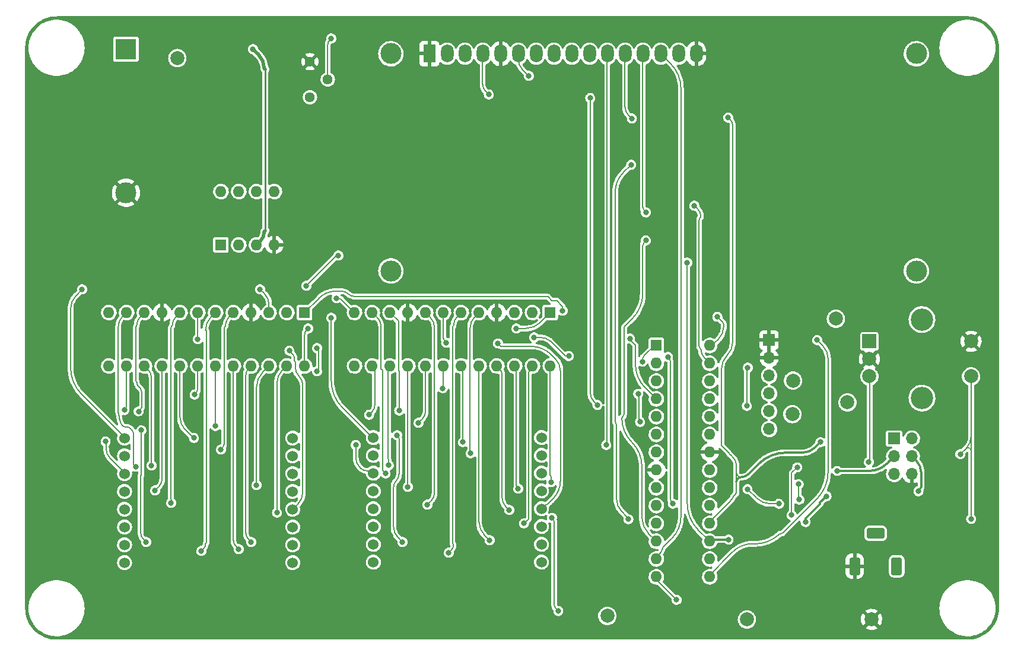
<source format=gbr>
%TF.GenerationSoftware,KiCad,Pcbnew,(6.0.5)*%
%TF.CreationDate,2022-07-22T18:16:07-04:00*%
%TF.ProjectId,Clock,436c6f63-6b2e-46b6-9963-61645f706362,rev?*%
%TF.SameCoordinates,PX4c4b400PY8a48640*%
%TF.FileFunction,Copper,L2,Bot*%
%TF.FilePolarity,Positive*%
%FSLAX46Y46*%
G04 Gerber Fmt 4.6, Leading zero omitted, Abs format (unit mm)*
G04 Created by KiCad (PCBNEW (6.0.5)) date 2022-07-22 18:16:07*
%MOMM*%
%LPD*%
G01*
G04 APERTURE LIST*
G04 Aperture macros list*
%AMRoundRect*
0 Rectangle with rounded corners*
0 $1 Rounding radius*
0 $2 $3 $4 $5 $6 $7 $8 $9 X,Y pos of 4 corners*
0 Add a 4 corners polygon primitive as box body*
4,1,4,$2,$3,$4,$5,$6,$7,$8,$9,$2,$3,0*
0 Add four circle primitives for the rounded corners*
1,1,$1+$1,$2,$3*
1,1,$1+$1,$4,$5*
1,1,$1+$1,$6,$7*
1,1,$1+$1,$8,$9*
0 Add four rect primitives between the rounded corners*
20,1,$1+$1,$2,$3,$4,$5,0*
20,1,$1+$1,$4,$5,$6,$7,0*
20,1,$1+$1,$6,$7,$8,$9,0*
20,1,$1+$1,$8,$9,$2,$3,0*%
G04 Aperture macros list end*
%TA.AperFunction,ComponentPad*%
%ADD10R,1.600000X1.600000*%
%TD*%
%TA.AperFunction,ComponentPad*%
%ADD11O,1.600000X1.600000*%
%TD*%
%TA.AperFunction,ComponentPad*%
%ADD12C,3.200000*%
%TD*%
%TA.AperFunction,ComponentPad*%
%ADD13R,2.000000X2.000000*%
%TD*%
%TA.AperFunction,ComponentPad*%
%ADD14C,2.000000*%
%TD*%
%TA.AperFunction,ComponentPad*%
%ADD15C,3.000000*%
%TD*%
%TA.AperFunction,ComponentPad*%
%ADD16O,1.800000X2.600000*%
%TD*%
%TA.AperFunction,ComponentPad*%
%ADD17R,1.800000X2.600000*%
%TD*%
%TA.AperFunction,ComponentPad*%
%ADD18C,1.440000*%
%TD*%
%TA.AperFunction,ComponentPad*%
%ADD19C,1.524000*%
%TD*%
%TA.AperFunction,ComponentPad*%
%ADD20R,1.700000X1.700000*%
%TD*%
%TA.AperFunction,ComponentPad*%
%ADD21O,1.700000X1.700000*%
%TD*%
%TA.AperFunction,ComponentPad*%
%ADD22R,3.000000X3.000000*%
%TD*%
%TA.AperFunction,ComponentPad*%
%ADD23RoundRect,0.400000X-0.400000X0.900000X-0.400000X-0.900000X0.400000X-0.900000X0.400000X0.900000X0*%
%TD*%
%TA.AperFunction,ComponentPad*%
%ADD24RoundRect,0.400000X-0.900000X0.400000X-0.900000X-0.400000X0.900000X-0.400000X0.900000X0.400000X0*%
%TD*%
%TA.AperFunction,ViaPad*%
%ADD25C,0.812800*%
%TD*%
%TA.AperFunction,Conductor*%
%ADD26C,0.203200*%
%TD*%
%TA.AperFunction,Conductor*%
%ADD27C,0.304800*%
%TD*%
%TA.AperFunction,Conductor*%
%ADD28C,0.508000*%
%TD*%
%TA.AperFunction,Conductor*%
%ADD29C,0.254000*%
%TD*%
G04 APERTURE END LIST*
D10*
%TO.P,U5,1,DIN*%
%TO.N,D1OD2I*%
X75453000Y47200000D03*
D11*
%TO.P,U5,2,DIG_0*%
%TO.N,Net-(D1-Pad9)*%
X72913000Y47200000D03*
%TO.P,U5,3,DIG_4*%
%TO.N,Net-(D1-Pad1)*%
X70373000Y47200000D03*
%TO.P,U5,4,GND*%
%TO.N,GND*%
X67833000Y47200000D03*
%TO.P,U5,5,DIG_6*%
%TO.N,Net-(D1-Pad2)*%
X65293000Y47200000D03*
%TO.P,U5,6,DIG_2*%
%TO.N,Net-(D1-Pad8)*%
X62753000Y47200000D03*
%TO.P,U5,7,DIG_3*%
%TO.N,Net-(D1-Pad12)*%
X60213000Y47200000D03*
%TO.P,U5,8,DIG_7*%
%TO.N,Net-(D1-Pad5)*%
X57673000Y47200000D03*
%TO.P,U5,9,GND*%
%TO.N,GND*%
X55133000Y47200000D03*
%TO.P,U5,10,DIG_5*%
%TO.N,Net-(D1-Pad7)*%
X52593000Y47200000D03*
%TO.P,U5,11,DIG_1*%
%TO.N,Net-(D1-Pad14)*%
X50053000Y47200000D03*
%TO.P,U5,12,LOAD*%
%TO.N,LOAD MAX*%
X47513000Y47200000D03*
%TO.P,U5,13,CLK*%
%TO.N,SCK*%
X47513000Y39580000D03*
%TO.P,U5,14,SEG_A*%
%TO.N,Net-(D1-Pad3)*%
X50053000Y39580000D03*
%TO.P,U5,15,SEG_F*%
%TO.N,Net-(D1-Pad15)*%
X52593000Y39580000D03*
%TO.P,U5,16,SEG_B*%
%TO.N,Net-(D1-Pad4)*%
X55133000Y39580000D03*
%TO.P,U5,17,SEG_G*%
%TO.N,Net-(D1-Pad16)*%
X57673000Y39580000D03*
%TO.P,U5,18,ISET*%
%TO.N,Net-(R6-Pad2)*%
X60213000Y39580000D03*
%TO.P,U5,19,V+*%
%TO.N,VCC*%
X62753000Y39580000D03*
%TO.P,U5,20,SEG_C*%
%TO.N,Net-(D1-Pad10)*%
X65293000Y39580000D03*
%TO.P,U5,21,SEG_E*%
%TO.N,Net-(D1-Pad11)*%
X67833000Y39580000D03*
%TO.P,U5,22,SEG_DP*%
%TO.N,Net-(D1-Pad13)*%
X70373000Y39580000D03*
%TO.P,U5,23,SEG_D*%
%TO.N,Net-(D1-Pad6)*%
X72913000Y39580000D03*
%TO.P,U5,24,DOUT*%
%TO.N,Net-(DO_TP1-Pad1)*%
X75453000Y39580000D03*
%TD*%
D12*
%TO.P,SW1,*%
%TO.N,*%
X128500000Y46200000D03*
X128500000Y35000000D03*
D13*
%TO.P,SW1,A,A*%
%TO.N,ROT ENC A OUT*%
X121000000Y43100000D03*
D14*
%TO.P,SW1,B,B*%
%TO.N,ROT ENC B OUT*%
X121000000Y38100000D03*
%TO.P,SW1,C,C*%
%TO.N,GND*%
X121000000Y40600000D03*
%TO.P,SW1,S1,S1*%
%TO.N,ROT ENC SWITCH*%
X135500000Y38100000D03*
%TO.P,SW1,S2,S2*%
%TO.N,GND*%
X135500000Y43100000D03*
%TD*%
%TO.P,A_TP1,1,1*%
%TO.N,ROT ENC A OUT*%
X116215000Y46321000D03*
%TD*%
%TO.P,DO_TP1,1,1*%
%TO.N,Net-(DO_TP1-Pad1)*%
X83600000Y3900000D03*
%TD*%
%TO.P,TX_TP1,1,1*%
%TO.N,TXD*%
X110100000Y37500000D03*
%TD*%
%TO.P,VCC_TP1,1,1*%
%TO.N,VCC*%
X103515000Y3395000D03*
%TD*%
D10*
%TO.P,U6,1,DIN*%
%TO.N,DATA MAX*%
X40396000Y47210000D03*
D11*
%TO.P,U6,2,DIG_0*%
%TO.N,Net-(D2-Pad9)*%
X37856000Y47210000D03*
%TO.P,U6,3,DIG_4*%
%TO.N,Net-(D2-Pad1)*%
X35316000Y47210000D03*
%TO.P,U6,4,GND*%
%TO.N,GND*%
X32776000Y47210000D03*
%TO.P,U6,5,DIG_6*%
%TO.N,Net-(D2-Pad2)*%
X30236000Y47210000D03*
%TO.P,U6,6,DIG_2*%
%TO.N,Net-(D2-Pad8)*%
X27696000Y47210000D03*
%TO.P,U6,7,DIG_3*%
%TO.N,Net-(D2-Pad12)*%
X25156000Y47210000D03*
%TO.P,U6,8,DIG_7*%
%TO.N,Net-(D2-Pad5)*%
X22616000Y47210000D03*
%TO.P,U6,9,GND*%
%TO.N,GND*%
X20076000Y47210000D03*
%TO.P,U6,10,DIG_5*%
%TO.N,Net-(D2-Pad7)*%
X17536000Y47210000D03*
%TO.P,U6,11,DIG_1*%
%TO.N,Net-(D2-Pad14)*%
X14996000Y47210000D03*
%TO.P,U6,12,LOAD*%
%TO.N,LOAD MAX*%
X12456000Y47210000D03*
%TO.P,U6,13,CLK*%
%TO.N,SCK*%
X12456000Y39590000D03*
%TO.P,U6,14,SEG_A*%
%TO.N,Net-(D2-Pad3)*%
X14996000Y39590000D03*
%TO.P,U6,15,SEG_F*%
%TO.N,Net-(D2-Pad15)*%
X17536000Y39590000D03*
%TO.P,U6,16,SEG_B*%
%TO.N,Net-(D2-Pad4)*%
X20076000Y39590000D03*
%TO.P,U6,17,SEG_G*%
%TO.N,Net-(D2-Pad16)*%
X22616000Y39590000D03*
%TO.P,U6,18,ISET*%
%TO.N,Net-(R8-Pad2)*%
X25156000Y39590000D03*
%TO.P,U6,19,V+*%
%TO.N,VCC*%
X27696000Y39590000D03*
%TO.P,U6,20,SEG_C*%
%TO.N,Net-(D2-Pad10)*%
X30236000Y39590000D03*
%TO.P,U6,21,SEG_E*%
%TO.N,Net-(D2-Pad11)*%
X32776000Y39590000D03*
%TO.P,U6,22,SEG_DP*%
%TO.N,Net-(D2-Pad13)*%
X35316000Y39590000D03*
%TO.P,U6,23,SEG_D*%
%TO.N,Net-(D2-Pad6)*%
X37856000Y39590000D03*
%TO.P,U6,24,DOUT*%
%TO.N,D1OD2I*%
X40396000Y39590000D03*
%TD*%
D14*
%TO.P,RX_TP1,1,1*%
%TO.N,RXD*%
X110000000Y32700000D03*
%TD*%
%TO.P,B_TP1,1,1*%
%TO.N,ROT ENC B OUT*%
X117866000Y34383000D03*
%TD*%
D15*
%TO.P,DS1,*%
%TO.N,*%
X127700000Y84157500D03*
X127699480Y53156800D03*
X52700900Y53156800D03*
X52700900Y84157500D03*
D16*
%TO.P,DS1,16,LED(-)*%
%TO.N,GND*%
X96300000Y84157500D03*
%TO.P,DS1,15,LED(+)*%
%TO.N,VCC*%
X93760000Y84157500D03*
%TO.P,DS1,14,D7*%
%TO.N,LCD D7*%
X91220000Y84157500D03*
%TO.P,DS1,13,D6*%
%TO.N,LCD D6*%
X88680000Y84157500D03*
%TO.P,DS1,12,D5*%
%TO.N,LCD D5*%
X86140000Y84157500D03*
%TO.P,DS1,11,D4*%
%TO.N,LCD D4*%
X83600000Y84157500D03*
%TO.P,DS1,10,D3*%
%TO.N,unconnected-(DS1-Pad10)*%
X81060000Y84157500D03*
%TO.P,DS1,9,D2*%
%TO.N,unconnected-(DS1-Pad9)*%
X78520000Y84157500D03*
%TO.P,DS1,8,D1*%
%TO.N,unconnected-(DS1-Pad8)*%
X75980000Y84157500D03*
%TO.P,DS1,7,D0*%
%TO.N,unconnected-(DS1-Pad7)*%
X73440000Y84157500D03*
%TO.P,DS1,6,E*%
%TO.N,LCD E*%
X70900000Y84157500D03*
%TO.P,DS1,5,R/W*%
%TO.N,GND*%
X68360000Y84157500D03*
%TO.P,DS1,4,RS*%
%TO.N,LCD RS*%
X65820000Y84157500D03*
%TO.P,DS1,3,VO*%
%TO.N,Net-(DS1-Pad3)*%
X63280000Y84157500D03*
%TO.P,DS1,2,VDD*%
%TO.N,VCC*%
X60740000Y84157500D03*
D17*
%TO.P,DS1,1,VSS*%
%TO.N,GND*%
X58200000Y84157500D03*
%TD*%
D10*
%TO.P,U4,1,X1*%
%TO.N,Net-(U4-Pad1)*%
X28458000Y56862000D03*
D11*
%TO.P,U4,2,X2*%
%TO.N,Net-(U4-Pad2)*%
X30998000Y56862000D03*
%TO.P,U4,3,VBAT*%
%TO.N,Net-(BT1-Pad1)*%
X33538000Y56862000D03*
%TO.P,U4,4,GND*%
%TO.N,GND*%
X36078000Y56862000D03*
%TO.P,U4,5,SDA*%
%TO.N,A4 SDA*%
X36078000Y64482000D03*
%TO.P,U4,6,SCL*%
%TO.N,A5 SCK*%
X33538000Y64482000D03*
%TO.P,U4,7,SQW/OUT*%
%TO.N,unconnected-(U4-Pad7)*%
X30998000Y64482000D03*
%TO.P,U4,8,VCC*%
%TO.N,VCC*%
X28458000Y64482000D03*
%TD*%
D10*
%TO.P,U2,1,~{RESET}/PC6*%
%TO.N,~{RST}*%
X90600000Y42500000D03*
D11*
%TO.P,U2,2,RXD/PD0*%
%TO.N,RXD*%
X90600000Y39960000D03*
%TO.P,U2,3,TXD/PD1*%
%TO.N,TXD*%
X90600000Y37420000D03*
%TO.P,U2,4,INT0/PD2*%
%TO.N,DATA MAX*%
X90600000Y34880000D03*
%TO.P,U2,5,INT1/PD3*%
%TO.N,LCD RS*%
X90600000Y32340000D03*
%TO.P,U2,6,PD4*%
%TO.N,LCD D4*%
X90600000Y29800000D03*
%TO.P,U2,7,VCC*%
%TO.N,VCC*%
X90600000Y27260000D03*
%TO.P,U2,8,GND*%
%TO.N,GND*%
X90600000Y24720000D03*
%TO.P,U2,9,XTAL1/PB6*%
%TO.N,Net-(C5-Pad1)*%
X90600000Y22180000D03*
%TO.P,U2,10,XTAL2/PB7*%
%TO.N,Net-(C6-Pad1)*%
X90600000Y19640000D03*
%TO.P,U2,11,OC0B/PD5*%
%TO.N,LCD D5*%
X90600000Y17100000D03*
%TO.P,U2,12,OC0A/PD6*%
%TO.N,LCD D6*%
X90600000Y14560000D03*
%TO.P,U2,13,PD7*%
%TO.N,LCD D7*%
X90600000Y12020000D03*
%TO.P,U2,14,PB0*%
%TO.N,ROT ENC SWITCH*%
X90600000Y9480000D03*
%TO.P,U2,15,OC1A/PB1*%
%TO.N,ROT ENC A OUT*%
X98220000Y9480000D03*
%TO.P,U2,16,OC1B/PB2*%
%TO.N,ROT ENC B OUT*%
X98220000Y12020000D03*
%TO.P,U2,17,MOSI/PB3*%
%TO.N,LOAD MAX*%
X98220000Y14560000D03*
%TO.P,U2,18,MISO/PB4*%
%TO.N,LCD E*%
X98220000Y17100000D03*
%TO.P,U2,19,SCK/PB5*%
%TO.N,SCK*%
X98220000Y19640000D03*
%TO.P,U2,20,AVCC*%
%TO.N,VCC*%
X98220000Y22180000D03*
%TO.P,U2,21,AREF*%
%TO.N,Net-(C1-Pad1)*%
X98220000Y24720000D03*
%TO.P,U2,22,GND*%
%TO.N,GND*%
X98220000Y27260000D03*
%TO.P,U2,23,ADC0/PC0*%
%TO.N,unconnected-(U2-Pad23)*%
X98220000Y29800000D03*
%TO.P,U2,24,ADC1/PC1*%
%TO.N,unconnected-(U2-Pad24)*%
X98220000Y32340000D03*
%TO.P,U2,25,ADC2/PC2*%
%TO.N,unconnected-(U2-Pad25)*%
X98220000Y34880000D03*
%TO.P,U2,26,ADC3/PC3*%
%TO.N,unconnected-(U2-Pad26)*%
X98220000Y37420000D03*
%TO.P,U2,27,SDA/PC4*%
%TO.N,A4 SDA*%
X98220000Y39960000D03*
%TO.P,U2,28,SCL/PC5*%
%TO.N,A5 SCK*%
X98220000Y42500000D03*
%TD*%
D18*
%TO.P,RV1,1,1*%
%TO.N,VCC*%
X41158000Y77944000D03*
%TO.P,RV1,2,2*%
%TO.N,Net-(DS1-Pad3)*%
X43698000Y80484000D03*
%TO.P,RV1,3,3*%
%TO.N,GND*%
X41158000Y83024000D03*
%TD*%
D14*
%TO.P,VBAT_TP1,1,1*%
%TO.N,Net-(BT1-Pad1)*%
X22235000Y83532000D03*
%TD*%
%TO.P,TP_GND1,1,1*%
%TO.N,GND*%
X121300000Y3400000D03*
%TD*%
D19*
%TO.P,D2,1,R5*%
%TO.N,Net-(D2-Pad1)*%
X14700000Y29290000D03*
%TO.P,D2,2,R7*%
%TO.N,Net-(D2-Pad2)*%
X14700000Y26750000D03*
%TO.P,D2,3,C2*%
%TO.N,Net-(D2-Pad3)*%
X14700000Y24210000D03*
%TO.P,D2,4,C3*%
%TO.N,Net-(D2-Pad4)*%
X14700000Y21670000D03*
%TO.P,D2,5,R8*%
%TO.N,Net-(D2-Pad5)*%
X14700000Y19130000D03*
%TO.P,D2,6,C5*%
%TO.N,Net-(D2-Pad6)*%
X14700000Y16590000D03*
%TO.P,D2,7,R6*%
%TO.N,Net-(D2-Pad7)*%
X14700000Y14050000D03*
%TO.P,D2,8,R3*%
%TO.N,Net-(D2-Pad8)*%
X14700000Y11510000D03*
%TO.P,D2,9,R1*%
%TO.N,Net-(D2-Pad9)*%
X38700000Y11510000D03*
%TO.P,D2,10,C4*%
%TO.N,Net-(D2-Pad10)*%
X38700000Y14050000D03*
%TO.P,D2,11,C6*%
%TO.N,Net-(D2-Pad11)*%
X38700000Y16590000D03*
%TO.P,D2,12,R4*%
%TO.N,Net-(D2-Pad12)*%
X38700000Y19130000D03*
%TO.P,D2,13,C1*%
%TO.N,Net-(D2-Pad13)*%
X38700000Y21670000D03*
%TO.P,D2,14,R2*%
%TO.N,Net-(D2-Pad14)*%
X38700000Y24210000D03*
%TO.P,D2,15,C7*%
%TO.N,Net-(D2-Pad15)*%
X38700000Y26750000D03*
%TO.P,D2,16,C8*%
%TO.N,Net-(D2-Pad16)*%
X38700000Y29290000D03*
%TD*%
%TO.P,D1,1,R5*%
%TO.N,Net-(D1-Pad1)*%
X50200000Y29360000D03*
%TO.P,D1,2,R7*%
%TO.N,Net-(D1-Pad2)*%
X50200000Y26820000D03*
%TO.P,D1,3,C2*%
%TO.N,Net-(D1-Pad3)*%
X50200000Y24280000D03*
%TO.P,D1,4,C3*%
%TO.N,Net-(D1-Pad4)*%
X50200000Y21740000D03*
%TO.P,D1,5,R8*%
%TO.N,Net-(D1-Pad5)*%
X50200000Y19200000D03*
%TO.P,D1,6,C5*%
%TO.N,Net-(D1-Pad6)*%
X50200000Y16660000D03*
%TO.P,D1,7,R6*%
%TO.N,Net-(D1-Pad7)*%
X50200000Y14120000D03*
%TO.P,D1,8,R3*%
%TO.N,Net-(D1-Pad8)*%
X50200000Y11580000D03*
%TO.P,D1,9,R1*%
%TO.N,Net-(D1-Pad9)*%
X74200000Y11580000D03*
%TO.P,D1,10,C4*%
%TO.N,Net-(D1-Pad10)*%
X74200000Y14120000D03*
%TO.P,D1,11,C6*%
%TO.N,Net-(D1-Pad11)*%
X74200000Y16660000D03*
%TO.P,D1,12,R4*%
%TO.N,Net-(D1-Pad12)*%
X74200000Y19200000D03*
%TO.P,D1,13,C1*%
%TO.N,Net-(D1-Pad13)*%
X74200000Y21740000D03*
%TO.P,D1,14,R2*%
%TO.N,Net-(D1-Pad14)*%
X74200000Y24280000D03*
%TO.P,D1,15,C7*%
%TO.N,Net-(D1-Pad15)*%
X74200000Y26820000D03*
%TO.P,D1,16,C8*%
%TO.N,Net-(D1-Pad16)*%
X74200000Y29360000D03*
%TD*%
D20*
%TO.P,J3,1,Pin_1*%
%TO.N,LCD E*%
X124525000Y29225000D03*
D21*
%TO.P,J3,2,Pin_2*%
%TO.N,VCC*%
X127065000Y29225000D03*
%TO.P,J3,3,Pin_3*%
%TO.N,SCK*%
X124525000Y26685000D03*
%TO.P,J3,4,Pin_4*%
%TO.N,LOAD MAX*%
X127065000Y26685000D03*
%TO.P,J3,5,Pin_5*%
%TO.N,~{RST}*%
X124525000Y24145000D03*
%TO.P,J3,6,Pin_6*%
%TO.N,GND*%
X127065000Y24145000D03*
%TD*%
D22*
%TO.P,BT1,1,+*%
%TO.N,Net-(BT1-Pad1)*%
X14900000Y84800000D03*
D15*
%TO.P,BT1,2,-*%
%TO.N,GND*%
X14900000Y64310000D03*
%TD*%
D21*
%TO.P,J2,6,Pin_6*%
%TO.N,Net-(C11-Pad2)*%
X106690000Y30573000D03*
%TO.P,J2,5,Pin_5*%
%TO.N,RXD*%
X106690000Y33113000D03*
%TO.P,J2,4,Pin_4*%
%TO.N,TXD*%
X106690000Y35653000D03*
%TO.P,J2,3,Pin_3*%
%TO.N,unconnected-(J2-Pad3)*%
X106690000Y38193000D03*
%TO.P,J2,2,Pin_2*%
%TO.N,GND*%
X106690000Y40733000D03*
D20*
%TO.P,J2,1,Pin_1*%
X106690000Y43273000D03*
%TD*%
D23*
%TO.P,J1,1,POLE*%
%TO.N,Net-(C2-Pad1)*%
X124900000Y11000000D03*
%TO.P,J1,2,OUT*%
%TO.N,GND*%
X118900000Y11000000D03*
D24*
%TO.P,J1,3,OUT*%
%TO.N,unconnected-(J1-Pad3)*%
X121900000Y15700000D03*
%TD*%
D25*
%TO.N,LCD D6*%
X89100000Y57500000D03*
X89100000Y61500000D03*
%TO.N,LCD D5*%
X87000000Y68300000D03*
X87100000Y74900000D03*
X86600000Y17700000D03*
%TO.N,LCD D4*%
X83449000Y28287000D03*
%TO.N,LCD E*%
X100848000Y75023000D03*
X114000000Y28700000D03*
X72400000Y80992000D03*
%TO.N,GND*%
X81290000Y31843000D03*
X44700000Y23500000D03*
X7400000Y18000000D03*
X44800000Y17900000D03*
X113600000Y6600000D03*
X95895000Y3903000D03*
X133900000Y70900000D03*
X105200000Y16900000D03*
X130900000Y23300000D03*
X117200000Y22600000D03*
X82052000Y8983000D03*
X103000000Y6500000D03*
X46800000Y52700000D03*
X9200000Y44100000D03*
X8800000Y23200000D03*
X104700000Y27400000D03*
X100300000Y20900000D03*
%TO.N,LCD RS*%
X66685000Y78325000D03*
X82179000Y34002000D03*
X81163000Y77817000D03*
%TO.N,VCC*%
X63000000Y28700000D03*
X27700000Y31000000D03*
%TO.N,Net-(D3-Pad2)*%
X111000000Y20500000D03*
X110900000Y22700000D03*
%TO.N,ROT ENC SWITCH*%
X93482000Y6189000D03*
X135519000Y17746000D03*
X133975000Y27000000D03*
%TO.N,Net-(BT1-Pad1)*%
X33030000Y84802000D03*
%TO.N,DATA MAX*%
X86812300Y43500000D03*
X77226000Y47464000D03*
%TO.N,RXD*%
X103515000Y33875000D03*
X103642000Y39336000D03*
%TO.N,A4 SDA*%
X96022000Y62450000D03*
%TO.N,A5 SCK*%
X99300000Y46600000D03*
%TO.N,ROT ENC A OUT*%
X113548000Y43273000D03*
%TO.N,ROT ENC B OUT*%
X120914000Y25874000D03*
%TO.N,LOAD MAX*%
X111900000Y17300000D03*
X95006000Y54322000D03*
X45222000Y55338000D03*
X44968000Y49242000D03*
X100900000Y14800000D03*
X114883254Y20987700D03*
X40650000Y51020000D03*
X128000000Y21700000D03*
%TO.N,SCK*%
X103600000Y22000000D03*
X92974000Y19905000D03*
X108100000Y19900000D03*
X78100000Y41000000D03*
X116400000Y24600000D03*
X73162000Y43654000D03*
X92259011Y40860000D03*
%TO.N,D1OD2I*%
X40904000Y44924000D03*
X70622000Y44924000D03*
%TO.N,Net-(R8-Pad2)*%
X24700000Y35500000D03*
%TO.N,Net-(D1-Pad1)*%
X44206000Y46448000D03*
%TO.N,Net-(DO_TP1-Pad1)*%
X75700000Y17900000D03*
X76600000Y4600000D03*
X75600000Y23000000D03*
%TO.N,Net-(D1-Pad2)*%
X64100000Y27100000D03*
%TO.N,Net-(D1-Pad3)*%
X49600000Y32600000D03*
X47700000Y28300000D03*
%TO.N,Net-(D1-Pad4)*%
X55128000Y22318000D03*
%TO.N,Net-(D1-Pad5)*%
X57922000Y19778000D03*
%TO.N,Net-(D1-Pad6)*%
X71700000Y17100000D03*
%TO.N,Net-(D1-Pad7)*%
X53900000Y33200000D03*
X53600000Y29700000D03*
X54366000Y14444000D03*
%TO.N,Net-(D1-Pad8)*%
X60970000Y12920000D03*
%TO.N,Net-(D1-Pad10)*%
X66812000Y14698000D03*
%TO.N,Net-(D1-Pad11)*%
X69606000Y19016000D03*
%TO.N,Net-(D1-Pad12)*%
X68000000Y42800000D03*
X60589000Y42892000D03*
%TO.N,Net-(D1-Pad13)*%
X70876000Y22064000D03*
%TO.N,Net-(D1-Pad14)*%
X51953000Y24223000D03*
%TO.N,Net-(D1-Pad15)*%
X52400000Y25400000D03*
%TO.N,Net-(D1-Pad16)*%
X56652000Y31462000D03*
%TO.N,Net-(D2-Pad1)*%
X8646000Y50512000D03*
X34046000Y50512000D03*
%TO.N,Net-(D2-Pad2)*%
X28458000Y27652000D03*
%TO.N,Net-(D2-Pad3)*%
X14700000Y33300000D03*
X12000000Y28800000D03*
%TO.N,Net-(D2-Pad4)*%
X19060000Y21810000D03*
%TO.N,Net-(D2-Pad5)*%
X21346000Y20032000D03*
%TO.N,Net-(D2-Pad6)*%
X36459000Y18635000D03*
%TO.N,Net-(D2-Pad7)*%
X17100000Y30400000D03*
X17790000Y14444000D03*
X16700000Y33100000D03*
%TO.N,Net-(D2-Pad8)*%
X25664000Y13174000D03*
%TO.N,Net-(D2-Pad9)*%
X42174000Y42130000D03*
X42174000Y38828000D03*
%TO.N,Net-(D2-Pad10)*%
X30998000Y13428000D03*
%TO.N,Net-(D2-Pad11)*%
X32776000Y14444000D03*
%TO.N,Net-(D2-Pad12)*%
X25156000Y43400000D03*
X38237000Y41749000D03*
%TO.N,Net-(D2-Pad13)*%
X33538000Y22572000D03*
%TO.N,Net-(D2-Pad14)*%
X16287700Y25200000D03*
%TO.N,Net-(D2-Pad15)*%
X18552000Y25366000D03*
%TO.N,Net-(D2-Pad16)*%
X24600000Y29300000D03*
%TO.N,Net-(DS1-Pad3)*%
X44206000Y86326000D03*
%TO.N,Net-(R6-Pad2)*%
X60100000Y36400000D03*
%TO.N,~{RST}*%
X109900000Y18300000D03*
X110700000Y25100000D03*
X88600000Y40200000D03*
X88275000Y31589000D03*
X88000000Y35600000D03*
%TD*%
D26*
%TO.N,LCD D7*%
X92650000Y82707500D02*
X91200000Y84157500D01*
X91601462Y13752265D02*
X92807090Y14957892D01*
X91157228Y12886718D02*
X91119661Y12837759D01*
X94100000Y79206891D02*
X94100000Y18079253D01*
X90952508Y12656510D02*
X90444000Y12148000D01*
X91294089Y13091545D02*
G75*
G03*
X91403045Y13312483I-1631389J941855D01*
G01*
X91039120Y12744473D02*
G75*
G03*
X91119661Y12837759I-767120J743727D01*
G01*
X90952508Y12656510D02*
G75*
G03*
X91039120Y12744473I-5644108J5643990D01*
G01*
X92807072Y14957910D02*
G75*
G03*
X94100000Y18079253I-3121372J3121390D01*
G01*
X91403037Y13312486D02*
G75*
G03*
X91482230Y13545752I-1740037J720814D01*
G01*
X94099995Y79206891D02*
G75*
G03*
X92649999Y82707499I-4950595J9D01*
G01*
X91482221Y13545755D02*
G75*
G02*
X91601462Y13752265I444979J-119255D01*
G01*
X91157229Y12886718D02*
G75*
G03*
X91294090Y13091545I-1494429J1146682D01*
G01*
%TO.N,LCD D6*%
X86194164Y45372265D02*
X86138688Y45316788D01*
X86194164Y45372265D02*
X86221902Y45400002D01*
X87159644Y46337743D02*
X86332854Y45510954D01*
X86000000Y45099642D02*
X86000000Y32751535D01*
X88880000Y61720000D02*
X89100000Y61500000D01*
X86332854Y45510954D02*
X86221902Y45400002D01*
X85659289Y32169904D02*
X85829644Y32340260D01*
X88660000Y62251127D02*
X88660000Y84157500D01*
X88880000Y57280000D02*
X89100000Y57500000D01*
X89486500Y15645500D02*
X90444000Y14688000D01*
X88660000Y49959922D02*
X88660000Y56748874D01*
X86138688Y45316788D02*
X86110951Y45289049D01*
X88529000Y17957110D02*
X88529000Y25241808D01*
X86055498Y45233550D02*
G75*
G03*
X86000000Y45099642I133902J-133950D01*
G01*
X88879992Y57280008D02*
G75*
G03*
X88660000Y56748874I531108J-531108D01*
G01*
X87094139Y28705851D02*
G75*
G02*
X88529000Y25241808I-3464039J-3464051D01*
G01*
X88660012Y62251127D02*
G75*
G03*
X88880001Y61720001I751088J-27D01*
G01*
X87094141Y28705853D02*
G75*
G02*
X85659289Y32169904I3464059J3464047D01*
G01*
X88529004Y17957110D02*
G75*
G03*
X89486500Y15645500I3269096J-10D01*
G01*
X85829655Y32340249D02*
G75*
G03*
X86000000Y32751535I-411255J411251D01*
G01*
X87159648Y46337739D02*
G75*
G03*
X88660000Y49959922I-3622148J3622161D01*
G01*
%TO.N,LCD D5*%
X86600000Y17700000D02*
X86503230Y17796770D01*
X84900000Y31177448D02*
X84900000Y20602082D01*
X86351769Y18110866D02*
X85635000Y18827635D01*
X84719000Y64406090D02*
X84719000Y31614421D01*
X86377738Y18016180D02*
X86384406Y17991288D01*
X86423520Y17896847D02*
X86436405Y17874528D01*
X86610000Y75390000D02*
X87100000Y74900000D01*
X86120000Y76572965D02*
X86120000Y84157500D01*
X85859500Y67159500D02*
X87000000Y68300000D01*
X86467151Y17833604D02*
G75*
G02*
X86436405Y17874528I153449J147296D01*
G01*
X84809479Y31395913D02*
G75*
G02*
X84900000Y31177448I-218479J-218513D01*
G01*
X84809487Y31395921D02*
G75*
G02*
X84719000Y31614421I218513J218479D01*
G01*
X86370523Y18066859D02*
G75*
G03*
X86377739Y18016180I212777J4441D01*
G01*
X86384407Y17991288D02*
G75*
G03*
X86423520Y17896847I378193J101312D01*
G01*
X86351760Y18110857D02*
G75*
G02*
X86370533Y18066859I-45360J-45357D01*
G01*
X86610010Y75390010D02*
G75*
G02*
X86120000Y76572965I1182990J1182990D01*
G01*
X84899974Y20602082D02*
G75*
G03*
X85635000Y18827635I2509426J18D01*
G01*
X84719005Y64406090D02*
G75*
G02*
X85859500Y67159500I3893895J10D01*
G01*
X86503230Y17796770D02*
G75*
G02*
X86467147Y17833600I1781670J1781630D01*
G01*
%TO.N,LCD D4*%
X83449000Y28287000D02*
X83514500Y28352500D01*
X83580000Y28510631D02*
X83580000Y84157500D01*
X83579987Y28510631D02*
G75*
G02*
X83514500Y28352500I-223587J-31D01*
G01*
%TO.N,LCD E*%
X101601222Y26437546D02*
X101202444Y26836324D01*
X101196490Y20360492D02*
X98064000Y17228000D01*
X102000000Y23050000D02*
X102000000Y24350000D01*
D27*
X111439339Y27200000D02*
X109053963Y27200000D01*
D26*
X70880000Y83334750D02*
X70880000Y84157500D01*
X101572864Y20972865D02*
X101798587Y21198588D01*
X102000000Y21587845D02*
X102000000Y23050000D01*
X101563571Y20950428D02*
X101563571Y20937284D01*
X102000000Y25474811D02*
X102000000Y24350000D01*
X99883289Y28256753D02*
X99883289Y39145123D01*
D27*
X103759619Y24159620D02*
X105206207Y25606208D01*
D26*
X102014433Y21578427D02*
X102009417Y21578427D01*
D27*
X113250000Y27950000D02*
X114000000Y28700000D01*
D26*
X71461772Y81930228D02*
X72400000Y80992000D01*
X102025060Y21572202D02*
X102021947Y21575315D01*
X101483000Y73938988D02*
X101483000Y43007167D01*
X101165500Y74705500D02*
X100848000Y75023000D01*
X99898168Y28220832D02*
X100811739Y27307261D01*
X101801412Y21205407D02*
X102030033Y21434027D01*
X101564407Y20921847D02*
X101564407Y20879286D01*
X101483016Y43007167D02*
G75*
G02*
X100683144Y41076145I-2730916J33D01*
G01*
X102000000Y24350000D02*
G75*
G03*
X102650000Y23700000I650000J0D01*
G01*
X100811741Y27307263D02*
G75*
G02*
X101202444Y26836324I-2555041J-2517263D01*
G01*
D27*
X102000000Y23050000D02*
G75*
G02*
X102650000Y23700000I650000J0D01*
G01*
D26*
X71461746Y81930202D02*
G75*
G02*
X70880000Y83334750I1404554J1404498D01*
G01*
X99898189Y28220853D02*
G75*
G02*
X99883289Y28256753I35911J35947D01*
G01*
X101601214Y26437538D02*
G75*
G02*
X102000000Y25474811I-962714J-962738D01*
G01*
X101564403Y20879288D02*
G75*
G02*
X101196490Y20360492I-1681503J802612D01*
G01*
X101799996Y21201997D02*
G75*
G02*
X101801413Y21205406I4804J3D01*
G01*
D27*
X109053963Y27200040D02*
G75*
G03*
X105206208Y25606207I37J-5441540D01*
G01*
D26*
X101563570Y20937284D02*
G75*
G02*
X101564406Y20921847I-2916970J-165684D01*
G01*
D27*
X113249988Y27950012D02*
G75*
G02*
X111439339Y27200000I-1810688J1810688D01*
G01*
D26*
X99883283Y39145123D02*
G75*
G02*
X100683145Y41076144I2730917J-23D01*
G01*
D27*
X102650000Y23699990D02*
G75*
G03*
X103759619Y24159620I0J1569210D01*
G01*
D26*
X101798582Y21198593D02*
G75*
G03*
X101800000Y21201997I-3382J3407D01*
G01*
X101482994Y73938988D02*
G75*
G03*
X101165500Y74705500I-1083994J12D01*
G01*
X102021930Y21575298D02*
G75*
G03*
X102014433Y21578427I-7530J-7498D01*
G01*
X102009417Y21578400D02*
G75*
G02*
X102000000Y21587845I-17J9400D01*
G01*
X101563551Y20950428D02*
G75*
G02*
X101572865Y20972864I31749J-28D01*
G01*
X102030020Y21434032D02*
G75*
G03*
X102025060Y21572202I-161720J63368D01*
G01*
%TO.N,LCD RS*%
X81671000Y34510000D02*
X82179000Y34002000D01*
X66242500Y78767500D02*
X66685000Y78325000D01*
X81163000Y35736421D02*
X81163000Y77817000D01*
X65800000Y79835790D02*
X65800000Y84157500D01*
X66242503Y78767503D02*
G75*
G02*
X65800000Y79835790I1068297J1068297D01*
G01*
X81163009Y35736421D02*
G75*
G03*
X81671000Y34510000I1734391J-21D01*
G01*
%TO.N,VCC*%
X27700000Y31000000D02*
X27700000Y32210608D01*
X62876500Y39280431D02*
X62753000Y39403931D01*
X27696000Y32220265D02*
X27696000Y39590000D01*
X63000000Y28700000D02*
X63000000Y38982276D01*
X62877509Y39704491D02*
G75*
G03*
X62753000Y39403931I300591J-300591D01*
G01*
X27697990Y32215426D02*
G75*
G02*
X27700000Y32210608I-4790J-4826D01*
G01*
X62999969Y38982276D02*
G75*
G03*
X62876500Y39280431I-421669J24D01*
G01*
X27698024Y32215460D02*
G75*
G02*
X27696000Y32220265I4776J4840D01*
G01*
%TO.N,Net-(D3-Pad2)*%
X110900000Y20600000D02*
X111000000Y20500000D01*
X110900000Y22700000D02*
X110900000Y20600000D01*
%TO.N,ROT ENC SWITCH*%
X134765000Y27765000D02*
X134017677Y27017678D01*
X135530000Y27448127D02*
X135530000Y29611874D01*
X93482000Y6189000D02*
X90578703Y9092297D01*
X135524500Y17751500D02*
X135519000Y17746000D01*
X135530000Y17764779D02*
X135530000Y27448127D01*
X135530000Y29611874D02*
X135530000Y38106000D01*
X135524494Y17751506D02*
G75*
G03*
X135530000Y17764779I-13294J13294D01*
G01*
X134765045Y27764955D02*
G75*
G02*
X135530000Y27448127I316855J-316855D01*
G01*
X134764992Y27765008D02*
G75*
G03*
X135530000Y29611874I-1846892J1846892D01*
G01*
X90443998Y9417500D02*
G75*
G03*
X90578703Y9092297I459902J0D01*
G01*
D28*
%TO.N,Net-(BT1-Pad1)*%
X34642311Y82049613D02*
X34800000Y81891924D01*
D29*
X34799999Y58904871D02*
X34799999Y81891922D01*
D28*
X34642311Y58747177D02*
X34800000Y58904866D01*
X33030000Y84802000D02*
X33836155Y83995845D01*
D26*
X34090155Y57414156D02*
X33538000Y56862000D01*
D28*
X34090151Y57414160D02*
G75*
G03*
X34642311Y58747177I-1333051J1333040D01*
G01*
X34642313Y82049613D02*
G75*
G03*
X33836155Y83995845I-2752413J-13D01*
G01*
D26*
%TO.N,DATA MAX*%
X40396000Y47210000D02*
X42456171Y49270172D01*
X75129703Y49449077D02*
X75678780Y48900000D01*
X77226000Y48074000D02*
X77226000Y47464000D01*
X47538815Y49496000D02*
X74843726Y49496000D01*
X87600000Y42429290D02*
X87600000Y39863012D01*
X75678780Y48900000D02*
X76400000Y48900000D01*
X44841000Y50258000D02*
X45699184Y50258000D01*
X86812300Y43500000D02*
X86812300Y43339763D01*
X89022000Y36430000D02*
X90444000Y35008000D01*
X86812300Y43339763D02*
X87626242Y42525821D01*
X76400000Y48900000D02*
X77226000Y48074000D01*
X46619005Y49877005D02*
G75*
G03*
X45699184Y50258000I-919805J-919805D01*
G01*
X44841000Y50257987D02*
G75*
G03*
X42456172Y49270171I0J-3372687D01*
G01*
X87600008Y42429290D02*
G75*
G02*
X87626243Y42525821I214592J-6490D01*
G01*
X89021997Y36429997D02*
G75*
G02*
X87600000Y39863012I3433003J3433003D01*
G01*
X75129703Y49449076D02*
G75*
G03*
X74843726Y49495999I-298903J-926776D01*
G01*
X47538815Y49496007D02*
G75*
G02*
X46619000Y49877000I-15J1300793D01*
G01*
%TO.N,RXD*%
X103642000Y39336000D02*
X103578500Y39272500D01*
X103515000Y39119198D02*
X103515000Y33875000D01*
X103578499Y39272501D02*
G75*
G03*
X103515000Y39119198I153301J-153301D01*
G01*
%TO.N,A4 SDA*%
X96022000Y62450000D02*
X96490844Y61981156D01*
X96829844Y60719421D02*
X96959689Y60849265D01*
X97511853Y40640147D02*
X98064000Y40088000D01*
X96700000Y60405949D02*
X96700000Y42416494D01*
X96829844Y42103022D02*
X96959689Y41973177D01*
X96490852Y61981164D02*
G75*
G02*
X96959689Y60849265I-1131852J-1131864D01*
G01*
X96699991Y42416494D02*
G75*
G03*
X96829844Y42103022I443309J6D01*
G01*
X96959683Y41973177D02*
G75*
G03*
X97511853Y40640147I1885217J23D01*
G01*
X96700032Y60405949D02*
G75*
G02*
X96829845Y60719420I443268J51D01*
G01*
%TO.N,A5 SCK*%
X100057331Y45842669D02*
X99300000Y46600000D01*
X100213000Y45466851D02*
X100213000Y45246702D01*
X98896435Y42845436D02*
X99446000Y43395000D01*
X100213032Y45466851D02*
G75*
G03*
X100057331Y45842669I-531532J-51D01*
G01*
X100212999Y45246702D02*
G75*
G02*
X99446000Y43395000I-2618699J-2D01*
G01*
X98371500Y42628010D02*
G75*
G03*
X98896435Y42845436I0J742390D01*
G01*
%TO.N,ROT ENC A OUT*%
X101778906Y13292433D02*
X101703189Y13230295D01*
X105144735Y14221194D02*
X105036831Y14211755D01*
X114324000Y42497000D02*
X113548000Y43273000D01*
X108671191Y15771192D02*
X113506207Y20606208D01*
X104406761Y14199999D02*
X104603941Y14200000D01*
X108388273Y15654003D02*
X108330871Y15654003D01*
X103917917Y14178430D02*
X104015394Y14188031D01*
X101418003Y12962005D02*
X98064000Y9608000D01*
X107984750Y15432799D02*
X107901773Y15363175D01*
X115100000Y40623571D02*
X115100000Y24453964D01*
X101778903Y13292436D02*
G75*
G02*
X102093244Y13525559I2529397J-3082136D01*
G01*
X108330871Y15654017D02*
G75*
G03*
X108145140Y15578216I29J-265517D01*
G01*
X107193260Y14867080D02*
G75*
G02*
X106809295Y14667200I-2481260J4297720D01*
G01*
X101418003Y12962005D02*
G75*
G02*
X101557368Y13099712I11562097J-11561905D01*
G01*
X102428920Y13726754D02*
G75*
G03*
X102093244Y13525558I1879480J-3516354D01*
G01*
X114324009Y42497009D02*
G75*
G02*
X115100000Y40623571I-1873409J-1873409D01*
G01*
X107558347Y15099660D02*
G75*
G03*
X107901773Y15363176I-2846347J4065040D01*
G01*
X106409366Y14501549D02*
G75*
G02*
X105996525Y14371382I-1697266J4663351D01*
G01*
X108671203Y15771180D02*
G75*
G02*
X108388273Y15654003I-282903J282920D01*
G01*
X102782699Y13894077D02*
G75*
G02*
X103151175Y14025917I1525801J-3683577D01*
G01*
X103917917Y14178429D02*
G75*
G03*
X103530800Y14121006I390883J-3968729D01*
G01*
X102782699Y13894075D02*
G75*
G03*
X102428920Y13726753I1525901J-3683975D01*
G01*
X105996525Y14371383D02*
G75*
G02*
X105573908Y14277693I-1284325J4793317D01*
G01*
X106409368Y14501545D02*
G75*
G03*
X106809295Y14667200I-1697068J4662655D01*
G01*
X107193260Y14867080D02*
G75*
G03*
X107558348Y15099659I-2481360J4297920D01*
G01*
X104210842Y14198816D02*
G75*
G03*
X104015394Y14188031I27458J-2273816D01*
G01*
X113506200Y20606215D02*
G75*
G03*
X115100000Y24453964I-3847800J3847785D01*
G01*
X104210842Y14198815D02*
G75*
G02*
X104406761Y14199999I195958J-16208615D01*
G01*
X105036831Y14211753D02*
G75*
G02*
X104820592Y14201157I-246431J2817247D01*
G01*
X104820592Y14201157D02*
G75*
G02*
X104603941Y14200000I-216892J20336243D01*
G01*
X103151175Y14025916D02*
G75*
G02*
X103530800Y14121006I1157525J-3815816D01*
G01*
X107984747Y15432803D02*
G75*
G03*
X108145138Y15578218I-1814647J2162697D01*
G01*
X105144735Y14221194D02*
G75*
G03*
X105573908Y14277694I-432435J4943006D01*
G01*
X101703189Y13230295D02*
G75*
G03*
X101557369Y13099711I1440411J-1755195D01*
G01*
%TO.N,ROT ENC B OUT*%
X120914000Y25874000D02*
X120972000Y25932000D01*
X121030000Y26072025D02*
X121030000Y38106000D01*
X120972007Y25931993D02*
G75*
G03*
X121030000Y26072025I-140007J140007D01*
G01*
D27*
%TO.N,LOAD MAX*%
X111900000Y17800000D02*
X111900000Y17300000D01*
X128000000Y21700000D02*
X128185855Y21885856D01*
D26*
X40650000Y51020000D02*
X44878197Y55248198D01*
D27*
X113963120Y19863120D02*
X111900000Y17800000D01*
D26*
X45095000Y55338000D02*
X45222000Y55338000D01*
D27*
X100900000Y14800000D02*
X98629705Y14800000D01*
X98340000Y14680000D02*
X98220000Y14560000D01*
D26*
X45648837Y49064163D02*
X47510500Y47202500D01*
X95006000Y19908333D02*
X95006000Y54322000D01*
D27*
X113963120Y20067566D02*
X113963120Y19863120D01*
D26*
X96535000Y16217000D02*
X98064000Y14688000D01*
D27*
X128371711Y24454305D02*
X128371711Y22334551D01*
X114883254Y20987700D02*
X113963120Y20067566D01*
X127718355Y26031645D02*
X127065000Y26685000D01*
D26*
X44968000Y49242000D02*
X45219500Y49242000D01*
D27*
X127718356Y26031646D02*
G75*
G02*
X128371711Y24454305I-1577356J-1577346D01*
G01*
X128185823Y21885888D02*
G75*
G03*
X128371711Y22334551I-448623J448712D01*
G01*
D26*
X45219500Y49241992D02*
G75*
G02*
X45648837Y49064163I0J-607192D01*
G01*
D27*
X98339998Y14680002D02*
G75*
G02*
X98629705Y14800000I289702J-289702D01*
G01*
D26*
X96534990Y16216990D02*
G75*
G02*
X95006000Y19908333I3691310J3691310D01*
G01*
X45095000Y55338002D02*
G75*
G03*
X44878197Y55248198I0J-306602D01*
G01*
%TO.N,SCK*%
X108100000Y19900000D02*
X106900000Y19900000D01*
X92426005Y40693006D02*
X92259011Y40860000D01*
D27*
X120965682Y24600000D02*
X116400000Y24600000D01*
X123482500Y25642500D02*
X124525000Y26685000D01*
D26*
X77591038Y41000000D02*
X75467763Y43123275D01*
X103600000Y22000000D02*
X104851471Y20748529D01*
X78100000Y41000000D02*
X77591038Y41000000D01*
X92593000Y40289846D02*
X92593000Y20555408D01*
X74051000Y43654000D02*
X73162000Y43654000D01*
X92783500Y20095500D02*
X92974000Y19905000D01*
X92593004Y20555408D02*
G75*
G03*
X92783501Y20095501I650396J-8D01*
G01*
D27*
X123482505Y25642495D02*
G75*
G02*
X120965682Y24600000I-2516805J2516805D01*
G01*
D26*
X104851462Y20748520D02*
G75*
G03*
X106900000Y19900000I2048538J2048580D01*
G01*
X92425992Y40692993D02*
G75*
G02*
X92593000Y40289846I-403192J-403193D01*
G01*
X74051000Y43653996D02*
G75*
G02*
X75467762Y43123274I-3600J-2165996D01*
G01*
%TO.N,D1OD2I*%
X40650000Y44670000D02*
X40904000Y44924000D01*
X74080328Y45827329D02*
X75453000Y47200000D01*
X70622000Y44924000D02*
X71899500Y44924000D01*
X40396000Y44056790D02*
X40396000Y39590000D01*
X71899500Y44924014D02*
G75*
G03*
X74080327Y45827330I0J3084186D01*
G01*
X40396005Y44056790D02*
G75*
G02*
X40650001Y44669999I867195J10D01*
G01*
%TO.N,Net-(R8-Pad2)*%
X25156000Y36278441D02*
X25156000Y39500198D01*
X24928000Y35728000D02*
X24700000Y35500000D01*
X25155953Y36278441D02*
G75*
G02*
X24927999Y35728001I-778453J-41D01*
G01*
%TO.N,Net-(D1-Pad1)*%
X45799792Y33616208D02*
X50240000Y29176000D01*
X44206000Y37463964D02*
X44206000Y46448000D01*
X45799800Y33616216D02*
G75*
G02*
X44206000Y37463964I3847800J3847784D01*
G01*
%TO.N,Net-(DO_TP1-Pad1)*%
X75853650Y17746350D02*
X75700000Y17900000D01*
X75453000Y23990304D02*
X75453000Y39580000D01*
X75600000Y23000000D02*
X75600000Y23758636D01*
X76600000Y4600000D02*
X76303650Y4896350D01*
X75600000Y23758636D02*
X75485506Y23873130D01*
X76007300Y5611803D02*
X76007300Y17375407D01*
X76303649Y4896349D02*
G75*
G02*
X76007300Y5611803I715451J715451D01*
G01*
X75453017Y23990304D02*
G75*
G03*
X75485507Y23873130I249883J6196D01*
G01*
X76007302Y17375407D02*
G75*
G03*
X75853650Y17746350I-524602J-7D01*
G01*
%TO.N,Net-(D1-Pad2)*%
X64655500Y46562500D02*
X65293000Y47200000D01*
X64018000Y45023439D02*
X64018000Y27239983D01*
X64100000Y27100000D02*
X64059000Y27141000D01*
X64655482Y46562518D02*
G75*
G03*
X64018000Y45023439I1539018J-1539018D01*
G01*
X64017993Y27239983D02*
G75*
G03*
X64059000Y27141000I140007J17D01*
G01*
%TO.N,Net-(D1-Pad3)*%
X49872317Y24463683D02*
X50240000Y24096000D01*
X49600000Y32600000D02*
X50000000Y33000000D01*
X47700000Y26457209D02*
X47700000Y28300000D01*
X48235427Y25164573D02*
X48439928Y24960072D01*
X50400000Y33965686D02*
X50400000Y39927000D01*
X49238853Y24629146D02*
X49472853Y24629146D01*
X49999996Y33000004D02*
G75*
G03*
X50400000Y33965686I-965696J965696D01*
G01*
X49472853Y24629107D02*
G75*
G02*
X49872317Y24463683I47J-564907D01*
G01*
X47700017Y26457209D02*
G75*
G03*
X48235427Y25164573I1828083J-9D01*
G01*
X48439951Y24960095D02*
G75*
G03*
X49238853Y24629146I798949J798905D01*
G01*
%TO.N,Net-(D1-Pad4)*%
X55130500Y22320500D02*
X55128000Y22318000D01*
X55133000Y22326536D02*
X55133000Y39580000D01*
X55130510Y22320490D02*
G75*
G03*
X55133000Y22326536I-6010J6010D01*
G01*
%TO.N,Net-(D1-Pad5)*%
X58430000Y20286000D02*
X57922000Y19778000D01*
X58305500Y46567500D02*
X57673000Y47200000D01*
X58938000Y45040510D02*
X58938000Y21512421D01*
X58937991Y21512421D02*
G75*
G02*
X58430000Y20286000I-1734391J-21D01*
G01*
X58938004Y45040510D02*
G75*
G03*
X58305500Y46567500I-2159504J-10D01*
G01*
%TO.N,Net-(D1-Pad6)*%
X72400000Y17925606D02*
X72400000Y38704255D01*
X71700000Y17100000D02*
X71726140Y17100000D01*
X72656500Y39323500D02*
X72913000Y39580000D01*
X72312392Y17660112D02*
X71770763Y17118484D01*
X72312408Y17660101D02*
G75*
G03*
X72400000Y17925606I-371008J269599D01*
G01*
X72400019Y38704255D02*
G75*
G02*
X72656500Y39323500I875681J45D01*
G01*
X71726140Y17099971D02*
G75*
G03*
X71770762Y17118485I-40J63129D01*
G01*
%TO.N,Net-(D1-Pad7)*%
X54366000Y14444000D02*
X53731000Y15079000D01*
X53096000Y22287185D02*
X53096000Y16612026D01*
X53900000Y38800000D02*
X53800000Y38900000D01*
X53750000Y29550000D02*
X53600000Y29700000D01*
X53900000Y24198515D02*
X53900000Y29187868D01*
X53900000Y38809004D02*
X53900000Y33200000D01*
X53800000Y38900000D02*
X53800000Y45993000D01*
X53858000Y24126816D02*
X53879000Y24147816D01*
X53800000Y45993000D02*
X52593000Y47200000D01*
X53899986Y29187868D02*
G75*
G03*
X53749999Y29549999I-512086J32D01*
G01*
X53730992Y15078992D02*
G75*
G02*
X53096000Y16612026I1533008J1533008D01*
G01*
X53879008Y24147808D02*
G75*
G03*
X53900000Y24198515I-50708J50692D01*
G01*
X53476995Y23207005D02*
G75*
G03*
X53096000Y22287185I919805J-919805D01*
G01*
X53477005Y23206995D02*
G75*
G03*
X53858000Y24126816I-919805J919805D01*
G01*
%TO.N,Net-(D1-Pad8)*%
X61500000Y45166135D02*
X61648689Y45314824D01*
X61648689Y14078595D02*
X61500000Y14227284D01*
X60970000Y12920000D02*
X61309344Y13259345D01*
X62200844Y46647845D02*
X62753000Y47200000D01*
X61500000Y14227284D02*
X61500000Y45166135D01*
X61648693Y14078595D02*
G75*
G02*
X61309343Y13259346I-1158593J5D01*
G01*
X62200849Y46647840D02*
G75*
G03*
X61648689Y45314824I1333051J-1333040D01*
G01*
%TO.N,Net-(D1-Pad10)*%
X65293000Y17291096D02*
X65293000Y39580000D01*
X66052500Y15457500D02*
X66812000Y14698000D01*
X65292999Y17291096D02*
G75*
G03*
X66052501Y15457501I2593101J4D01*
G01*
%TO.N,Net-(D1-Pad11)*%
X69098000Y19524000D02*
X69606000Y19016000D01*
X68590000Y20750421D02*
X68590000Y38287721D01*
X68211500Y39201500D02*
X67833000Y39580000D01*
X68211494Y39201494D02*
G75*
G02*
X68590000Y38287721I-913794J-913794D01*
G01*
X68590009Y20750421D02*
G75*
G03*
X69098000Y19524000I1734391J-21D01*
G01*
%TO.N,Net-(D1-Pad12)*%
X76900000Y38897585D02*
X76900000Y23179908D01*
X75743360Y20519372D02*
X75735073Y20511087D01*
X75775598Y20551607D02*
X75771649Y20547659D01*
X75389788Y20165804D02*
X75483810Y20259824D01*
X75758896Y20534908D02*
X75757861Y20533873D01*
X75263545Y20039559D02*
X75260172Y20036186D01*
X75187066Y19963082D02*
X75177867Y19953883D01*
X75263545Y20039559D02*
X75291359Y20067375D01*
X74706868Y19706869D02*
X74200000Y19200000D01*
X75621345Y20397358D02*
X75615843Y20391856D01*
X75754364Y20530377D02*
X75751775Y20527788D01*
X75756501Y20532514D02*
X75754816Y20530830D01*
X75339715Y20115730D02*
X75304540Y20080557D01*
X75632349Y20408362D02*
X75621345Y20397358D01*
X75830876Y20606885D02*
X75775727Y20551737D01*
X68000000Y42800000D02*
X68416000Y42384000D01*
X75835024Y20611029D02*
X75830876Y20606885D01*
X75757861Y20533873D02*
X75756825Y20532839D01*
X75345769Y20121785D02*
X75342742Y20118757D01*
X75196264Y19972281D02*
X75187066Y19963082D01*
X60589000Y42892000D02*
X60401000Y43080000D01*
X75771649Y20547659D02*
X75763752Y20539763D01*
X75758896Y20534908D02*
X75763752Y20539763D01*
X75743360Y20519372D02*
X75744720Y20520731D01*
X75836577Y20612579D02*
X75835024Y20611029D01*
X75751775Y20527788D02*
X75750287Y20526298D01*
X75196264Y19972281D02*
X75256799Y20032814D01*
X75492096Y20268109D02*
X75483810Y20259824D01*
X75500381Y20276395D02*
X75517267Y20293282D01*
X75177867Y19953883D02*
X75089237Y19865252D01*
X75500381Y20276395D02*
X75492096Y20268109D01*
X75345769Y20121785D02*
X75387263Y20163278D01*
X75658000Y41142000D02*
X76191185Y40608815D01*
X75559325Y20335342D02*
X75517267Y20293282D01*
X75388526Y20164541D02*
X75387263Y20163278D01*
X75735073Y20511087D02*
X75632349Y20408362D01*
X75775727Y20551737D02*
X75775598Y20551607D01*
X75260172Y20036186D02*
X75256799Y20032814D01*
X75750287Y20526298D02*
X75744720Y20520731D01*
X75342742Y20118757D02*
X75339715Y20115730D01*
X75756825Y20532839D02*
X75756501Y20532514D01*
X68416000Y42384000D02*
X72659546Y42384000D01*
X75304540Y20080557D02*
X75297950Y20073966D01*
X60213000Y43533873D02*
X60213000Y47200000D01*
X75754816Y20530830D02*
X75754364Y20530377D01*
X75389788Y20165804D02*
X75388526Y20164541D01*
X75297950Y20073966D02*
X75291359Y20067375D01*
X75559325Y20335342D02*
X75615648Y20391662D01*
X74706895Y19706842D02*
G75*
G02*
X74898053Y19786060I191205J-191142D01*
G01*
X75756955Y20532967D02*
G75*
G03*
X75756696Y20532708I16645J-16867D01*
G01*
X75836591Y20612565D02*
G75*
G03*
X76900000Y23179908I-2567391J2567335D01*
G01*
X75216178Y19992193D02*
G75*
G03*
X75215569Y19991584I92422J-92993D01*
G01*
X60401008Y43080008D02*
G75*
G02*
X60213000Y43533873I453892J453892D01*
G01*
X76900002Y38897585D02*
G75*
G03*
X76191185Y40608815I-2420002J15D01*
G01*
X75615585Y20391596D02*
G75*
G02*
X75615843Y20391856I16915J-16596D01*
G01*
X75817284Y20593293D02*
G75*
G03*
X75817025Y20593034I16616J-16893D01*
G01*
X75225535Y20001549D02*
G75*
G03*
X75225229Y20001245I23065J-23449D01*
G01*
X75658016Y41142016D02*
G75*
G03*
X72659546Y42384000I-2998416J-2998416D01*
G01*
X75775339Y20551348D02*
G75*
G02*
X75775598Y20551607I16861J-16648D01*
G01*
X75835670Y20611675D02*
G75*
G03*
X75835411Y20611416I16630J-16875D01*
G01*
X74898053Y19786013D02*
G75*
G03*
X75089237Y19865252I-53J270387D01*
G01*
%TO.N,Net-(D1-Pad13)*%
X70876000Y22064000D02*
X70749000Y22191000D01*
X70622000Y39154931D02*
X70622000Y22497606D01*
X70497500Y39455500D02*
X70373000Y39580000D01*
X70622012Y39154931D02*
G75*
G03*
X70497500Y39455500I-425112J-31D01*
G01*
X70622003Y22497606D02*
G75*
G03*
X70749001Y22191001I433597J-6D01*
G01*
%TO.N,Net-(D1-Pad14)*%
X51278888Y45462279D02*
X51315801Y45181906D01*
X51500000Y38967583D02*
X51500000Y24676000D01*
X51318000Y39149583D02*
X51500000Y38967583D01*
X51315801Y45181906D02*
X51318000Y45040510D01*
X50685500Y46567500D02*
X50783924Y46465960D01*
X50956078Y46241606D02*
X51097474Y45996701D01*
X50053000Y47200000D02*
X50685500Y46567500D01*
X50783924Y46465960D02*
X50956078Y46241606D01*
X51500000Y24676000D02*
X51953000Y24223000D01*
X51205695Y45735435D02*
X51278888Y45462279D01*
X51097474Y45996701D02*
X51205695Y45735435D01*
X51318000Y45040510D02*
X51318000Y39149583D01*
%TO.N,Net-(D1-Pad15)*%
X52400000Y26131713D02*
X52400000Y25400000D01*
X52463500Y39450500D02*
X52593000Y39580000D01*
X52334000Y39137860D02*
X52334000Y26358906D01*
X52364680Y26192008D02*
X52382340Y26174348D01*
X52333987Y26358906D02*
G75*
G03*
X52364680Y26192008I510413J7594D01*
G01*
X52463488Y39450512D02*
G75*
G03*
X52334000Y39137860I312612J-312612D01*
G01*
X52400007Y26131713D02*
G75*
G03*
X52382339Y26174347I-60307J-13D01*
G01*
%TO.N,Net-(D1-Pad16)*%
X56652000Y31462000D02*
X57162500Y31972500D01*
X57673000Y33204957D02*
X57673000Y39580000D01*
X57162487Y31972513D02*
G75*
G03*
X57673000Y33204957I-1232487J1232487D01*
G01*
%TO.N,Net-(D2-Pad1)*%
X35316000Y48343975D02*
X35316000Y47210000D01*
X34681000Y49877000D02*
X34046000Y50512000D01*
X6995000Y47693567D02*
X6995000Y39368964D01*
X7820500Y49686500D02*
X8646000Y50512000D01*
X8588792Y35521208D02*
X14680000Y29430000D01*
X6994990Y39368964D02*
G75*
G03*
X8588793Y35521209I5441610J36D01*
G01*
X35315989Y48343975D02*
G75*
G03*
X34681000Y49877000I-2167989J25D01*
G01*
X7820490Y49686510D02*
G75*
G03*
X6995000Y47693567I1992910J-1992910D01*
G01*
%TO.N,Net-(D2-Pad2)*%
X28679955Y27873956D02*
X28458000Y27652000D01*
X29727490Y46701492D02*
X30236000Y47210000D01*
X28901911Y28409804D02*
X28901911Y44932569D01*
X29141650Y45509458D02*
X29149706Y45570640D01*
X29016799Y45209936D02*
X29088042Y45281178D01*
X29522768Y46471284D02*
X29560335Y46520242D01*
X29640879Y46613528D02*
G75*
G02*
X29727490Y46701492I5730721J-5556028D01*
G01*
X28679959Y27873952D02*
G75*
G03*
X28901911Y28409804I-535859J535848D01*
G01*
X29132641Y45386542D02*
G75*
G02*
X29141650Y45509458I1067259J-16442D01*
G01*
X29149700Y45570641D02*
G75*
G02*
X29197766Y45812249I1867000J-245841D01*
G01*
X28901942Y44932569D02*
G75*
G02*
X29016799Y45209936I392258J31D01*
G01*
X29560331Y46520245D02*
G75*
G02*
X29640879Y46613528I847469J-650345D01*
G01*
X29276953Y46045518D02*
G75*
G02*
X29385909Y46266457I1739547J-720518D01*
G01*
X29197762Y45812250D02*
G75*
G02*
X29276952Y46045519I1819038J-487450D01*
G01*
X29385904Y46266459D02*
G75*
G02*
X29522768Y46471284I1630796J-941559D01*
G01*
X29088044Y45281176D02*
G75*
G03*
X29132641Y45386542I-107744J107724D01*
G01*
%TO.N,Net-(D2-Pad3)*%
X14996000Y33805304D02*
X14996000Y39590000D01*
X12678248Y26351752D02*
X14680000Y24350000D01*
X12052459Y27862541D02*
X12052459Y28710447D01*
X14700000Y33300000D02*
X14848000Y33448000D01*
X12026229Y28773771D02*
X12000000Y28800000D01*
X12052490Y28710447D02*
G75*
G03*
X12026229Y28773771I-89590J-47D01*
G01*
X12678235Y26351739D02*
G75*
G02*
X12052459Y27862541I1510765J1510761D01*
G01*
X14995998Y33805304D02*
G75*
G02*
X14848000Y33448000I-505298J-4D01*
G01*
%TO.N,Net-(D2-Pad4)*%
X19568000Y22318000D02*
X19060000Y21810000D01*
X20076000Y23544421D02*
X20076000Y39590000D01*
X19568006Y22317994D02*
G75*
G03*
X20076000Y23544421I-1226406J1226406D01*
G01*
%TO.N,Net-(D2-Pad5)*%
X21300000Y20676225D02*
X21300000Y44963449D01*
X21511689Y20314849D02*
X21405844Y20420694D01*
X21405844Y45218980D02*
X21511689Y45324824D01*
X21346000Y20032000D02*
X21428844Y20114845D01*
X22063844Y46657845D02*
X22616000Y47210000D01*
X21405827Y20420677D02*
G75*
G02*
X21300000Y20676225I255573J255523D01*
G01*
X21428827Y20114862D02*
G75*
G03*
X21511689Y20314849I-200027J200038D01*
G01*
X21511682Y45324824D02*
G75*
G02*
X22063844Y46657845I1885218J-24D01*
G01*
X21300043Y44963449D02*
G75*
G02*
X21405844Y45218980I361357J51D01*
G01*
%TO.N,Net-(D2-Pad6)*%
X37157500Y38891500D02*
X37856000Y39590000D01*
X36459000Y37205172D02*
X36459000Y18635000D01*
X37157492Y38891508D02*
G75*
G03*
X36459000Y37205172I1686308J-1686308D01*
G01*
%TO.N,Net-(D2-Pad7)*%
X16729844Y36586156D02*
X16964922Y36351078D01*
X16300000Y45100017D02*
X16300000Y37530775D01*
X17100000Y30400000D02*
X17100000Y24050912D01*
X17200000Y33953554D02*
X17200000Y35783550D01*
X17790000Y14444000D02*
X17395000Y14839000D01*
X16700000Y33100000D02*
X16950000Y33350000D01*
X16431689Y37305967D02*
X16365844Y37371812D01*
X17064000Y23964000D02*
X17028000Y23928000D01*
X16431689Y45324824D02*
X16365844Y45258980D01*
X16983844Y46657845D02*
X17536000Y47210000D01*
X17000000Y15792615D02*
X17000000Y23900000D01*
X16983849Y46657840D02*
G75*
G03*
X16431689Y45324824I1333051J-1333040D01*
G01*
X16299986Y45100017D02*
G75*
G02*
X16365844Y45258980I224814J-17D01*
G01*
X16729872Y36586184D02*
G75*
G02*
X16431689Y37305967I719728J719816D01*
G01*
X16964896Y36351052D02*
G75*
G02*
X17200000Y35783550I-567496J-567552D01*
G01*
X16365858Y37371826D02*
G75*
G02*
X16300000Y37530775I158942J158974D01*
G01*
X17064003Y23963997D02*
G75*
G03*
X17100000Y24050912I-86903J86903D01*
G01*
X16949986Y33350014D02*
G75*
G03*
X17200000Y33953554I-603586J603586D01*
G01*
X17000006Y15792615D02*
G75*
G03*
X17395000Y14839000I1348594J-15D01*
G01*
%TO.N,Net-(D2-Pad8)*%
X26330155Y14261812D02*
X26260311Y14191967D01*
X26978155Y46492156D02*
X27696000Y47210000D01*
X25962155Y13472156D02*
X25664000Y13174000D01*
X26400000Y14430432D02*
X26400000Y44520662D01*
X26330155Y44689282D02*
X26260311Y44759126D01*
X26260320Y14191967D02*
G75*
G02*
X25962154Y13472157I-1018020J33D01*
G01*
X26399962Y44520662D02*
G75*
G03*
X26330155Y44689282I-238462J38D01*
G01*
X26260297Y44759126D02*
G75*
G02*
X26978155Y46492156I2450903J-26D01*
G01*
X26330178Y14261789D02*
G75*
G03*
X26400000Y14430432I-168678J168611D01*
G01*
%TO.N,Net-(D2-Pad9)*%
X42428000Y39261606D02*
X42428000Y41696395D01*
X42174000Y38828000D02*
X42301000Y38955000D01*
X42174000Y42130000D02*
X42301000Y42003000D01*
X42427997Y39261606D02*
G75*
G02*
X42300999Y38955001I-433597J-6D01*
G01*
X42427997Y41696395D02*
G75*
G03*
X42300999Y42002999I-433597J5D01*
G01*
%TO.N,Net-(D2-Pad10)*%
X30998000Y13428000D02*
X30617000Y13809000D01*
X30236000Y14728816D02*
X30236000Y39590000D01*
X30616995Y13808995D02*
G75*
G02*
X30236000Y14728816I919805J919805D01*
G01*
%TO.N,Net-(D2-Pad11)*%
X32776000Y14444000D02*
X32395000Y14825000D01*
X32395000Y39209000D02*
X32776000Y39590000D01*
X32014000Y38289185D02*
X32014000Y15744816D01*
X32394995Y39209005D02*
G75*
G03*
X32014000Y38289185I919805J-919805D01*
G01*
X32394995Y14824995D02*
G75*
G02*
X32014000Y15744816I919805J919805D01*
G01*
%TO.N,Net-(D2-Pad12)*%
X39061911Y40126369D02*
X39061911Y39401828D01*
X38598655Y41387345D02*
X38237000Y41749000D01*
X40142000Y36794262D02*
X40142000Y21617631D01*
X39380000Y19778000D02*
X38618000Y19016000D01*
X25156000Y43400000D02*
X25156000Y47210000D01*
X38960311Y40371654D02*
X38960311Y40514231D01*
X39380009Y19777991D02*
G75*
G03*
X40142000Y21617631I-1839609J1839609D01*
G01*
X39061898Y40126369D02*
G75*
G03*
X39011111Y40249011I-173398J31D01*
G01*
X40141980Y36794262D02*
G75*
G03*
X39601954Y38098044I-1843780J38D01*
G01*
X38960320Y40514231D02*
G75*
G03*
X38598655Y41387345I-1234820J-31D01*
G01*
X39011145Y40249045D02*
G75*
G02*
X38960311Y40371654I122555J122655D01*
G01*
X39601949Y38098039D02*
G75*
G02*
X39061911Y39401828I1303751J1303761D01*
G01*
%TO.N,Net-(D2-Pad13)*%
X34427000Y38701000D02*
X35316000Y39590000D01*
X33538000Y36554765D02*
X33538000Y22572000D01*
X34426989Y38701011D02*
G75*
G03*
X33538000Y36554765I2146211J-2146211D01*
G01*
%TO.N,Net-(D2-Pad14)*%
X13800000Y32922783D02*
X13800000Y39073575D01*
X14531738Y30963101D02*
X14505450Y30978276D01*
X14393044Y46607045D02*
X14996000Y47210000D01*
X16000000Y25487700D02*
X16000000Y29646294D01*
X14892115Y30900000D02*
X14792716Y30900000D01*
X13892652Y32683035D02*
X13892439Y32701431D01*
X14413821Y31056944D02*
X14358677Y31112088D01*
X13910224Y32434191D02*
X13901920Y32516995D01*
X15106745Y30881229D02*
X15064330Y30889665D01*
X15796414Y30367449D02*
X15763799Y30416260D01*
X15985906Y29880065D02*
X15974453Y29937639D01*
X16287700Y25200000D02*
X16000000Y25487700D01*
X15608470Y30591530D02*
X15588416Y30611584D01*
X14189087Y31394493D02*
X14156607Y31471111D01*
X14672295Y30909180D02*
X14642977Y30917033D01*
X13790089Y39097503D02*
X13790089Y45151382D01*
X15459345Y30726059D02*
X15423386Y30750084D01*
X13845855Y32812116D02*
G75*
G02*
X13892438Y32701431I-112555J-112516D01*
G01*
X14393037Y46607052D02*
G75*
G03*
X13790089Y45151382I1455663J-1455652D01*
G01*
X15271523Y30831249D02*
G75*
G02*
X15423386Y30750084I-336123J-811549D01*
G01*
X14413821Y31056944D02*
G75*
G03*
X14457222Y31014464I2000179J2000156D01*
G01*
X15459342Y30726054D02*
G75*
G02*
X15526571Y30672099I-274542J-410954D01*
G01*
X13790089Y39097503D02*
G75*
G03*
X13795045Y39085540I16911J-3D01*
G01*
X14892115Y30900000D02*
G75*
G02*
X14978638Y30899052I-15J-3948800D01*
G01*
X14260702Y31244404D02*
G75*
G03*
X14358678Y31112089I492698J262396D01*
G01*
X14672297Y30909186D02*
G75*
G03*
X14731989Y30900661I65203J243314D01*
G01*
X15690585Y30507547D02*
G75*
G02*
X15763798Y30416260I-487085J-465647D01*
G01*
X14731989Y30900662D02*
G75*
G03*
X14792716Y30900000I60911J2801738D01*
G01*
X15985902Y29880064D02*
G75*
G02*
X15998682Y29763744I-660802J-131464D01*
G01*
X13892652Y32683035D02*
G75*
G03*
X13901921Y32516995I1881748J21765D01*
G01*
X13910227Y32434191D02*
G75*
G03*
X13959950Y32105450I3298073J330709D01*
G01*
X14042354Y31783344D02*
G75*
G03*
X14156608Y31471111I3166446J981656D01*
G01*
X15106746Y30881233D02*
G75*
G02*
X15271523Y30831248I-171346J-861433D01*
G01*
X15608469Y30591529D02*
G75*
G02*
X15690585Y30507547I-3692669J-3692729D01*
G01*
X14978638Y30899051D02*
G75*
G02*
X15064330Y30889664I-10838J-494751D01*
G01*
X14189087Y31394493D02*
G75*
G03*
X14260699Y31244402I1731913J734207D01*
G01*
X13959945Y32105449D02*
G75*
G03*
X14042353Y31783344I3248655J659551D01*
G01*
X15796406Y30367444D02*
G75*
G02*
X15906599Y30161311I-991306J-662444D01*
G01*
X14531738Y30963101D02*
G75*
G03*
X14642977Y30917033I230562J399399D01*
G01*
X13799982Y32922783D02*
G75*
G03*
X13845845Y32812106I156518J17D01*
G01*
X14457219Y31014460D02*
G75*
G03*
X14505450Y30978276I173881J181540D01*
G01*
X13795053Y39085548D02*
G75*
G02*
X13800000Y39073575I-11953J-11948D01*
G01*
X15906599Y30161311D02*
G75*
G02*
X15974452Y29937639I-1101599J-456311D01*
G01*
X15998682Y29763744D02*
G75*
G02*
X16000000Y29646294I-5240182J-117544D01*
G01*
X15526572Y30672100D02*
G75*
G02*
X15588415Y30611583I-2756872J-2879200D01*
G01*
%TO.N,Net-(D2-Pad15)*%
X18044000Y39082000D02*
X17536000Y39590000D01*
X18552000Y25366000D02*
X18552000Y37855580D01*
X18551991Y37855580D02*
G75*
G03*
X18044000Y39082000I-1734391J20D01*
G01*
%TO.N,Net-(D2-Pad16)*%
X22616000Y32285631D02*
X22616000Y39590000D01*
X24600000Y29300000D02*
X24563795Y29300000D01*
X24501990Y29325601D02*
X23259338Y30568253D01*
X22616020Y32285631D02*
G75*
G03*
X23259338Y30568253I2625380J4269D01*
G01*
X24563795Y29299996D02*
G75*
G02*
X24501991Y29325602I5J87404D01*
G01*
%TO.N,Net-(DS1-Pad3)*%
X44206000Y86326000D02*
X43952000Y86072000D01*
X43698000Y85458790D02*
X43698000Y80484000D01*
X43951997Y86072003D02*
G75*
G03*
X43698000Y85458790I613203J-613203D01*
G01*
%TO.N,Net-(R6-Pad2)*%
X60154000Y36454000D02*
X60100000Y36400000D01*
X60208000Y39571465D02*
X60208000Y36584368D01*
X60210500Y39577500D02*
X60213000Y39580000D01*
X60210490Y39577510D02*
G75*
G03*
X60208000Y39571465I6010J-6010D01*
G01*
X60208013Y36584368D02*
G75*
G02*
X60154000Y36454000I-184413J32D01*
G01*
%TO.N,~{RST}*%
X88600000Y40492000D02*
X88600000Y40200000D01*
X88074000Y35526000D02*
X88000000Y35600000D01*
X88148000Y31805803D02*
X88148000Y35347349D01*
X88806475Y40990476D02*
X90444000Y42628000D01*
X109900000Y24300000D02*
X110700000Y25100000D01*
X109900000Y18300000D02*
X109900000Y24300000D01*
X88211500Y31652500D02*
X88275000Y31589000D01*
X88147978Y35347349D02*
G75*
G03*
X88074000Y35526000I-252578J51D01*
G01*
X88806486Y40990465D02*
G75*
G03*
X88600000Y40492000I498414J-498465D01*
G01*
X88148002Y31805803D02*
G75*
G03*
X88211501Y31652501I216798J-3D01*
G01*
%TD*%
%TA.AperFunction,Conductor*%
%TO.N,GND*%
G36*
X134971964Y89489697D02*
G01*
X134983061Y89487969D01*
X134983063Y89487969D01*
X134993724Y89486309D01*
X135004423Y89487708D01*
X135004424Y89487708D01*
X135011989Y89488697D01*
X135038222Y89489831D01*
X135384855Y89474696D01*
X135398012Y89473545D01*
X135773391Y89424126D01*
X135786399Y89421832D01*
X136156027Y89339888D01*
X136168785Y89336470D01*
X136529887Y89222614D01*
X136542298Y89218096D01*
X136892081Y89073211D01*
X136904042Y89067635D01*
X137239906Y88892795D01*
X137251327Y88886200D01*
X137570640Y88682775D01*
X137581459Y88675200D01*
X137881830Y88444718D01*
X137891948Y88436228D01*
X138171096Y88180436D01*
X138180436Y88171096D01*
X138436228Y87891948D01*
X138444718Y87881830D01*
X138675200Y87581459D01*
X138682775Y87570640D01*
X138886200Y87251327D01*
X138892795Y87239906D01*
X139067635Y86904042D01*
X139073211Y86892081D01*
X139218096Y86542298D01*
X139222614Y86529887D01*
X139269286Y86381863D01*
X139324320Y86207321D01*
X139336470Y86168785D01*
X139339888Y86156027D01*
X139421832Y85786399D01*
X139424126Y85773391D01*
X139473545Y85398012D01*
X139474696Y85384855D01*
X139481798Y85222212D01*
X139486016Y85125612D01*
X139489493Y85045971D01*
X139487993Y85018930D01*
X139487969Y85016935D01*
X139486309Y85006276D01*
X139489542Y84981552D01*
X139490222Y84976352D01*
X139491500Y84956721D01*
X139491500Y5051329D01*
X139489697Y5028036D01*
X139489355Y5025836D01*
X139486309Y5006276D01*
X139487708Y4995577D01*
X139487708Y4995576D01*
X139488697Y4988011D01*
X139489831Y4961778D01*
X139474696Y4615145D01*
X139473545Y4601988D01*
X139424126Y4226609D01*
X139421832Y4213601D01*
X139339888Y3843973D01*
X139336470Y3831215D01*
X139222614Y3470113D01*
X139218096Y3457702D01*
X139073211Y3107919D01*
X139067635Y3095958D01*
X138892795Y2760094D01*
X138886200Y2748673D01*
X138682775Y2429360D01*
X138675200Y2418541D01*
X138444718Y2118170D01*
X138436228Y2108052D01*
X138180436Y1828904D01*
X138171096Y1819564D01*
X137891948Y1563772D01*
X137881830Y1555282D01*
X137581459Y1324800D01*
X137570640Y1317225D01*
X137251327Y1113800D01*
X137239906Y1107205D01*
X136904042Y932365D01*
X136892081Y926789D01*
X136542298Y781904D01*
X136529887Y777386D01*
X136168785Y663530D01*
X136156027Y660112D01*
X135786399Y578168D01*
X135773391Y575874D01*
X135398012Y526455D01*
X135384855Y525304D01*
X135200650Y517261D01*
X135045968Y510507D01*
X135018930Y512007D01*
X135016935Y512031D01*
X135006276Y513691D01*
X134977863Y509976D01*
X134976352Y509778D01*
X134956721Y508500D01*
X5051329Y508500D01*
X5028036Y510303D01*
X5016939Y512031D01*
X5016937Y512031D01*
X5006276Y513691D01*
X4995577Y512292D01*
X4995576Y512292D01*
X4988011Y511303D01*
X4961778Y510169D01*
X4615145Y525304D01*
X4601988Y526455D01*
X4226609Y575874D01*
X4213601Y578168D01*
X3843973Y660112D01*
X3831215Y663530D01*
X3470113Y777386D01*
X3457702Y781904D01*
X3107919Y926789D01*
X3095958Y932365D01*
X2760094Y1107205D01*
X2748673Y1113800D01*
X2429360Y1317225D01*
X2418541Y1324800D01*
X2118170Y1555282D01*
X2108052Y1563772D01*
X1828904Y1819564D01*
X1819564Y1828904D01*
X1563772Y2108052D01*
X1555282Y2118170D01*
X1324800Y2418541D01*
X1317225Y2429360D01*
X1113800Y2748673D01*
X1107205Y2760094D01*
X932365Y3095958D01*
X926789Y3107919D01*
X781904Y3457702D01*
X777386Y3470113D01*
X663530Y3831215D01*
X660112Y3843973D01*
X578168Y4213601D01*
X575874Y4226609D01*
X526455Y4601988D01*
X525304Y4615145D01*
X511835Y4923612D01*
X510678Y4950116D01*
X512263Y4975835D01*
X512083Y4975851D01*
X512606Y4981680D01*
X513576Y4987448D01*
X513729Y5000000D01*
X511727Y5013981D01*
X994883Y5013981D01*
X1013974Y4609167D01*
X1014538Y4605393D01*
X1014539Y4605383D01*
X1071148Y4226609D01*
X1073876Y4208354D01*
X1074821Y4204645D01*
X1074823Y4204637D01*
X1165438Y3849139D01*
X1173975Y3815648D01*
X1175293Y3812047D01*
X1311933Y3438659D01*
X1311937Y3438650D01*
X1313248Y3435067D01*
X1314917Y3431631D01*
X1314919Y3431625D01*
X1337120Y3385904D01*
X1490268Y3070509D01*
X1627134Y2848904D01*
X1697828Y2734442D01*
X1703223Y2725706D01*
X1705553Y2722670D01*
X1705554Y2722668D01*
X1801893Y2597116D01*
X1949932Y2404188D01*
X1952556Y2401403D01*
X1952559Y2401400D01*
X2081992Y2264050D01*
X2227869Y2109249D01*
X2534189Y1843906D01*
X2865755Y1610877D01*
X3219173Y1412548D01*
X3590825Y1250950D01*
X3976904Y1127736D01*
X4373458Y1044169D01*
X4377256Y1043763D01*
X4377263Y1043762D01*
X4657598Y1013803D01*
X4776427Y1001104D01*
X5000173Y999932D01*
X5177857Y999002D01*
X5177858Y999002D01*
X5181685Y998982D01*
X5321355Y1012431D01*
X5581262Y1037457D01*
X5581264Y1037457D01*
X5585083Y1037825D01*
X5588839Y1038576D01*
X5588849Y1038577D01*
X5978739Y1116485D01*
X5978744Y1116486D01*
X5982491Y1117235D01*
X6175919Y1176741D01*
X6366170Y1235270D01*
X6366175Y1235272D01*
X6369839Y1236399D01*
X6743162Y1394096D01*
X6746516Y1395932D01*
X7095284Y1586878D01*
X7095288Y1586881D01*
X7098637Y1588714D01*
X7134095Y1613083D01*
X7429467Y1816086D01*
X7432626Y1818257D01*
X7435547Y1820734D01*
X7435552Y1820738D01*
X7738788Y2077902D01*
X7741708Y2080378D01*
X7837769Y2180200D01*
X8020073Y2369642D01*
X8020077Y2369646D01*
X8022718Y2372391D01*
X8156529Y2543046D01*
X8270422Y2688298D01*
X8270425Y2688303D01*
X8272781Y2691307D01*
X8365137Y2837400D01*
X8487284Y3030617D01*
X8487290Y3030628D01*
X8489334Y3033861D01*
X8503951Y3063177D01*
X8668448Y3393108D01*
X8668449Y3393110D01*
X8670162Y3396546D01*
X8813412Y3775647D01*
X8917619Y4167284D01*
X8923602Y4204637D01*
X8981108Y4563655D01*
X8981109Y4563662D01*
X8981715Y4567447D01*
X8983903Y4605383D01*
X9004926Y4970010D01*
X9005043Y4972039D01*
X9005121Y4994154D01*
X9005134Y4997948D01*
X9005134Y4997955D01*
X9005141Y5000000D01*
X8989373Y5311274D01*
X8984832Y5400917D01*
X8984832Y5400919D01*
X8984638Y5404745D01*
X8923337Y5805345D01*
X8821867Y6197701D01*
X8681267Y6577793D01*
X8502975Y6941731D01*
X8393941Y7116900D01*
X8290839Y7282542D01*
X8290834Y7282549D01*
X8288818Y7285788D01*
X8279956Y7297255D01*
X8043333Y7603409D01*
X8040989Y7606442D01*
X7762024Y7900410D01*
X7454779Y8164682D01*
X7122401Y8396552D01*
X6819417Y8565191D01*
X6771635Y8591786D01*
X6771633Y8591787D01*
X6768293Y8593646D01*
X6758323Y8597940D01*
X6536338Y8693542D01*
X6396080Y8753947D01*
X6392431Y8755098D01*
X6392427Y8755099D01*
X6013234Y8874658D01*
X6013228Y8874659D01*
X6009573Y8875812D01*
X6005819Y8876589D01*
X6005809Y8876592D01*
X5616484Y8957217D01*
X5616476Y8957218D01*
X5612730Y8957994D01*
X5608925Y8958387D01*
X5608920Y8958388D01*
X5213416Y8999259D01*
X5209613Y8999652D01*
X5205799Y8999659D01*
X5205792Y8999659D01*
X5001109Y9000016D01*
X4804350Y9000359D01*
X4800535Y8999978D01*
X4800531Y8999978D01*
X4645612Y8984515D01*
X4401090Y8960109D01*
X4370233Y8953831D01*
X4007715Y8880076D01*
X4007707Y8880074D01*
X4003962Y8879312D01*
X3617032Y8758797D01*
X3244262Y8599797D01*
X3240898Y8597940D01*
X2892826Y8405794D01*
X2892822Y8405791D01*
X2889468Y8403940D01*
X2556283Y8173232D01*
X2248118Y7910034D01*
X1968128Y7617042D01*
X1719181Y7297255D01*
X1503824Y6953947D01*
X1502127Y6950513D01*
X1502124Y6950508D01*
X1457656Y6860533D01*
X1324263Y6590633D01*
X1322921Y6587043D01*
X1322919Y6587039D01*
X1301095Y6528668D01*
X1182337Y6211034D01*
X1079498Y5819036D01*
X1078906Y5815257D01*
X1078905Y5815251D01*
X1053927Y5655743D01*
X1016800Y5418651D01*
X1016592Y5414820D01*
X1016592Y5414815D01*
X1015149Y5388170D01*
X994883Y5013981D01*
X511727Y5013981D01*
X510029Y5025837D01*
X508500Y5047299D01*
X508500Y11524974D01*
X13627641Y11524974D01*
X13645155Y11316400D01*
X13647197Y11309280D01*
X13647197Y11309278D01*
X13651508Y11294245D01*
X13702848Y11115200D01*
X13798523Y10929037D01*
X13803116Y10923242D01*
X13803120Y10923236D01*
X13898140Y10803352D01*
X13928534Y10765004D01*
X14087930Y10629347D01*
X14094391Y10625736D01*
X14094394Y10625734D01*
X14179581Y10578125D01*
X14270640Y10527234D01*
X14469704Y10462554D01*
X14477051Y10461678D01*
X14477055Y10461677D01*
X14638694Y10442403D01*
X14677540Y10437771D01*
X14684922Y10438339D01*
X14684923Y10438339D01*
X14753836Y10443642D01*
X14886231Y10453829D01*
X15087829Y10510116D01*
X15274655Y10604489D01*
X15396068Y10699347D01*
X15433757Y10728793D01*
X15433758Y10728794D01*
X15439592Y10733352D01*
X15576358Y10891797D01*
X15580014Y10898233D01*
X15580017Y10898237D01*
X15661538Y11041740D01*
X15679745Y11073790D01*
X15690191Y11105191D01*
X15743476Y11265371D01*
X15743477Y11265373D01*
X15745813Y11272397D01*
X15772046Y11480055D01*
X15772464Y11510000D01*
X15770996Y11524974D01*
X37627641Y11524974D01*
X37645155Y11316400D01*
X37647197Y11309280D01*
X37647197Y11309278D01*
X37651508Y11294245D01*
X37702848Y11115200D01*
X37798523Y10929037D01*
X37803116Y10923242D01*
X37803120Y10923236D01*
X37898140Y10803352D01*
X37928534Y10765004D01*
X38087930Y10629347D01*
X38094391Y10625736D01*
X38094394Y10625734D01*
X38179581Y10578125D01*
X38270640Y10527234D01*
X38469704Y10462554D01*
X38477051Y10461678D01*
X38477055Y10461677D01*
X38638694Y10442403D01*
X38677540Y10437771D01*
X38684922Y10438339D01*
X38684923Y10438339D01*
X38753836Y10443642D01*
X38886231Y10453829D01*
X39087829Y10510116D01*
X39274655Y10604489D01*
X39396068Y10699347D01*
X39433757Y10728793D01*
X39433758Y10728794D01*
X39439592Y10733352D01*
X39576358Y10891797D01*
X39580014Y10898233D01*
X39580017Y10898237D01*
X39661538Y11041740D01*
X39679745Y11073790D01*
X39690191Y11105191D01*
X39743476Y11265371D01*
X39743477Y11265373D01*
X39745813Y11272397D01*
X39772046Y11480055D01*
X39772464Y11510000D01*
X39764133Y11594974D01*
X49127641Y11594974D01*
X49145155Y11386400D01*
X49202848Y11185200D01*
X49298523Y10999037D01*
X49303116Y10993242D01*
X49303120Y10993236D01*
X49395140Y10877137D01*
X49428534Y10835004D01*
X49587930Y10699347D01*
X49594391Y10695736D01*
X49594394Y10695734D01*
X49624256Y10679045D01*
X49770640Y10597234D01*
X49969704Y10532554D01*
X49977051Y10531678D01*
X49977055Y10531677D01*
X50129864Y10513456D01*
X50177540Y10507771D01*
X50184922Y10508339D01*
X50184923Y10508339D01*
X50253836Y10513642D01*
X50386231Y10523829D01*
X50587829Y10580116D01*
X50774655Y10674489D01*
X50890509Y10765004D01*
X50933757Y10798793D01*
X50933758Y10798794D01*
X50939592Y10803352D01*
X51076358Y10961797D01*
X51080014Y10968233D01*
X51080017Y10968237D01*
X51155891Y11101800D01*
X51179745Y11143790D01*
X51185865Y11162188D01*
X51243476Y11335371D01*
X51243477Y11335373D01*
X51245813Y11342397D01*
X51272046Y11550055D01*
X51272464Y11580000D01*
X51270996Y11594974D01*
X73127641Y11594974D01*
X73145155Y11386400D01*
X73202848Y11185200D01*
X73298523Y10999037D01*
X73303116Y10993242D01*
X73303120Y10993236D01*
X73395140Y10877137D01*
X73428534Y10835004D01*
X73587930Y10699347D01*
X73594391Y10695736D01*
X73594394Y10695734D01*
X73624256Y10679045D01*
X73770640Y10597234D01*
X73969704Y10532554D01*
X73977051Y10531678D01*
X73977055Y10531677D01*
X74129864Y10513456D01*
X74177540Y10507771D01*
X74184922Y10508339D01*
X74184923Y10508339D01*
X74253836Y10513642D01*
X74386231Y10523829D01*
X74587829Y10580116D01*
X74774655Y10674489D01*
X74890509Y10765004D01*
X74933757Y10798793D01*
X74933758Y10798794D01*
X74939592Y10803352D01*
X75076358Y10961797D01*
X75080014Y10968233D01*
X75080017Y10968237D01*
X75155891Y11101800D01*
X75179745Y11143790D01*
X75185865Y11162188D01*
X75243476Y11335371D01*
X75243477Y11335373D01*
X75245813Y11342397D01*
X75272046Y11550055D01*
X75272464Y11580000D01*
X75262356Y11683094D01*
X75252762Y11780936D01*
X75252762Y11780937D01*
X75252039Y11788309D01*
X75199627Y11961905D01*
X75193684Y11981590D01*
X75193683Y11981592D01*
X75191542Y11988684D01*
X75093278Y12173493D01*
X75083154Y12185907D01*
X75043712Y12234267D01*
X74960989Y12335695D01*
X74955286Y12340413D01*
X74955282Y12340417D01*
X74805421Y12464392D01*
X74805419Y12464393D01*
X74799714Y12469113D01*
X74743594Y12499457D01*
X74622106Y12565146D01*
X74622103Y12565147D01*
X74615597Y12568665D01*
X74534515Y12593764D01*
X74422722Y12628370D01*
X74422718Y12628371D01*
X74415649Y12630559D01*
X74408293Y12631332D01*
X74408289Y12631333D01*
X74214845Y12651665D01*
X74214841Y12651665D01*
X74207487Y12652438D01*
X74072143Y12640121D01*
X74006411Y12634139D01*
X74006409Y12634139D01*
X73999040Y12633468D01*
X73981719Y12628370D01*
X73805352Y12576462D01*
X73805351Y12576461D01*
X73798248Y12574371D01*
X73791689Y12570942D01*
X73791684Y12570940D01*
X73651051Y12497419D01*
X73612758Y12477400D01*
X73449636Y12346246D01*
X73315095Y12185907D01*
X73214260Y12002489D01*
X73150972Y11802978D01*
X73127641Y11594974D01*
X51270996Y11594974D01*
X51262356Y11683094D01*
X51252762Y11780936D01*
X51252762Y11780937D01*
X51252039Y11788309D01*
X51199627Y11961905D01*
X51193684Y11981590D01*
X51193683Y11981592D01*
X51191542Y11988684D01*
X51093278Y12173493D01*
X51083154Y12185907D01*
X51043712Y12234267D01*
X50960989Y12335695D01*
X50955286Y12340413D01*
X50955282Y12340417D01*
X50805421Y12464392D01*
X50805419Y12464393D01*
X50799714Y12469113D01*
X50743594Y12499457D01*
X50622106Y12565146D01*
X50622103Y12565147D01*
X50615597Y12568665D01*
X50534515Y12593764D01*
X50422722Y12628370D01*
X50422718Y12628371D01*
X50415649Y12630559D01*
X50408293Y12631332D01*
X50408289Y12631333D01*
X50214845Y12651665D01*
X50214841Y12651665D01*
X50207487Y12652438D01*
X50072143Y12640121D01*
X50006411Y12634139D01*
X50006409Y12634139D01*
X49999040Y12633468D01*
X49981719Y12628370D01*
X49805352Y12576462D01*
X49805351Y12576461D01*
X49798248Y12574371D01*
X49791689Y12570942D01*
X49791684Y12570940D01*
X49651051Y12497419D01*
X49612758Y12477400D01*
X49449636Y12346246D01*
X49315095Y12185907D01*
X49214260Y12002489D01*
X49150972Y11802978D01*
X49127641Y11594974D01*
X39764133Y11594974D01*
X39758790Y11649463D01*
X39752762Y11710936D01*
X39752762Y11710937D01*
X39752039Y11718309D01*
X39691542Y11918684D01*
X39593278Y12103493D01*
X39583154Y12115907D01*
X39527894Y12183661D01*
X39460989Y12265695D01*
X39455286Y12270413D01*
X39455282Y12270417D01*
X39305421Y12394392D01*
X39305419Y12394393D01*
X39299714Y12399113D01*
X39203877Y12450932D01*
X39122106Y12495146D01*
X39122103Y12495147D01*
X39115597Y12498665D01*
X38983929Y12539423D01*
X38922722Y12558370D01*
X38922718Y12558371D01*
X38915649Y12560559D01*
X38908293Y12561332D01*
X38908289Y12561333D01*
X38714845Y12581665D01*
X38714841Y12581665D01*
X38707487Y12582438D01*
X38581144Y12570940D01*
X38506411Y12564139D01*
X38506409Y12564139D01*
X38499040Y12563468D01*
X38491939Y12561378D01*
X38305352Y12506462D01*
X38305351Y12506461D01*
X38298248Y12504371D01*
X38291689Y12500942D01*
X38291684Y12500940D01*
X38144549Y12424020D01*
X38112758Y12407400D01*
X37949636Y12276246D01*
X37815095Y12115907D01*
X37811529Y12109420D01*
X37811528Y12109419D01*
X37763181Y12021476D01*
X37714260Y11932489D01*
X37650972Y11732978D01*
X37627641Y11524974D01*
X15770996Y11524974D01*
X15758790Y11649463D01*
X15752762Y11710936D01*
X15752762Y11710937D01*
X15752039Y11718309D01*
X15691542Y11918684D01*
X15593278Y12103493D01*
X15583154Y12115907D01*
X15527894Y12183661D01*
X15460989Y12265695D01*
X15455286Y12270413D01*
X15455282Y12270417D01*
X15305421Y12394392D01*
X15305419Y12394393D01*
X15299714Y12399113D01*
X15203877Y12450932D01*
X15122106Y12495146D01*
X15122103Y12495147D01*
X15115597Y12498665D01*
X14983929Y12539423D01*
X14922722Y12558370D01*
X14922718Y12558371D01*
X14915649Y12560559D01*
X14908293Y12561332D01*
X14908289Y12561333D01*
X14714845Y12581665D01*
X14714841Y12581665D01*
X14707487Y12582438D01*
X14581144Y12570940D01*
X14506411Y12564139D01*
X14506409Y12564139D01*
X14499040Y12563468D01*
X14491939Y12561378D01*
X14305352Y12506462D01*
X14305351Y12506461D01*
X14298248Y12504371D01*
X14291689Y12500942D01*
X14291684Y12500940D01*
X14144549Y12424020D01*
X14112758Y12407400D01*
X13949636Y12276246D01*
X13815095Y12115907D01*
X13811529Y12109420D01*
X13811528Y12109419D01*
X13763181Y12021476D01*
X13714260Y11932489D01*
X13650972Y11732978D01*
X13627641Y11524974D01*
X508500Y11524974D01*
X508500Y14064974D01*
X13627641Y14064974D01*
X13639875Y13919278D01*
X13643693Y13873816D01*
X13645155Y13856400D01*
X13647197Y13849280D01*
X13647197Y13849278D01*
X13664958Y13787338D01*
X13702848Y13655200D01*
X13798523Y13469037D01*
X13803116Y13463242D01*
X13803120Y13463236D01*
X13898628Y13342736D01*
X13928534Y13305004D01*
X14087930Y13169347D01*
X14094391Y13165736D01*
X14094394Y13165734D01*
X14176582Y13119801D01*
X14270640Y13067234D01*
X14469704Y13002554D01*
X14477051Y13001678D01*
X14477055Y13001677D01*
X14634703Y12982879D01*
X14677540Y12977771D01*
X14684922Y12978339D01*
X14684923Y12978339D01*
X14786044Y12986120D01*
X14886231Y12993829D01*
X15087829Y13050116D01*
X15274655Y13144489D01*
X15391443Y13235734D01*
X15433757Y13268793D01*
X15433758Y13268794D01*
X15439592Y13273352D01*
X15576358Y13431797D01*
X15580014Y13438233D01*
X15580017Y13438237D01*
X15645216Y13553008D01*
X15679745Y13613790D01*
X15687635Y13637509D01*
X15743476Y13805371D01*
X15743477Y13805373D01*
X15745813Y13812397D01*
X15772046Y14020055D01*
X15772464Y14050000D01*
X15769841Y14076757D01*
X15752762Y14250936D01*
X15752762Y14250937D01*
X15752039Y14258309D01*
X15708548Y14402358D01*
X15693684Y14451590D01*
X15693683Y14451592D01*
X15691542Y14458684D01*
X15618174Y14596671D01*
X15596755Y14636954D01*
X15596754Y14636955D01*
X15593278Y14643493D01*
X15588187Y14649736D01*
X15535318Y14714559D01*
X15460989Y14805695D01*
X15455286Y14810413D01*
X15455282Y14810417D01*
X15305421Y14934392D01*
X15305419Y14934393D01*
X15299714Y14939113D01*
X15220890Y14981733D01*
X15122106Y15035146D01*
X15122103Y15035147D01*
X15115597Y15038665D01*
X14983018Y15079705D01*
X14922722Y15098370D01*
X14922718Y15098371D01*
X14915649Y15100559D01*
X14908293Y15101332D01*
X14908289Y15101333D01*
X14714845Y15121665D01*
X14714841Y15121665D01*
X14707487Y15122438D01*
X14582551Y15111068D01*
X14506411Y15104139D01*
X14506409Y15104139D01*
X14499040Y15103468D01*
X14491939Y15101378D01*
X14305352Y15046462D01*
X14305351Y15046461D01*
X14298248Y15044371D01*
X14291689Y15040942D01*
X14291684Y15040940D01*
X14140582Y14961946D01*
X14112758Y14947400D01*
X13949636Y14816246D01*
X13815095Y14655907D01*
X13811529Y14649420D01*
X13811528Y14649419D01*
X13766502Y14567517D01*
X13714260Y14472489D01*
X13703347Y14438085D01*
X13653882Y14282150D01*
X13650972Y14272978D01*
X13627641Y14064974D01*
X508500Y14064974D01*
X508500Y16604974D01*
X13627641Y16604974D01*
X13639875Y16459278D01*
X13642371Y16429560D01*
X13645155Y16396400D01*
X13647197Y16389280D01*
X13647197Y16389278D01*
X13659787Y16345371D01*
X13702848Y16195200D01*
X13798523Y16009037D01*
X13803116Y16003242D01*
X13803120Y16003236D01*
X13901753Y15878793D01*
X13928534Y15845004D01*
X14087930Y15709347D01*
X14094391Y15705736D01*
X14094394Y15705734D01*
X14179581Y15658125D01*
X14270640Y15607234D01*
X14469704Y15542554D01*
X14477051Y15541678D01*
X14477055Y15541677D01*
X14605242Y15526392D01*
X14677540Y15517771D01*
X14684922Y15518339D01*
X14684923Y15518339D01*
X14789579Y15526392D01*
X14886231Y15533829D01*
X15087829Y15590116D01*
X15274655Y15684489D01*
X15401470Y15783568D01*
X15433757Y15808793D01*
X15433758Y15808794D01*
X15439592Y15813352D01*
X15576358Y15971797D01*
X15580014Y15978233D01*
X15580017Y15978237D01*
X15661538Y16121740D01*
X15679745Y16153790D01*
X15690191Y16185191D01*
X15743476Y16345371D01*
X15743477Y16345373D01*
X15745813Y16352397D01*
X15772046Y16560055D01*
X15772241Y16574005D01*
X15772405Y16585768D01*
X15772405Y16585769D01*
X15772464Y16590000D01*
X15771278Y16602101D01*
X15752762Y16790936D01*
X15752762Y16790937D01*
X15752039Y16798309D01*
X15702206Y16963363D01*
X15693684Y16991590D01*
X15693683Y16991592D01*
X15691542Y16998684D01*
X15604912Y17161613D01*
X15596755Y17176954D01*
X15596754Y17176955D01*
X15593278Y17183493D01*
X15583154Y17195907D01*
X15530286Y17260729D01*
X15460989Y17345695D01*
X15455286Y17350413D01*
X15455282Y17350417D01*
X15305421Y17474392D01*
X15305419Y17474393D01*
X15299714Y17479113D01*
X15215233Y17524792D01*
X15122106Y17575146D01*
X15122103Y17575147D01*
X15115597Y17578665D01*
X14995911Y17615714D01*
X14922722Y17638370D01*
X14922718Y17638371D01*
X14915649Y17640559D01*
X14908293Y17641332D01*
X14908289Y17641333D01*
X14714845Y17661665D01*
X14714841Y17661665D01*
X14707487Y17662438D01*
X14581144Y17650940D01*
X14506411Y17644139D01*
X14506409Y17644139D01*
X14499040Y17643468D01*
X14491939Y17641378D01*
X14305352Y17586462D01*
X14305351Y17586461D01*
X14298248Y17584371D01*
X14291689Y17580942D01*
X14291684Y17580940D01*
X14132653Y17497801D01*
X14112758Y17487400D01*
X13949636Y17356246D01*
X13815095Y17195907D01*
X13811529Y17189420D01*
X13811528Y17189419D01*
X13763940Y17102856D01*
X13714260Y17012489D01*
X13695902Y16954618D01*
X13659266Y16839123D01*
X13650972Y16812978D01*
X13627641Y16604974D01*
X508500Y16604974D01*
X508500Y19144974D01*
X13627641Y19144974D01*
X13645155Y18936400D01*
X13647197Y18929280D01*
X13647197Y18929278D01*
X13659787Y18885371D01*
X13702848Y18735200D01*
X13798523Y18549037D01*
X13803116Y18543242D01*
X13803120Y18543236D01*
X13907713Y18411274D01*
X13928534Y18385004D01*
X13934168Y18380209D01*
X13950166Y18366594D01*
X14087930Y18249347D01*
X14094391Y18245736D01*
X14094394Y18245734D01*
X14179581Y18198125D01*
X14270640Y18147234D01*
X14469704Y18082554D01*
X14477051Y18081678D01*
X14477055Y18081677D01*
X14621889Y18064407D01*
X14677540Y18057771D01*
X14684922Y18058339D01*
X14684923Y18058339D01*
X14763782Y18064407D01*
X14886231Y18073829D01*
X15087829Y18130116D01*
X15274655Y18224489D01*
X15396068Y18319347D01*
X15433757Y18348793D01*
X15433758Y18348794D01*
X15439592Y18353352D01*
X15576358Y18511797D01*
X15580014Y18518233D01*
X15580017Y18518237D01*
X15649145Y18639925D01*
X15679745Y18693790D01*
X15690191Y18725191D01*
X15743476Y18885371D01*
X15743477Y18885373D01*
X15745813Y18892397D01*
X15772046Y19100055D01*
X15772464Y19130000D01*
X15767478Y19180856D01*
X15752762Y19330936D01*
X15752762Y19330937D01*
X15752039Y19338309D01*
X15705969Y19490900D01*
X15693684Y19531590D01*
X15693683Y19531592D01*
X15691542Y19538684D01*
X15600609Y19709705D01*
X15596755Y19716954D01*
X15596754Y19716955D01*
X15593278Y19723493D01*
X15583154Y19735907D01*
X15550099Y19776436D01*
X15460989Y19885695D01*
X15455286Y19890413D01*
X15455282Y19890417D01*
X15305421Y20014392D01*
X15305419Y20014393D01*
X15299714Y20019113D01*
X15252422Y20044684D01*
X15122106Y20115146D01*
X15122103Y20115147D01*
X15115597Y20118665D01*
X15053090Y20138014D01*
X14922722Y20178370D01*
X14922718Y20178371D01*
X14915649Y20180559D01*
X14908293Y20181332D01*
X14908289Y20181333D01*
X14714845Y20201665D01*
X14714841Y20201665D01*
X14707487Y20202438D01*
X14581144Y20190940D01*
X14506411Y20184139D01*
X14506409Y20184139D01*
X14499040Y20183468D01*
X14468165Y20174381D01*
X14305352Y20126462D01*
X14305351Y20126461D01*
X14298248Y20124371D01*
X14291689Y20120942D01*
X14291684Y20120940D01*
X14132653Y20037801D01*
X14112758Y20027400D01*
X13949636Y19896246D01*
X13815095Y19735907D01*
X13811529Y19729420D01*
X13811528Y19729419D01*
X13763149Y19641417D01*
X13714260Y19552489D01*
X13687470Y19468036D01*
X13656300Y19369773D01*
X13650972Y19352978D01*
X13627641Y19144974D01*
X508500Y19144974D01*
X508500Y21684974D01*
X13627641Y21684974D01*
X13639364Y21545361D01*
X13644189Y21487909D01*
X13645155Y21476400D01*
X13647197Y21469280D01*
X13647197Y21469278D01*
X13667803Y21397418D01*
X13702848Y21275200D01*
X13798523Y21089037D01*
X13803116Y21083242D01*
X13803120Y21083236D01*
X13901083Y20959638D01*
X13928534Y20925004D01*
X14087930Y20789347D01*
X14094391Y20785736D01*
X14094394Y20785734D01*
X14199970Y20726730D01*
X14270640Y20687234D01*
X14469704Y20622554D01*
X14477051Y20621678D01*
X14477055Y20621677D01*
X14628866Y20603575D01*
X14677540Y20597771D01*
X14684922Y20598339D01*
X14684923Y20598339D01*
X14754139Y20603665D01*
X14886231Y20613829D01*
X15087829Y20670116D01*
X15274655Y20764489D01*
X15400563Y20862859D01*
X15433757Y20888793D01*
X15433758Y20888794D01*
X15439592Y20893352D01*
X15576358Y21051797D01*
X15580014Y21058233D01*
X15580017Y21058237D01*
X15634836Y21154736D01*
X15679745Y21233790D01*
X15691161Y21268108D01*
X15743476Y21425371D01*
X15743477Y21425373D01*
X15745813Y21432397D01*
X15772046Y21640055D01*
X15772464Y21670000D01*
X15769523Y21700000D01*
X15752762Y21870936D01*
X15752762Y21870937D01*
X15752039Y21878309D01*
X15701333Y22046254D01*
X15693684Y22071590D01*
X15693683Y22071592D01*
X15691542Y22078684D01*
X15608384Y22235083D01*
X15596755Y22256954D01*
X15596754Y22256955D01*
X15593278Y22263493D01*
X15588363Y22269520D01*
X15530636Y22340299D01*
X15460989Y22425695D01*
X15455286Y22430413D01*
X15455282Y22430417D01*
X15305421Y22554392D01*
X15305419Y22554393D01*
X15299714Y22559113D01*
X15191186Y22617794D01*
X15122106Y22655146D01*
X15122103Y22655147D01*
X15115597Y22658665D01*
X15046397Y22680086D01*
X14922722Y22718370D01*
X14922718Y22718371D01*
X14915649Y22720559D01*
X14908293Y22721332D01*
X14908289Y22721333D01*
X14714845Y22741665D01*
X14714841Y22741665D01*
X14707487Y22742438D01*
X14581144Y22730940D01*
X14506411Y22724139D01*
X14506409Y22724139D01*
X14499040Y22723468D01*
X14491939Y22721378D01*
X14305352Y22666462D01*
X14305351Y22666461D01*
X14298248Y22664371D01*
X14291689Y22660942D01*
X14291684Y22660940D01*
X14126211Y22574433D01*
X14112758Y22567400D01*
X13949636Y22436246D01*
X13815095Y22275907D01*
X13811529Y22269420D01*
X13811528Y22269419D01*
X13762370Y22180000D01*
X13714260Y22092489D01*
X13697224Y22038784D01*
X13656300Y21909773D01*
X13650972Y21892978D01*
X13627641Y21684974D01*
X508500Y21684974D01*
X508500Y39368961D01*
X6583028Y39368961D01*
X6583759Y39364343D01*
X6584106Y39355507D01*
X6584106Y39355506D01*
X6594516Y39090604D01*
X6601624Y38909744D01*
X6629699Y38672552D01*
X6654620Y38462004D01*
X6655643Y38453357D01*
X6656221Y38450451D01*
X6656222Y38450445D01*
X6687981Y38290784D01*
X6745303Y38002616D01*
X6746106Y37999768D01*
X6746109Y37999757D01*
X6865994Y37574684D01*
X6870051Y37560299D01*
X7029118Y37129133D01*
X7062743Y37056196D01*
X7217129Y36721308D01*
X7221523Y36711776D01*
X7222973Y36709186D01*
X7222976Y36709181D01*
X7430049Y36339428D01*
X7446080Y36310802D01*
X7475333Y36267022D01*
X7699744Y35931167D01*
X7699751Y35931157D01*
X7701405Y35928682D01*
X7985923Y35567772D01*
X8294678Y35233761D01*
X8297483Y35229900D01*
X8307126Y35222894D01*
X8314074Y35217846D01*
X8332140Y35202417D01*
X13675132Y29859425D01*
X13714317Y29791554D01*
X13712389Y29706591D01*
X13658367Y29536289D01*
X13650972Y29512978D01*
X13627641Y29304974D01*
X13639455Y29164277D01*
X13641806Y29136289D01*
X13645155Y29096400D01*
X13647197Y29089280D01*
X13647197Y29089278D01*
X13669322Y29012118D01*
X13702848Y28895200D01*
X13798523Y28709037D01*
X13803116Y28703242D01*
X13803120Y28703236D01*
X13893217Y28589563D01*
X13928534Y28545004D01*
X14087930Y28409347D01*
X14094391Y28405736D01*
X14094394Y28405734D01*
X14176387Y28359910D01*
X14270640Y28307234D01*
X14469704Y28242554D01*
X14477051Y28241678D01*
X14477055Y28241677D01*
X14638694Y28222403D01*
X14677540Y28217771D01*
X14684922Y28218339D01*
X14684923Y28218339D01*
X14776674Y28225399D01*
X14886231Y28233829D01*
X15087829Y28290116D01*
X15274655Y28384489D01*
X15312612Y28414144D01*
X15348489Y28442174D01*
X15420630Y28472796D01*
X15498416Y28463244D01*
X15561005Y28416080D01*
X15591627Y28343939D01*
X15593100Y28322869D01*
X15593100Y27718145D01*
X15572816Y27642445D01*
X15517400Y27587029D01*
X15441700Y27566745D01*
X15366000Y27587029D01*
X15345195Y27601489D01*
X15305426Y27634388D01*
X15305424Y27634390D01*
X15299714Y27639113D01*
X15195100Y27695678D01*
X15122106Y27735146D01*
X15122103Y27735147D01*
X15115597Y27738665D01*
X15056812Y27756862D01*
X14922722Y27798370D01*
X14922718Y27798371D01*
X14915649Y27800559D01*
X14908293Y27801332D01*
X14908289Y27801333D01*
X14714845Y27821665D01*
X14714841Y27821665D01*
X14707487Y27822438D01*
X14581144Y27810940D01*
X14506411Y27804139D01*
X14506409Y27804139D01*
X14499040Y27803468D01*
X14491939Y27801378D01*
X14305352Y27746462D01*
X14305351Y27746461D01*
X14298248Y27744371D01*
X14291689Y27740942D01*
X14291684Y27740940D01*
X14131177Y27657029D01*
X14112758Y27647400D01*
X13949636Y27516246D01*
X13815095Y27355907D01*
X13811529Y27349420D01*
X13811528Y27349419D01*
X13762370Y27260000D01*
X13714260Y27172489D01*
X13689399Y27094115D01*
X13656300Y26989773D01*
X13650972Y26972978D01*
X13627641Y26764974D01*
X13639361Y26625399D01*
X13643485Y26576293D01*
X13645155Y26556400D01*
X13647197Y26549280D01*
X13647197Y26549278D01*
X13661684Y26498755D01*
X13702848Y26355200D01*
X13732399Y26297701D01*
X13739463Y26283955D01*
X13756024Y26207354D01*
X13732067Y26132735D01*
X13674010Y26080092D01*
X13597409Y26063531D01*
X13522790Y26087488D01*
X13497749Y26107694D01*
X12997040Y26608403D01*
X12981611Y26626469D01*
X12979965Y26628734D01*
X12969557Y26643060D01*
X12959916Y26650064D01*
X12951490Y26658491D01*
X12951561Y26658562D01*
X12939786Y26669305D01*
X12823326Y26802102D01*
X12811269Y26817814D01*
X12696594Y26989439D01*
X12686692Y27006590D01*
X12679508Y27021159D01*
X12608364Y27165427D01*
X12595402Y27191711D01*
X12587823Y27210009D01*
X12573424Y27252428D01*
X12521476Y27405470D01*
X12516352Y27424595D01*
X12516344Y27424635D01*
X12476088Y27627035D01*
X12473504Y27646663D01*
X12473155Y27652000D01*
X12463343Y27801729D01*
X12461949Y27823006D01*
X12462676Y27838848D01*
X12462566Y27838848D01*
X12462566Y27850762D01*
X12464431Y27862533D01*
X12462566Y27874315D01*
X12461223Y27882791D01*
X12459359Y27906472D01*
X12459359Y28186540D01*
X12479643Y28262240D01*
X12512433Y28301666D01*
X12514021Y28303022D01*
X12527728Y28314729D01*
X12535303Y28325270D01*
X12610601Y28430060D01*
X12628248Y28454618D01*
X12633046Y28466552D01*
X12689096Y28605983D01*
X12689096Y28605984D01*
X12692498Y28614446D01*
X12703295Y28690307D01*
X12716073Y28780086D01*
X12716073Y28780092D01*
X12716770Y28784986D01*
X12716927Y28800000D01*
X12696232Y28971011D01*
X12690867Y28985211D01*
X12638569Y29123612D01*
X12638569Y29123613D01*
X12635343Y29132149D01*
X12537775Y29274112D01*
X12425559Y29374093D01*
X12415974Y29382633D01*
X12409160Y29388704D01*
X12401017Y29393016D01*
X12298979Y29447042D01*
X12256924Y29469309D01*
X12089855Y29511274D01*
X12080733Y29511322D01*
X12080731Y29511322D01*
X11998937Y29511750D01*
X11917598Y29512176D01*
X11750099Y29471963D01*
X11597027Y29392956D01*
X11584851Y29382334D01*
X11474096Y29285718D01*
X11474092Y29285714D01*
X11467219Y29279718D01*
X11368170Y29138784D01*
X11305597Y28978292D01*
X11300844Y28942188D01*
X11284986Y28821740D01*
X11283112Y28807508D01*
X11289789Y28747029D01*
X11300915Y28646254D01*
X11302015Y28636289D01*
X11305152Y28627718D01*
X11305152Y28627716D01*
X11318214Y28592022D01*
X11361213Y28474522D01*
X11393925Y28425842D01*
X11452197Y28339123D01*
X11452200Y28339119D01*
X11457290Y28331545D01*
X11533828Y28261901D01*
X11572137Y28227043D01*
X11584475Y28215816D01*
X11584698Y28215613D01*
X11584669Y28215581D01*
X11631819Y28158585D01*
X11645559Y28095563D01*
X11645559Y27906488D01*
X11643695Y27882802D01*
X11640487Y27862549D01*
X11642135Y27852141D01*
X11642350Y27848310D01*
X11642350Y27846502D01*
X11642563Y27844509D01*
X11657564Y27577318D01*
X11672771Y27487807D01*
X11702116Y27315083D01*
X11705413Y27295674D01*
X11759377Y27108352D01*
X11778129Y27043262D01*
X11784496Y27021159D01*
X11893818Y26757224D01*
X11919207Y26711286D01*
X12017799Y26532894D01*
X12032005Y26507189D01*
X12034459Y26503730D01*
X12034463Y26503724D01*
X12166485Y26317654D01*
X12197318Y26274199D01*
X12200148Y26271032D01*
X12200149Y26271031D01*
X12375746Y26074537D01*
X12376848Y26073171D01*
X12377964Y26072055D01*
X12380847Y26068829D01*
X12386939Y26060444D01*
X12399142Y26051578D01*
X12403530Y26048390D01*
X12421596Y26032961D01*
X13675132Y24779425D01*
X13714317Y24711554D01*
X13712389Y24626591D01*
X13654154Y24443008D01*
X13650972Y24432978D01*
X13627641Y24224974D01*
X13639455Y24084277D01*
X13642630Y24046476D01*
X13645155Y24016400D01*
X13647197Y24009280D01*
X13647197Y24009278D01*
X13652678Y23990164D01*
X13702848Y23815200D01*
X13798523Y23629037D01*
X13803116Y23623242D01*
X13803120Y23623236D01*
X13919354Y23476586D01*
X13928534Y23465004D01*
X14087930Y23329347D01*
X14094391Y23325736D01*
X14094394Y23325734D01*
X14192108Y23271124D01*
X14270640Y23227234D01*
X14469704Y23162554D01*
X14477051Y23161678D01*
X14477055Y23161677D01*
X14634728Y23142876D01*
X14677540Y23137771D01*
X14684922Y23138339D01*
X14684923Y23138339D01*
X14753836Y23143642D01*
X14886231Y23153829D01*
X15087829Y23210116D01*
X15274655Y23304489D01*
X15396068Y23399347D01*
X15433757Y23428793D01*
X15433758Y23428794D01*
X15439592Y23433352D01*
X15576358Y23591797D01*
X15580014Y23598233D01*
X15580017Y23598237D01*
X15643122Y23709323D01*
X15679745Y23773790D01*
X15682364Y23781664D01*
X15743476Y23965371D01*
X15743477Y23965373D01*
X15745813Y23972397D01*
X15772046Y24180055D01*
X15772361Y24202595D01*
X15772405Y24205768D01*
X15772405Y24205769D01*
X15772464Y24210000D01*
X15771812Y24216655D01*
X15752682Y24411751D01*
X15765481Y24489069D01*
X15815225Y24549628D01*
X15888585Y24577202D01*
X15965903Y24564403D01*
X15975601Y24559578D01*
X16012350Y24539625D01*
X16023782Y24533418D01*
X16032608Y24531102D01*
X16032612Y24531101D01*
X16181573Y24492022D01*
X16181575Y24492022D01*
X16190402Y24489706D01*
X16272168Y24488421D01*
X16353509Y24487143D01*
X16353513Y24487143D01*
X16362639Y24487000D01*
X16371537Y24489038D01*
X16371538Y24489038D01*
X16507900Y24520269D01*
X16586218Y24517397D01*
X16652607Y24475751D01*
X16689279Y24406490D01*
X16693100Y24372690D01*
X16693100Y24224498D01*
X16672816Y24148798D01*
X16671818Y24147261D01*
X16666708Y24142151D01*
X16608191Y24027306D01*
X16593100Y23932024D01*
X16593100Y15836559D01*
X16591236Y15812874D01*
X16588028Y15792620D01*
X16589891Y15780854D01*
X16589891Y15778972D01*
X16590718Y15771574D01*
X16602764Y15587771D01*
X16604388Y15562987D01*
X16627969Y15444432D01*
X16647930Y15344076D01*
X16649281Y15337282D01*
X16723251Y15119369D01*
X16725441Y15114928D01*
X16758752Y15047379D01*
X16825032Y14912975D01*
X16862657Y14856665D01*
X16950026Y14725907D01*
X16952882Y14721632D01*
X17043111Y14618747D01*
X17077772Y14548462D01*
X17079386Y14499162D01*
X17074945Y14465427D01*
X17073112Y14451508D01*
X17079033Y14397877D01*
X17090861Y14290745D01*
X17092015Y14280289D01*
X17095152Y14271718D01*
X17095152Y14271716D01*
X17123506Y14194236D01*
X17151213Y14118522D01*
X17171026Y14089038D01*
X17242197Y13983123D01*
X17242200Y13983119D01*
X17247290Y13975545D01*
X17374698Y13859613D01*
X17382718Y13855259D01*
X17382720Y13855257D01*
X17515407Y13783214D01*
X17526082Y13777418D01*
X17534908Y13775102D01*
X17534912Y13775101D01*
X17683873Y13736022D01*
X17683875Y13736022D01*
X17692702Y13733706D01*
X17774468Y13732421D01*
X17855809Y13731143D01*
X17855813Y13731143D01*
X17864939Y13731000D01*
X18032850Y13769457D01*
X18041005Y13773559D01*
X18041009Y13773560D01*
X18174672Y13840786D01*
X18186741Y13846856D01*
X18193678Y13852780D01*
X18193680Y13852782D01*
X18258544Y13908181D01*
X18317728Y13958729D01*
X18326733Y13971260D01*
X18396052Y14067729D01*
X18418248Y14098618D01*
X18426844Y14120000D01*
X18479096Y14249983D01*
X18479096Y14249984D01*
X18482498Y14258446D01*
X18493757Y14337551D01*
X18506073Y14424086D01*
X18506073Y14424092D01*
X18506770Y14428986D01*
X18506927Y14444000D01*
X18486232Y14615011D01*
X18481839Y14626639D01*
X18428569Y14767612D01*
X18428569Y14767613D01*
X18425343Y14776149D01*
X18327775Y14918112D01*
X18199160Y15032704D01*
X18184299Y15040573D01*
X18083934Y15093713D01*
X18046924Y15113309D01*
X17879855Y15155274D01*
X17870733Y15155322D01*
X17870731Y15155322D01*
X17796572Y15155710D01*
X17726654Y15156076D01*
X17651063Y15176756D01*
X17612326Y15209145D01*
X17594485Y15230033D01*
X17580530Y15249241D01*
X17515769Y15354924D01*
X17504987Y15376086D01*
X17457553Y15490601D01*
X17450211Y15513198D01*
X17449891Y15514534D01*
X17421280Y15633712D01*
X17417564Y15657176D01*
X17409994Y15753381D01*
X17410604Y15768928D01*
X17410108Y15768928D01*
X17410108Y15780840D01*
X17411972Y15792610D01*
X17408763Y15812874D01*
X17406900Y15836548D01*
X17406900Y21817508D01*
X18343112Y21817508D01*
X18350886Y21747092D01*
X18360481Y21660186D01*
X18362015Y21646289D01*
X18365152Y21637718D01*
X18365152Y21637716D01*
X18382681Y21589817D01*
X18421213Y21484522D01*
X18448483Y21443940D01*
X18512197Y21349123D01*
X18512200Y21349119D01*
X18517290Y21341545D01*
X18644698Y21225613D01*
X18652718Y21221259D01*
X18652720Y21221257D01*
X18784611Y21149646D01*
X18796082Y21143418D01*
X18804908Y21141102D01*
X18804912Y21141101D01*
X18953873Y21102022D01*
X18953875Y21102022D01*
X18962702Y21099706D01*
X19044468Y21098421D01*
X19125809Y21097143D01*
X19125813Y21097143D01*
X19134939Y21097000D01*
X19302850Y21135457D01*
X19311005Y21139559D01*
X19311009Y21139560D01*
X19448587Y21208755D01*
X19456741Y21212856D01*
X19463678Y21218780D01*
X19463680Y21218782D01*
X19539250Y21283325D01*
X19587728Y21324729D01*
X19599812Y21341545D01*
X19665095Y21432397D01*
X19688248Y21464618D01*
X19692402Y21474950D01*
X19749096Y21615983D01*
X19749096Y21615984D01*
X19752498Y21624446D01*
X19764682Y21710055D01*
X19776073Y21790086D01*
X19776073Y21790092D01*
X19776770Y21794986D01*
X19776927Y21810000D01*
X19770505Y21863067D01*
X19781549Y21940654D01*
X19813753Y21988309D01*
X19824655Y21999211D01*
X19842720Y22014640D01*
X19859308Y22026692D01*
X19866309Y22036328D01*
X19867264Y22037283D01*
X19874240Y22045931D01*
X20015544Y22204052D01*
X20018376Y22207221D01*
X20020832Y22210683D01*
X20020838Y22210690D01*
X20155093Y22399906D01*
X20155097Y22399913D01*
X20157551Y22403371D01*
X20161651Y22410789D01*
X20271832Y22610148D01*
X20271836Y22610157D01*
X20273889Y22613871D01*
X20365927Y22836073D01*
X20408827Y22984986D01*
X20431332Y23063103D01*
X20431334Y23063110D01*
X20432507Y23067183D01*
X20472791Y23304295D01*
X20484912Y23520181D01*
X20486108Y23531357D01*
X20486108Y23532657D01*
X20487972Y23544426D01*
X20484764Y23564679D01*
X20482900Y23588365D01*
X20482900Y38462223D01*
X20503184Y38537923D01*
X20560323Y38594319D01*
X20603221Y38618343D01*
X20667724Y38654466D01*
X20743682Y38673757D01*
X20819110Y38652484D01*
X20873796Y38596347D01*
X20893100Y38522370D01*
X20893100Y20720181D01*
X20891234Y20696487D01*
X20889981Y20688578D01*
X20888028Y20676253D01*
X20889892Y20664481D01*
X20889891Y20652568D01*
X20886726Y20652568D01*
X20880551Y20593809D01*
X20838733Y20533975D01*
X20813219Y20511718D01*
X20714170Y20370784D01*
X20679788Y20282598D01*
X20655501Y20220304D01*
X20651597Y20210292D01*
X20648154Y20184139D01*
X20633260Y20071011D01*
X20629112Y20039508D01*
X20637773Y19961059D01*
X20646713Y19880086D01*
X20648015Y19868289D01*
X20651152Y19859718D01*
X20651152Y19859716D01*
X20667403Y19815308D01*
X20707213Y19706522D01*
X20725567Y19679209D01*
X20798197Y19571123D01*
X20798200Y19571119D01*
X20803290Y19563545D01*
X20930698Y19447613D01*
X20938718Y19443259D01*
X20938720Y19443257D01*
X21065734Y19374294D01*
X21082082Y19365418D01*
X21090908Y19363102D01*
X21090912Y19363101D01*
X21239873Y19324022D01*
X21239875Y19324022D01*
X21248702Y19321706D01*
X21330468Y19320421D01*
X21411809Y19319143D01*
X21411813Y19319143D01*
X21420939Y19319000D01*
X21588850Y19357457D01*
X21597005Y19361559D01*
X21597009Y19361560D01*
X21734587Y19430755D01*
X21742741Y19434856D01*
X21749678Y19440780D01*
X21749680Y19440782D01*
X21835318Y19513924D01*
X21873728Y19546729D01*
X21882531Y19558979D01*
X21968924Y19679209D01*
X21974248Y19686618D01*
X21985695Y19715092D01*
X22035096Y19837983D01*
X22035096Y19837984D01*
X22038498Y19846446D01*
X22051864Y19940358D01*
X22062073Y20012086D01*
X22062073Y20012092D01*
X22062770Y20016986D01*
X22062831Y20022764D01*
X22062875Y20027044D01*
X22062927Y20032000D01*
X22042232Y20203011D01*
X22037323Y20216004D01*
X21984569Y20355612D01*
X21984569Y20355613D01*
X21981343Y20364149D01*
X21883775Y20506112D01*
X21876963Y20512181D01*
X21870926Y20519029D01*
X21872218Y20520168D01*
X21858745Y20537636D01*
X21857433Y20536683D01*
X21850433Y20546322D01*
X21845025Y20556940D01*
X21822089Y20579884D01*
X21822076Y20579898D01*
X21822055Y20579927D01*
X21796187Y20605795D01*
X21753900Y20648097D01*
X21753870Y20648112D01*
X21753862Y20648119D01*
X21751244Y20650737D01*
X21712059Y20718608D01*
X21706900Y20757793D01*
X21706900Y38584765D01*
X21727184Y38660465D01*
X21782600Y38715881D01*
X21858300Y38736165D01*
X21934000Y38715881D01*
X21942413Y38710649D01*
X21984225Y38682711D01*
X22086337Y38614482D01*
X22092715Y38611742D01*
X22092722Y38611738D01*
X22117463Y38601109D01*
X22179009Y38552591D01*
X22208050Y38479800D01*
X22209100Y38462004D01*
X22209100Y32329108D01*
X22207274Y32305667D01*
X22205949Y32297210D01*
X22204029Y32284961D01*
X22205810Y32273834D01*
X22205915Y32271841D01*
X22205920Y32268758D01*
X22206232Y32265817D01*
X22217432Y32053060D01*
X22221013Y31985050D01*
X22221488Y31976019D01*
X22222081Y31972210D01*
X22222082Y31972204D01*
X22265546Y31693194D01*
X22269107Y31670333D01*
X22347586Y31371080D01*
X22388958Y31260635D01*
X22454760Y31084972D01*
X22454764Y31084962D01*
X22456111Y31081367D01*
X22457816Y31077928D01*
X22457819Y31077922D01*
X22502532Y30987755D01*
X22593554Y30804202D01*
X22696607Y30640665D01*
X22756272Y30545981D01*
X22758489Y30542462D01*
X22760868Y30539424D01*
X22760871Y30539419D01*
X22937486Y30313831D01*
X22939035Y30311620D01*
X22940882Y30309494D01*
X22942442Y30307501D01*
X22948315Y30298094D01*
X22972028Y30278181D01*
X22979093Y30272248D01*
X22988786Y30263362D01*
X23839832Y29412315D01*
X23879017Y29344444D01*
X23883404Y29309725D01*
X23883112Y29307508D01*
X23884113Y29298441D01*
X23884113Y29298439D01*
X23900915Y29146254D01*
X23902015Y29136289D01*
X23905152Y29127718D01*
X23905152Y29127716D01*
X23911175Y29111257D01*
X23961213Y28974522D01*
X23982941Y28942188D01*
X24052197Y28839123D01*
X24052200Y28839119D01*
X24057290Y28831545D01*
X24184698Y28715613D01*
X24192718Y28711259D01*
X24192720Y28711257D01*
X24296005Y28655178D01*
X24336082Y28633418D01*
X24344908Y28631102D01*
X24344912Y28631101D01*
X24493873Y28592022D01*
X24493875Y28592022D01*
X24502702Y28589706D01*
X24584468Y28588421D01*
X24665809Y28587143D01*
X24665813Y28587143D01*
X24674939Y28587000D01*
X24842850Y28625457D01*
X24851005Y28629559D01*
X24851009Y28629560D01*
X24988587Y28698755D01*
X24996741Y28702856D01*
X25003678Y28708780D01*
X25003680Y28708782D01*
X25086735Y28779718D01*
X25127728Y28814729D01*
X25139812Y28831545D01*
X25200046Y28915371D01*
X25228248Y28954618D01*
X25239695Y28983092D01*
X25289096Y29105983D01*
X25289096Y29105984D01*
X25292498Y29114446D01*
X25308233Y29225000D01*
X25316073Y29280086D01*
X25316073Y29280092D01*
X25316770Y29284986D01*
X25316927Y29300000D01*
X25296232Y29471011D01*
X25283019Y29505980D01*
X25238569Y29623612D01*
X25238569Y29623613D01*
X25235343Y29632149D01*
X25137775Y29774112D01*
X25009160Y29888704D01*
X24968018Y29910488D01*
X24875603Y29959419D01*
X24856924Y29969309D01*
X24689855Y30011274D01*
X24680733Y30011322D01*
X24680731Y30011322D01*
X24598937Y30011750D01*
X24517598Y30012176D01*
X24508724Y30010045D01*
X24508720Y30010045D01*
X24497836Y30007432D01*
X24419493Y30009486D01*
X24355440Y30047594D01*
X23592117Y30810917D01*
X23585053Y30819802D01*
X23584486Y30819309D01*
X23576669Y30828308D01*
X23570361Y30838412D01*
X23561239Y30846072D01*
X23554264Y30854102D01*
X23542280Y30866610D01*
X23539820Y30869808D01*
X23411241Y31036946D01*
X23401142Y31051827D01*
X23385610Y31077928D01*
X23365095Y31112401D01*
X23275510Y31262940D01*
X23267243Y31278923D01*
X23226322Y31371080D01*
X23167549Y31503444D01*
X23161239Y31520288D01*
X23154166Y31543240D01*
X23088884Y31755065D01*
X23084617Y31772544D01*
X23084026Y31775795D01*
X23040634Y32014225D01*
X23038469Y32032087D01*
X23038028Y32039306D01*
X23032108Y32136093D01*
X23025343Y32246693D01*
X23026144Y32263672D01*
X23026126Y32274529D01*
X23027971Y32286301D01*
X23024872Y32305667D01*
X23024803Y32306095D01*
X23022900Y32330022D01*
X23022900Y35507508D01*
X23983112Y35507508D01*
X23989973Y35445361D01*
X23998583Y35367379D01*
X24002015Y35336289D01*
X24005152Y35327718D01*
X24005152Y35327716D01*
X24028699Y35263371D01*
X24061213Y35174522D01*
X24094222Y35125399D01*
X24152197Y35039123D01*
X24152200Y35039119D01*
X24157290Y35031545D01*
X24284698Y34915613D01*
X24292718Y34911259D01*
X24292720Y34911257D01*
X24428061Y34837773D01*
X24436082Y34833418D01*
X24444908Y34831102D01*
X24444912Y34831101D01*
X24593873Y34792022D01*
X24593875Y34792022D01*
X24602702Y34789706D01*
X24684468Y34788421D01*
X24765809Y34787143D01*
X24765813Y34787143D01*
X24774939Y34787000D01*
X24942850Y34825457D01*
X24951005Y34829559D01*
X24951009Y34829560D01*
X25088587Y34898755D01*
X25096741Y34902856D01*
X25103678Y34908780D01*
X25103680Y34908782D01*
X25199345Y34990488D01*
X25227728Y35014729D01*
X25239812Y35031545D01*
X25311668Y35131545D01*
X25328248Y35154618D01*
X25335675Y35173092D01*
X25389096Y35305983D01*
X25389096Y35305984D01*
X25392498Y35314446D01*
X25406649Y35413874D01*
X25416073Y35480086D01*
X25416073Y35480092D01*
X25416770Y35484986D01*
X25416845Y35492108D01*
X25416875Y35495044D01*
X25416927Y35500000D01*
X25416331Y35504927D01*
X25402446Y35619667D01*
X25413488Y35697255D01*
X25423652Y35716950D01*
X25433856Y35733604D01*
X25433857Y35733606D01*
X25436964Y35738677D01*
X25439238Y35744168D01*
X25439241Y35744174D01*
X25482844Y35849465D01*
X25508348Y35911050D01*
X25510919Y35921758D01*
X25550502Y36086684D01*
X25551890Y36092467D01*
X25564617Y36254286D01*
X25566013Y36266088D01*
X25566109Y36266696D01*
X25567972Y36278463D01*
X25564765Y36298704D01*
X25562900Y36322396D01*
X25562900Y38462223D01*
X25583184Y38537923D01*
X25640323Y38594319D01*
X25767723Y38665666D01*
X25843682Y38684957D01*
X25919110Y38663684D01*
X25973796Y38607547D01*
X25993100Y38533570D01*
X25993100Y14562913D01*
X25972816Y14487213D01*
X25948754Y14455855D01*
X25935452Y14442554D01*
X25935451Y14442552D01*
X25927027Y14434129D01*
X25921617Y14423512D01*
X25917713Y14415851D01*
X25905305Y14395602D01*
X25893240Y14378996D01*
X25886905Y14359499D01*
X25877813Y14337551D01*
X25873917Y14329906D01*
X25873916Y14329902D01*
X25868506Y14319286D01*
X25865907Y14302880D01*
X25865295Y14299016D01*
X25859752Y14275929D01*
X25857575Y14269228D01*
X25853411Y14256411D01*
X25853411Y14235919D01*
X25851547Y14212232D01*
X25848339Y14191980D01*
X25850202Y14180212D01*
X25850202Y14168300D01*
X25849108Y14168300D01*
X25849567Y14152871D01*
X25843137Y14087601D01*
X25837346Y14058494D01*
X25835199Y14051417D01*
X25819393Y13999313D01*
X25817523Y13993150D01*
X25776137Y13926598D01*
X25707020Y13889655D01*
X25671853Y13885703D01*
X25581598Y13886176D01*
X25414099Y13845963D01*
X25261027Y13766956D01*
X25253224Y13760149D01*
X25138096Y13659718D01*
X25138092Y13659714D01*
X25131219Y13653718D01*
X25032170Y13512784D01*
X24995191Y13417937D01*
X24975848Y13368324D01*
X24969597Y13352292D01*
X24965702Y13322704D01*
X24950876Y13210095D01*
X24947112Y13181508D01*
X24955538Y13105191D01*
X24964468Y13024304D01*
X24966015Y13010289D01*
X24969152Y13001718D01*
X24969152Y13001716D01*
X24990410Y12943627D01*
X25025213Y12848522D01*
X25038588Y12828618D01*
X25116197Y12713123D01*
X25116200Y12713119D01*
X25121290Y12705545D01*
X25248698Y12589613D01*
X25256718Y12585259D01*
X25256720Y12585257D01*
X25334909Y12542804D01*
X25400082Y12507418D01*
X25408908Y12505102D01*
X25408912Y12505101D01*
X25557873Y12466022D01*
X25557875Y12466022D01*
X25566702Y12463706D01*
X25648468Y12462421D01*
X25729809Y12461143D01*
X25729813Y12461143D01*
X25738939Y12461000D01*
X25906850Y12499457D01*
X25915005Y12503559D01*
X25915009Y12503560D01*
X26052587Y12572755D01*
X26060741Y12576856D01*
X26067678Y12582780D01*
X26067680Y12582782D01*
X26148451Y12651767D01*
X26191728Y12688729D01*
X26203812Y12705545D01*
X26272410Y12801010D01*
X26292248Y12828618D01*
X26299591Y12846883D01*
X26353096Y12979983D01*
X26353096Y12979984D01*
X26356498Y12988446D01*
X26367622Y13066602D01*
X26380073Y13154086D01*
X26380073Y13154092D01*
X26380770Y13158986D01*
X26380927Y13174000D01*
X26372496Y13243670D01*
X26371549Y13251495D01*
X26382591Y13329084D01*
X26395968Y13353797D01*
X26476199Y13473870D01*
X26476207Y13473884D01*
X26478960Y13478004D01*
X26542847Y13607552D01*
X26559378Y13641072D01*
X26559378Y13641073D01*
X26561572Y13645521D01*
X26621613Y13822386D01*
X26645471Y13942314D01*
X26653950Y13984934D01*
X26685386Y14051417D01*
X26690455Y14057596D01*
X26700793Y14070198D01*
X26732509Y14129560D01*
X26757193Y14175760D01*
X26757194Y14175763D01*
X26760698Y14182321D01*
X26765681Y14198755D01*
X26795422Y14296854D01*
X26797581Y14303975D01*
X26806387Y14393514D01*
X26807521Y14402358D01*
X26810109Y14418716D01*
X26811972Y14430487D01*
X26810060Y14442554D01*
X26808767Y14450705D01*
X26806900Y14474409D01*
X26806900Y30556222D01*
X26827184Y30631922D01*
X26882600Y30687338D01*
X26958300Y30707622D01*
X27034000Y30687338D01*
X27083964Y30640665D01*
X27094530Y30624942D01*
X27157290Y30531545D01*
X27284698Y30415613D01*
X27292718Y30411259D01*
X27292720Y30411257D01*
X27428061Y30337773D01*
X27436082Y30333418D01*
X27444908Y30331102D01*
X27444912Y30331101D01*
X27593873Y30292022D01*
X27593875Y30292022D01*
X27602702Y30289706D01*
X27684468Y30288421D01*
X27765809Y30287143D01*
X27765813Y30287143D01*
X27774939Y30287000D01*
X27942850Y30325457D01*
X27951005Y30329559D01*
X27951009Y30329560D01*
X28088587Y30398755D01*
X28096741Y30402856D01*
X28103678Y30408780D01*
X28103680Y30408782D01*
X28220789Y30508802D01*
X28220791Y30508805D01*
X28227728Y30514729D01*
X28232522Y30521401D01*
X28298337Y30563168D01*
X28376638Y30566450D01*
X28446090Y30530141D01*
X28488083Y30463970D01*
X28495011Y30418696D01*
X28495011Y28511781D01*
X28474727Y28436081D01*
X28419311Y28380665D01*
X28375145Y28366061D01*
X28375598Y28364176D01*
X28236386Y28330754D01*
X28208099Y28323963D01*
X28055027Y28244956D01*
X28048147Y28238955D01*
X28048148Y28238955D01*
X27932096Y28137718D01*
X27932092Y28137714D01*
X27925219Y28131718D01*
X27826170Y27990784D01*
X27793298Y27906472D01*
X27772116Y27852141D01*
X27763597Y27830292D01*
X27759790Y27801378D01*
X27742553Y27670450D01*
X27741112Y27659508D01*
X27747597Y27600769D01*
X27758990Y27497576D01*
X27760015Y27488289D01*
X27819213Y27326522D01*
X27842930Y27291228D01*
X27910197Y27191123D01*
X27910200Y27191119D01*
X27915290Y27183545D01*
X28042698Y27067613D01*
X28050718Y27063259D01*
X28050720Y27063257D01*
X28167225Y27000000D01*
X28194082Y26985418D01*
X28202908Y26983102D01*
X28202912Y26983101D01*
X28351873Y26944022D01*
X28351875Y26944022D01*
X28360702Y26941706D01*
X28442468Y26940421D01*
X28523809Y26939143D01*
X28523813Y26939143D01*
X28532939Y26939000D01*
X28700850Y26977457D01*
X28709005Y26981559D01*
X28709009Y26981560D01*
X28846587Y27050755D01*
X28854741Y27054856D01*
X28861678Y27060780D01*
X28861680Y27060782D01*
X28948759Y27135155D01*
X28985728Y27166729D01*
X28994531Y27178979D01*
X29080924Y27299209D01*
X29086248Y27306618D01*
X29092578Y27322363D01*
X29147096Y27457983D01*
X29147096Y27457984D01*
X29150498Y27466446D01*
X29165556Y27572246D01*
X29174073Y27632086D01*
X29174073Y27632092D01*
X29174770Y27636986D01*
X29174831Y27642764D01*
X29174875Y27647044D01*
X29174927Y27652000D01*
X29159954Y27775727D01*
X29170996Y27853315D01*
X29181166Y27873021D01*
X29181851Y27874139D01*
X29185079Y27879406D01*
X29203236Y27923242D01*
X29252960Y28043289D01*
X29252961Y28043293D01*
X29255234Y28048780D01*
X29287353Y28182568D01*
X29296643Y28221264D01*
X29296644Y28221269D01*
X29298030Y28227043D01*
X29310494Y28385428D01*
X29311891Y28397230D01*
X29312019Y28398038D01*
X29313883Y28409806D01*
X29310675Y28430060D01*
X29308811Y28453745D01*
X29308811Y38596852D01*
X29329095Y38672552D01*
X29384511Y38727968D01*
X29460211Y38748252D01*
X29535911Y38727968D01*
X29544308Y38722746D01*
X29706337Y38614482D01*
X29712715Y38611742D01*
X29712722Y38611738D01*
X29737463Y38601109D01*
X29799009Y38552591D01*
X29828050Y38479800D01*
X29829100Y38462004D01*
X29829100Y14772760D01*
X29827236Y14749074D01*
X29824028Y14728821D01*
X29825892Y14717051D01*
X29825892Y14715609D01*
X29826883Y14706740D01*
X29830305Y14654529D01*
X29839662Y14511745D01*
X29840075Y14505440D01*
X29858199Y14414320D01*
X29880365Y14302880D01*
X29883746Y14285880D01*
X29915255Y14193054D01*
X29954108Y14078594D01*
X29954110Y14078590D01*
X29955702Y14073899D01*
X29957892Y14069458D01*
X30050186Y13882302D01*
X30054712Y13873124D01*
X30077453Y13839090D01*
X30171921Y13697708D01*
X30179082Y13686990D01*
X30251353Y13604582D01*
X30286014Y13534297D01*
X30287627Y13484995D01*
X30282303Y13444564D01*
X30282303Y13444553D01*
X30281112Y13435508D01*
X30290133Y13353797D01*
X30298396Y13278957D01*
X30300015Y13264289D01*
X30303152Y13255718D01*
X30303152Y13255716D01*
X30333003Y13174144D01*
X30359213Y13102522D01*
X30394009Y13050741D01*
X30450197Y12967123D01*
X30450200Y12967119D01*
X30455290Y12959545D01*
X30582698Y12843613D01*
X30590718Y12839259D01*
X30590720Y12839257D01*
X30722932Y12767472D01*
X30734082Y12761418D01*
X30742908Y12759102D01*
X30742912Y12759101D01*
X30891873Y12720022D01*
X30891875Y12720022D01*
X30900702Y12717706D01*
X30982468Y12716421D01*
X31063809Y12715143D01*
X31063813Y12715143D01*
X31072939Y12715000D01*
X31240850Y12753457D01*
X31249005Y12757559D01*
X31249009Y12757560D01*
X31386587Y12826755D01*
X31394741Y12830856D01*
X31401678Y12836780D01*
X31401680Y12836782D01*
X31475799Y12900086D01*
X31525728Y12942729D01*
X31537812Y12959545D01*
X31603484Y13050939D01*
X31626248Y13082618D01*
X31637695Y13111092D01*
X31687096Y13233983D01*
X31687096Y13233984D01*
X31690498Y13242446D01*
X31704844Y13343245D01*
X31714073Y13408086D01*
X31714073Y13408092D01*
X31714770Y13412986D01*
X31714927Y13428000D01*
X31694232Y13599011D01*
X31688648Y13613790D01*
X31636569Y13751612D01*
X31636569Y13751613D01*
X31633343Y13760149D01*
X31535775Y13902112D01*
X31407160Y14016704D01*
X31394025Y14023659D01*
X31306128Y14070198D01*
X31254924Y14097309D01*
X31087855Y14139274D01*
X31078733Y14139322D01*
X31078731Y14139322D01*
X30936700Y14140066D01*
X30861107Y14160746D01*
X30822439Y14193054D01*
X30821827Y14193770D01*
X30821425Y14194241D01*
X30807392Y14213541D01*
X30746553Y14312823D01*
X30735767Y14333991D01*
X30735095Y14335614D01*
X30691206Y14441574D01*
X30683867Y14464163D01*
X30683612Y14465228D01*
X30667032Y14534289D01*
X30656685Y14577389D01*
X30652969Y14600853D01*
X30652454Y14607404D01*
X30645989Y14689551D01*
X30646601Y14705125D01*
X30646107Y14705125D01*
X30646107Y14717040D01*
X30647972Y14728811D01*
X30645850Y14742215D01*
X30644764Y14749069D01*
X30642900Y14772750D01*
X30642900Y15744821D01*
X31602028Y15744821D01*
X31603892Y15733051D01*
X31603892Y15731609D01*
X31604883Y15722740D01*
X31607765Y15678767D01*
X31617133Y15535821D01*
X31618075Y15521440D01*
X31643627Y15392975D01*
X31660634Y15307472D01*
X31661746Y15301880D01*
X31718812Y15133764D01*
X31729806Y15101378D01*
X31733702Y15089899D01*
X31735892Y15085458D01*
X31830138Y14894344D01*
X31832712Y14889124D01*
X31852208Y14859946D01*
X31949957Y14713654D01*
X31957082Y14702990D01*
X32029353Y14620582D01*
X32064014Y14550297D01*
X32065627Y14500995D01*
X32060303Y14460564D01*
X32060303Y14460557D01*
X32059112Y14451508D01*
X32065033Y14397877D01*
X32076861Y14290745D01*
X32078015Y14280289D01*
X32081152Y14271718D01*
X32081152Y14271716D01*
X32109506Y14194236D01*
X32137213Y14118522D01*
X32157026Y14089038D01*
X32228197Y13983123D01*
X32228200Y13983119D01*
X32233290Y13975545D01*
X32360698Y13859613D01*
X32368718Y13855259D01*
X32368720Y13855257D01*
X32501407Y13783214D01*
X32512082Y13777418D01*
X32520908Y13775102D01*
X32520912Y13775101D01*
X32669873Y13736022D01*
X32669875Y13736022D01*
X32678702Y13733706D01*
X32760468Y13732421D01*
X32841809Y13731143D01*
X32841813Y13731143D01*
X32850939Y13731000D01*
X33018850Y13769457D01*
X33027005Y13773559D01*
X33027009Y13773560D01*
X33160672Y13840786D01*
X33172741Y13846856D01*
X33179678Y13852780D01*
X33179680Y13852782D01*
X33244544Y13908181D01*
X33303728Y13958729D01*
X33312733Y13971260D01*
X33380072Y14064974D01*
X37627641Y14064974D01*
X37639875Y13919278D01*
X37643693Y13873816D01*
X37645155Y13856400D01*
X37647197Y13849280D01*
X37647197Y13849278D01*
X37664958Y13787338D01*
X37702848Y13655200D01*
X37798523Y13469037D01*
X37803116Y13463242D01*
X37803120Y13463236D01*
X37898628Y13342736D01*
X37928534Y13305004D01*
X38087930Y13169347D01*
X38094391Y13165736D01*
X38094394Y13165734D01*
X38176582Y13119801D01*
X38270640Y13067234D01*
X38469704Y13002554D01*
X38477051Y13001678D01*
X38477055Y13001677D01*
X38634703Y12982879D01*
X38677540Y12977771D01*
X38684922Y12978339D01*
X38684923Y12978339D01*
X38786044Y12986120D01*
X38886231Y12993829D01*
X39087829Y13050116D01*
X39274655Y13144489D01*
X39391443Y13235734D01*
X39433757Y13268793D01*
X39433758Y13268794D01*
X39439592Y13273352D01*
X39576358Y13431797D01*
X39580014Y13438233D01*
X39580017Y13438237D01*
X39645216Y13553008D01*
X39679745Y13613790D01*
X39687635Y13637509D01*
X39743476Y13805371D01*
X39743477Y13805373D01*
X39745813Y13812397D01*
X39772046Y14020055D01*
X39772464Y14050000D01*
X39769841Y14076757D01*
X39764133Y14134974D01*
X49127641Y14134974D01*
X49140222Y13985143D01*
X49144070Y13939327D01*
X49145155Y13926400D01*
X49147197Y13919280D01*
X49147197Y13919278D01*
X49154275Y13894594D01*
X49202848Y13725200D01*
X49298523Y13539037D01*
X49303116Y13533242D01*
X49303120Y13533236D01*
X49413097Y13394481D01*
X49428534Y13375004D01*
X49587930Y13239347D01*
X49594391Y13235736D01*
X49594394Y13235734D01*
X49689592Y13182530D01*
X49770640Y13137234D01*
X49969704Y13072554D01*
X49977051Y13071678D01*
X49977055Y13071677D01*
X50129864Y13053456D01*
X50177540Y13047771D01*
X50184922Y13048339D01*
X50184923Y13048339D01*
X50253836Y13053642D01*
X50386231Y13063829D01*
X50587829Y13120116D01*
X50774655Y13214489D01*
X50897441Y13310420D01*
X50933757Y13338793D01*
X50933758Y13338794D01*
X50939592Y13343352D01*
X51076358Y13501797D01*
X51080014Y13508233D01*
X51080017Y13508237D01*
X51144442Y13621646D01*
X51179745Y13683790D01*
X51190776Y13716950D01*
X51243476Y13875371D01*
X51243477Y13875373D01*
X51245813Y13882397D01*
X51272046Y14090055D01*
X51272261Y14105428D01*
X51272405Y14115768D01*
X51272405Y14115769D01*
X51272464Y14120000D01*
X51270570Y14139322D01*
X51252762Y14320936D01*
X51252762Y14320937D01*
X51252039Y14328309D01*
X51198560Y14505440D01*
X51193684Y14521590D01*
X51193683Y14521592D01*
X51191542Y14528684D01*
X51112365Y14677596D01*
X51096755Y14706954D01*
X51096754Y14706955D01*
X51093278Y14713493D01*
X51083154Y14725907D01*
X51051063Y14765254D01*
X50960989Y14875695D01*
X50955286Y14880413D01*
X50955282Y14880417D01*
X50805421Y15004392D01*
X50805419Y15004393D01*
X50799714Y15009113D01*
X50748473Y15036819D01*
X50622106Y15105146D01*
X50622103Y15105147D01*
X50615597Y15108665D01*
X50534515Y15133764D01*
X50422722Y15168370D01*
X50422718Y15168371D01*
X50415649Y15170559D01*
X50408293Y15171332D01*
X50408289Y15171333D01*
X50214845Y15191665D01*
X50214841Y15191665D01*
X50207487Y15192438D01*
X50072143Y15180121D01*
X50006411Y15174139D01*
X50006409Y15174139D01*
X49999040Y15173468D01*
X49991939Y15171378D01*
X49805352Y15116462D01*
X49805351Y15116461D01*
X49798248Y15114371D01*
X49791689Y15110942D01*
X49791684Y15110940D01*
X49651527Y15037668D01*
X49612758Y15017400D01*
X49449636Y14886246D01*
X49315095Y14725907D01*
X49311529Y14719420D01*
X49311528Y14719419D01*
X49251141Y14609576D01*
X49214260Y14542489D01*
X49200963Y14500571D01*
X49156216Y14359508D01*
X49150972Y14342978D01*
X49127641Y14134974D01*
X39764133Y14134974D01*
X39752762Y14250936D01*
X39752762Y14250937D01*
X39752039Y14258309D01*
X39708548Y14402358D01*
X39693684Y14451590D01*
X39693683Y14451592D01*
X39691542Y14458684D01*
X39618174Y14596671D01*
X39596755Y14636954D01*
X39596754Y14636955D01*
X39593278Y14643493D01*
X39588187Y14649736D01*
X39535318Y14714559D01*
X39460989Y14805695D01*
X39455286Y14810413D01*
X39455282Y14810417D01*
X39305421Y14934392D01*
X39305419Y14934393D01*
X39299714Y14939113D01*
X39220890Y14981733D01*
X39122106Y15035146D01*
X39122103Y15035147D01*
X39115597Y15038665D01*
X38983018Y15079705D01*
X38922722Y15098370D01*
X38922718Y15098371D01*
X38915649Y15100559D01*
X38908293Y15101332D01*
X38908289Y15101333D01*
X38714845Y15121665D01*
X38714841Y15121665D01*
X38707487Y15122438D01*
X38582551Y15111068D01*
X38506411Y15104139D01*
X38506409Y15104139D01*
X38499040Y15103468D01*
X38491939Y15101378D01*
X38305352Y15046462D01*
X38305351Y15046461D01*
X38298248Y15044371D01*
X38291689Y15040942D01*
X38291684Y15040940D01*
X38140582Y14961946D01*
X38112758Y14947400D01*
X37949636Y14816246D01*
X37815095Y14655907D01*
X37811529Y14649420D01*
X37811528Y14649419D01*
X37766502Y14567517D01*
X37714260Y14472489D01*
X37703347Y14438085D01*
X37653882Y14282150D01*
X37650972Y14272978D01*
X37627641Y14064974D01*
X33380072Y14064974D01*
X33382052Y14067729D01*
X33404248Y14098618D01*
X33412844Y14120000D01*
X33465096Y14249983D01*
X33465096Y14249984D01*
X33468498Y14258446D01*
X33479757Y14337551D01*
X33492073Y14424086D01*
X33492073Y14424092D01*
X33492770Y14428986D01*
X33492927Y14444000D01*
X33472232Y14615011D01*
X33467839Y14626639D01*
X33414569Y14767612D01*
X33414569Y14767613D01*
X33411343Y14776149D01*
X33313775Y14918112D01*
X33185160Y15032704D01*
X33170299Y15040573D01*
X33069934Y15093713D01*
X33032924Y15113309D01*
X32865855Y15155274D01*
X32856733Y15155322D01*
X32856731Y15155322D01*
X32714700Y15156066D01*
X32639107Y15176746D01*
X32600439Y15209054D01*
X32599827Y15209770D01*
X32599425Y15210241D01*
X32585392Y15229541D01*
X32524553Y15328823D01*
X32513767Y15349991D01*
X32510042Y15358985D01*
X32469206Y15457574D01*
X32461867Y15480163D01*
X32459667Y15489330D01*
X32444712Y15551622D01*
X32434685Y15593389D01*
X32430969Y15616853D01*
X32430284Y15625564D01*
X32423989Y15705551D01*
X32424601Y15721125D01*
X32424107Y15721125D01*
X32424107Y15733040D01*
X32425972Y15744811D01*
X32423529Y15760241D01*
X32422764Y15765069D01*
X32420900Y15788750D01*
X32420900Y16604974D01*
X37627641Y16604974D01*
X37639875Y16459278D01*
X37642371Y16429560D01*
X37645155Y16396400D01*
X37647197Y16389280D01*
X37647197Y16389278D01*
X37659787Y16345371D01*
X37702848Y16195200D01*
X37798523Y16009037D01*
X37803116Y16003242D01*
X37803120Y16003236D01*
X37901753Y15878793D01*
X37928534Y15845004D01*
X38087930Y15709347D01*
X38094391Y15705736D01*
X38094394Y15705734D01*
X38179581Y15658125D01*
X38270640Y15607234D01*
X38469704Y15542554D01*
X38477051Y15541678D01*
X38477055Y15541677D01*
X38605242Y15526392D01*
X38677540Y15517771D01*
X38684922Y15518339D01*
X38684923Y15518339D01*
X38789579Y15526392D01*
X38886231Y15533829D01*
X39087829Y15590116D01*
X39274655Y15684489D01*
X39401470Y15783568D01*
X39433757Y15808793D01*
X39433758Y15808794D01*
X39439592Y15813352D01*
X39576358Y15971797D01*
X39580014Y15978233D01*
X39580017Y15978237D01*
X39661538Y16121740D01*
X39679745Y16153790D01*
X39690191Y16185191D01*
X39743476Y16345371D01*
X39743477Y16345373D01*
X39745813Y16352397D01*
X39772046Y16560055D01*
X39772241Y16574005D01*
X39772405Y16585768D01*
X39772405Y16585769D01*
X39772464Y16590000D01*
X39771278Y16602101D01*
X39764133Y16674974D01*
X49127641Y16674974D01*
X49145155Y16466400D01*
X49147197Y16459280D01*
X49147197Y16459278D01*
X49168302Y16385677D01*
X49202848Y16265200D01*
X49298523Y16079037D01*
X49303116Y16073242D01*
X49303120Y16073236D01*
X49390527Y15962957D01*
X49428534Y15915004D01*
X49434168Y15910209D01*
X49457904Y15890008D01*
X49587930Y15779347D01*
X49594391Y15775736D01*
X49594394Y15775734D01*
X49671007Y15732917D01*
X49770640Y15677234D01*
X49969704Y15612554D01*
X49977051Y15611678D01*
X49977055Y15611677D01*
X50120371Y15594588D01*
X50177540Y15587771D01*
X50184922Y15588339D01*
X50184923Y15588339D01*
X50266134Y15594588D01*
X50386231Y15603829D01*
X50587829Y15660116D01*
X50774655Y15754489D01*
X50890509Y15845004D01*
X50933757Y15878793D01*
X50933758Y15878794D01*
X50939592Y15883352D01*
X51076358Y16041797D01*
X51080014Y16048233D01*
X51080017Y16048237D01*
X51141447Y16156374D01*
X51179745Y16223790D01*
X51190638Y16256536D01*
X51243476Y16415371D01*
X51243477Y16415373D01*
X51245813Y16422397D01*
X51272046Y16630055D01*
X51272464Y16660000D01*
X51263614Y16750264D01*
X51252762Y16860936D01*
X51252762Y16860937D01*
X51252039Y16868309D01*
X51202316Y17033000D01*
X51193684Y17061590D01*
X51193683Y17061592D01*
X51191542Y17068684D01*
X51119953Y17203324D01*
X51096755Y17246954D01*
X51096754Y17246955D01*
X51093278Y17253493D01*
X51087377Y17260729D01*
X51042614Y17315613D01*
X50960989Y17415695D01*
X50955286Y17420413D01*
X50955282Y17420417D01*
X50805421Y17544392D01*
X50805419Y17544393D01*
X50799714Y17549113D01*
X50743111Y17579718D01*
X50622106Y17645146D01*
X50622103Y17645147D01*
X50615597Y17648665D01*
X50525473Y17676563D01*
X50422722Y17708370D01*
X50422718Y17708371D01*
X50415649Y17710559D01*
X50408293Y17711332D01*
X50408289Y17711333D01*
X50214845Y17731665D01*
X50214841Y17731665D01*
X50207487Y17732438D01*
X50090133Y17721758D01*
X50006411Y17714139D01*
X50006409Y17714139D01*
X49999040Y17713468D01*
X49970014Y17704925D01*
X49805352Y17656462D01*
X49805351Y17656461D01*
X49798248Y17654371D01*
X49791689Y17650942D01*
X49791684Y17650940D01*
X49635857Y17569476D01*
X49612758Y17557400D01*
X49449636Y17426246D01*
X49315095Y17265907D01*
X49311529Y17259420D01*
X49311528Y17259419D01*
X49291033Y17222138D01*
X49214260Y17082489D01*
X49202800Y17046362D01*
X49158270Y16905983D01*
X49150972Y16882978D01*
X49127641Y16674974D01*
X39764133Y16674974D01*
X39752762Y16790936D01*
X39752762Y16790937D01*
X39752039Y16798309D01*
X39702206Y16963363D01*
X39693684Y16991590D01*
X39693683Y16991592D01*
X39691542Y16998684D01*
X39604912Y17161613D01*
X39596755Y17176954D01*
X39596754Y17176955D01*
X39593278Y17183493D01*
X39583154Y17195907D01*
X39530286Y17260729D01*
X39460989Y17345695D01*
X39455286Y17350413D01*
X39455282Y17350417D01*
X39305421Y17474392D01*
X39305419Y17474393D01*
X39299714Y17479113D01*
X39215233Y17524792D01*
X39122106Y17575146D01*
X39122103Y17575147D01*
X39115597Y17578665D01*
X38995911Y17615714D01*
X38922722Y17638370D01*
X38922718Y17638371D01*
X38915649Y17640559D01*
X38908293Y17641332D01*
X38908289Y17641333D01*
X38714845Y17661665D01*
X38714841Y17661665D01*
X38707487Y17662438D01*
X38581144Y17650940D01*
X38506411Y17644139D01*
X38506409Y17644139D01*
X38499040Y17643468D01*
X38491939Y17641378D01*
X38305352Y17586462D01*
X38305351Y17586461D01*
X38298248Y17584371D01*
X38291689Y17580942D01*
X38291684Y17580940D01*
X38132653Y17497801D01*
X38112758Y17487400D01*
X37949636Y17356246D01*
X37815095Y17195907D01*
X37811529Y17189420D01*
X37811528Y17189419D01*
X37763940Y17102856D01*
X37714260Y17012489D01*
X37695902Y16954618D01*
X37659266Y16839123D01*
X37650972Y16812978D01*
X37627641Y16604974D01*
X32420900Y16604974D01*
X32420900Y18642508D01*
X35742112Y18642508D01*
X35748539Y18584294D01*
X35759763Y18482633D01*
X35761015Y18471289D01*
X35764152Y18462718D01*
X35764152Y18462716D01*
X35779456Y18420895D01*
X35820213Y18309522D01*
X35838029Y18283009D01*
X35911197Y18174123D01*
X35911200Y18174119D01*
X35916290Y18166545D01*
X36043698Y18050613D01*
X36051718Y18046259D01*
X36051720Y18046257D01*
X36183840Y17974522D01*
X36195082Y17968418D01*
X36203908Y17966102D01*
X36203912Y17966101D01*
X36352873Y17927022D01*
X36352875Y17927022D01*
X36361702Y17924706D01*
X36443468Y17923421D01*
X36524809Y17922143D01*
X36524813Y17922143D01*
X36533939Y17922000D01*
X36701850Y17960457D01*
X36710005Y17964559D01*
X36710009Y17964560D01*
X36847587Y18033755D01*
X36855741Y18037856D01*
X36862678Y18043780D01*
X36862680Y18043782D01*
X36941703Y18111274D01*
X36986728Y18149729D01*
X36998812Y18166545D01*
X37045643Y18231718D01*
X37087248Y18289618D01*
X37092628Y18303000D01*
X37148096Y18440983D01*
X37148096Y18440984D01*
X37151498Y18449446D01*
X37160392Y18511936D01*
X37175073Y18615086D01*
X37175073Y18615092D01*
X37175770Y18619986D01*
X37175927Y18635000D01*
X37155232Y18806011D01*
X37140985Y18843716D01*
X37097569Y18958612D01*
X37097569Y18958613D01*
X37094343Y18967149D01*
X36996775Y19109112D01*
X36923629Y19174283D01*
X36916584Y19180560D01*
X36873557Y19246063D01*
X36865900Y19293601D01*
X36865900Y37161238D01*
X36867764Y37184920D01*
X36869108Y37193406D01*
X36869108Y37193408D01*
X36870972Y37205177D01*
X36869108Y37216944D01*
X36869108Y37228864D01*
X36869217Y37228864D01*
X36868490Y37244710D01*
X36869052Y37253274D01*
X36882171Y37453454D01*
X36884755Y37473084D01*
X36885283Y37475736D01*
X36931354Y37707366D01*
X36936479Y37726495D01*
X37013265Y37952704D01*
X37020844Y37971001D01*
X37126495Y38185243D01*
X37136397Y38202394D01*
X37152675Y38226755D01*
X37223542Y38332816D01*
X37269113Y38401018D01*
X37281169Y38416729D01*
X37347507Y38492374D01*
X37412669Y38535915D01*
X37490872Y38541041D01*
X37507182Y38536785D01*
X37512980Y38534294D01*
X37519742Y38532764D01*
X37519745Y38532763D01*
X37698962Y38492211D01*
X37711111Y38489462D01*
X37718045Y38489190D01*
X37718049Y38489189D01*
X37841895Y38484323D01*
X37914095Y38481486D01*
X37920971Y38482483D01*
X37920972Y38482483D01*
X37988064Y38492211D01*
X38115133Y38510635D01*
X38121703Y38512865D01*
X38121706Y38512866D01*
X38300923Y38573703D01*
X38300924Y38573703D01*
X38307492Y38575933D01*
X38484731Y38675191D01*
X38539523Y38720761D01*
X38610691Y38753571D01*
X38688733Y38746401D01*
X38752734Y38701170D01*
X38777652Y38657160D01*
X38777960Y38657288D01*
X38778997Y38654783D01*
X38778999Y38654779D01*
X38779581Y38653374D01*
X38779584Y38653366D01*
X38842065Y38502522D01*
X38874700Y38423733D01*
X38996983Y38202478D01*
X39143270Y37996305D01*
X39146100Y37993138D01*
X39146101Y37993137D01*
X39296714Y37824601D01*
X39306304Y37812714D01*
X39310646Y37806738D01*
X39310648Y37806736D01*
X39315451Y37803246D01*
X39315461Y37803238D01*
X39315510Y37803203D01*
X39315616Y37803106D01*
X39319987Y37799373D01*
X39319865Y37799230D01*
X39340351Y37780540D01*
X39431616Y37676471D01*
X39443672Y37660759D01*
X39537066Y37520982D01*
X39546968Y37503831D01*
X39621322Y37353053D01*
X39628901Y37334755D01*
X39682936Y37175564D01*
X39688061Y37156436D01*
X39701367Y37089538D01*
X39719745Y36997142D01*
X39720855Y36991560D01*
X39723440Y36971928D01*
X39729481Y36879718D01*
X39732496Y36833710D01*
X39731773Y36817953D01*
X39731893Y36817953D01*
X39731893Y36806041D01*
X39730028Y36794270D01*
X39733097Y36774890D01*
X39733237Y36774007D01*
X39735100Y36750326D01*
X39735100Y30134781D01*
X39714816Y30059081D01*
X39659400Y30003665D01*
X39583700Y29983381D01*
X39508000Y30003665D01*
X39471181Y30035001D01*
X39470883Y30034705D01*
X39467357Y30038255D01*
X39466374Y30039093D01*
X39460989Y30045695D01*
X39455286Y30050413D01*
X39455282Y30050417D01*
X39305421Y30174392D01*
X39305419Y30174393D01*
X39299714Y30179113D01*
X39218802Y30222862D01*
X39122106Y30275146D01*
X39122103Y30275147D01*
X39115597Y30278665D01*
X39017539Y30309019D01*
X38922722Y30338370D01*
X38922718Y30338371D01*
X38915649Y30340559D01*
X38908293Y30341332D01*
X38908289Y30341333D01*
X38714845Y30361665D01*
X38714841Y30361665D01*
X38707487Y30362438D01*
X38581144Y30350940D01*
X38506411Y30344139D01*
X38506409Y30344139D01*
X38499040Y30343468D01*
X38475837Y30336639D01*
X38305352Y30286462D01*
X38305351Y30286461D01*
X38298248Y30284371D01*
X38291689Y30280942D01*
X38291684Y30280940D01*
X38119874Y30191120D01*
X38112758Y30187400D01*
X37949636Y30056246D01*
X37815095Y29895907D01*
X37811529Y29889420D01*
X37811528Y29889419D01*
X37762370Y29800000D01*
X37714260Y29712489D01*
X37683325Y29614968D01*
X37658367Y29536289D01*
X37650972Y29512978D01*
X37627641Y29304974D01*
X37639455Y29164277D01*
X37641806Y29136289D01*
X37645155Y29096400D01*
X37647197Y29089280D01*
X37647197Y29089278D01*
X37669322Y29012118D01*
X37702848Y28895200D01*
X37798523Y28709037D01*
X37803116Y28703242D01*
X37803120Y28703236D01*
X37893217Y28589563D01*
X37928534Y28545004D01*
X38087930Y28409347D01*
X38094391Y28405736D01*
X38094394Y28405734D01*
X38176387Y28359910D01*
X38270640Y28307234D01*
X38469704Y28242554D01*
X38477051Y28241678D01*
X38477055Y28241677D01*
X38638694Y28222403D01*
X38677540Y28217771D01*
X38684922Y28218339D01*
X38684923Y28218339D01*
X38776674Y28225399D01*
X38886231Y28233829D01*
X39087829Y28290116D01*
X39274655Y28384489D01*
X39400861Y28483092D01*
X39433757Y28508793D01*
X39433758Y28508794D01*
X39439592Y28513352D01*
X39469091Y28547527D01*
X39533909Y28591578D01*
X39612069Y28597317D01*
X39682628Y28563208D01*
X39726679Y28498390D01*
X39735100Y28448599D01*
X39735100Y27594781D01*
X39714816Y27519081D01*
X39659400Y27463665D01*
X39583700Y27443381D01*
X39508000Y27463665D01*
X39471181Y27495001D01*
X39470883Y27494705D01*
X39467357Y27498255D01*
X39466374Y27499093D01*
X39460989Y27505695D01*
X39455286Y27510413D01*
X39455282Y27510417D01*
X39305421Y27634392D01*
X39305419Y27634393D01*
X39299714Y27639113D01*
X39195100Y27695678D01*
X39122106Y27735146D01*
X39122103Y27735147D01*
X39115597Y27738665D01*
X39056812Y27756862D01*
X38922722Y27798370D01*
X38922718Y27798371D01*
X38915649Y27800559D01*
X38908293Y27801332D01*
X38908289Y27801333D01*
X38714845Y27821665D01*
X38714841Y27821665D01*
X38707487Y27822438D01*
X38581144Y27810940D01*
X38506411Y27804139D01*
X38506409Y27804139D01*
X38499040Y27803468D01*
X38491939Y27801378D01*
X38305352Y27746462D01*
X38305351Y27746461D01*
X38298248Y27744371D01*
X38291689Y27740942D01*
X38291684Y27740940D01*
X38131177Y27657029D01*
X38112758Y27647400D01*
X37949636Y27516246D01*
X37815095Y27355907D01*
X37811529Y27349420D01*
X37811528Y27349419D01*
X37762370Y27260000D01*
X37714260Y27172489D01*
X37689399Y27094115D01*
X37656300Y26989773D01*
X37650972Y26972978D01*
X37627641Y26764974D01*
X37639361Y26625399D01*
X37643485Y26576293D01*
X37645155Y26556400D01*
X37647197Y26549280D01*
X37647197Y26549278D01*
X37661684Y26498755D01*
X37702848Y26355200D01*
X37798523Y26169037D01*
X37803116Y26163242D01*
X37803120Y26163236D01*
X37923935Y26010806D01*
X37928534Y26005004D01*
X38087930Y25869347D01*
X38094391Y25865736D01*
X38094394Y25865734D01*
X38195817Y25809051D01*
X38270640Y25767234D01*
X38469704Y25702554D01*
X38477051Y25701678D01*
X38477055Y25701677D01*
X38636766Y25682633D01*
X38677540Y25677771D01*
X38684922Y25678339D01*
X38684923Y25678339D01*
X38753836Y25683642D01*
X38886231Y25693829D01*
X39087829Y25750116D01*
X39274655Y25844489D01*
X39393258Y25937152D01*
X39433757Y25968793D01*
X39433758Y25968794D01*
X39439592Y25973352D01*
X39469091Y26007527D01*
X39533909Y26051578D01*
X39612069Y26057317D01*
X39682628Y26023208D01*
X39726679Y25958390D01*
X39735100Y25908599D01*
X39735100Y25054781D01*
X39714816Y24979081D01*
X39659400Y24923665D01*
X39583700Y24903381D01*
X39508000Y24923665D01*
X39471181Y24955001D01*
X39470883Y24954705D01*
X39467357Y24958255D01*
X39466374Y24959093D01*
X39460989Y24965695D01*
X39455286Y24970413D01*
X39455282Y24970417D01*
X39305421Y25094392D01*
X39305419Y25094393D01*
X39299714Y25099113D01*
X39215233Y25144792D01*
X39122106Y25195146D01*
X39122103Y25195147D01*
X39115597Y25198665D01*
X39041661Y25221552D01*
X38922722Y25258370D01*
X38922718Y25258371D01*
X38915649Y25260559D01*
X38908293Y25261332D01*
X38908289Y25261333D01*
X38714845Y25281665D01*
X38714841Y25281665D01*
X38707487Y25282438D01*
X38581144Y25270940D01*
X38506411Y25264139D01*
X38506409Y25264139D01*
X38499040Y25263468D01*
X38457942Y25251372D01*
X38305352Y25206462D01*
X38305351Y25206461D01*
X38298248Y25204371D01*
X38291689Y25200942D01*
X38291684Y25200940D01*
X38131177Y25117029D01*
X38112758Y25107400D01*
X37949636Y24976246D01*
X37815095Y24815907D01*
X37811529Y24809420D01*
X37811528Y24809419D01*
X37762370Y24720000D01*
X37714260Y24632489D01*
X37689727Y24555149D01*
X37656137Y24449259D01*
X37650972Y24432978D01*
X37627641Y24224974D01*
X37639455Y24084277D01*
X37642630Y24046476D01*
X37645155Y24016400D01*
X37647197Y24009280D01*
X37647197Y24009278D01*
X37652678Y23990164D01*
X37702848Y23815200D01*
X37798523Y23629037D01*
X37803116Y23623242D01*
X37803120Y23623236D01*
X37919354Y23476586D01*
X37928534Y23465004D01*
X38087930Y23329347D01*
X38094391Y23325736D01*
X38094394Y23325734D01*
X38192108Y23271124D01*
X38270640Y23227234D01*
X38469704Y23162554D01*
X38477051Y23161678D01*
X38477055Y23161677D01*
X38634728Y23142876D01*
X38677540Y23137771D01*
X38684922Y23138339D01*
X38684923Y23138339D01*
X38753836Y23143642D01*
X38886231Y23153829D01*
X39087829Y23210116D01*
X39274655Y23304489D01*
X39396068Y23399347D01*
X39433757Y23428793D01*
X39433758Y23428794D01*
X39439592Y23433352D01*
X39469091Y23467527D01*
X39533909Y23511578D01*
X39612069Y23517317D01*
X39682628Y23483208D01*
X39726679Y23418390D01*
X39735100Y23368599D01*
X39735100Y22514781D01*
X39714816Y22439081D01*
X39659400Y22383665D01*
X39583700Y22363381D01*
X39508000Y22383665D01*
X39471181Y22415001D01*
X39470883Y22414705D01*
X39467357Y22418255D01*
X39466374Y22419093D01*
X39460989Y22425695D01*
X39455286Y22430413D01*
X39455282Y22430417D01*
X39305421Y22554392D01*
X39305419Y22554393D01*
X39299714Y22559113D01*
X39191186Y22617794D01*
X39122106Y22655146D01*
X39122103Y22655147D01*
X39115597Y22658665D01*
X39046397Y22680086D01*
X38922722Y22718370D01*
X38922718Y22718371D01*
X38915649Y22720559D01*
X38908293Y22721332D01*
X38908289Y22721333D01*
X38714845Y22741665D01*
X38714841Y22741665D01*
X38707487Y22742438D01*
X38581144Y22730940D01*
X38506411Y22724139D01*
X38506409Y22724139D01*
X38499040Y22723468D01*
X38491939Y22721378D01*
X38305352Y22666462D01*
X38305351Y22666461D01*
X38298248Y22664371D01*
X38291689Y22660942D01*
X38291684Y22660940D01*
X38126211Y22574433D01*
X38112758Y22567400D01*
X37949636Y22436246D01*
X37815095Y22275907D01*
X37811529Y22269420D01*
X37811528Y22269419D01*
X37762370Y22180000D01*
X37714260Y22092489D01*
X37697224Y22038784D01*
X37656300Y21909773D01*
X37650972Y21892978D01*
X37627641Y21684974D01*
X37639364Y21545361D01*
X37644189Y21487909D01*
X37645155Y21476400D01*
X37647197Y21469280D01*
X37647197Y21469278D01*
X37667803Y21397418D01*
X37702848Y21275200D01*
X37798523Y21089037D01*
X37803116Y21083242D01*
X37803120Y21083236D01*
X37901083Y20959638D01*
X37928534Y20925004D01*
X38087930Y20789347D01*
X38094391Y20785736D01*
X38094394Y20785734D01*
X38199970Y20726730D01*
X38270640Y20687234D01*
X38469704Y20622554D01*
X38477051Y20621678D01*
X38477055Y20621677D01*
X38628866Y20603575D01*
X38677540Y20597771D01*
X38684922Y20598339D01*
X38684923Y20598339D01*
X38754139Y20603665D01*
X38886231Y20613829D01*
X39087829Y20670116D01*
X39249625Y20751845D01*
X39326337Y20767871D01*
X39400787Y20743393D01*
X39453024Y20684970D01*
X39469050Y20608256D01*
X39450396Y20543476D01*
X39408050Y20466855D01*
X39402825Y20457401D01*
X39393792Y20443026D01*
X39261207Y20256163D01*
X39250624Y20242892D01*
X39247743Y20239668D01*
X39199188Y20185336D01*
X39133621Y20142407D01*
X39055373Y20138014D01*
X39041529Y20141593D01*
X38922722Y20178370D01*
X38922718Y20178371D01*
X38915649Y20180559D01*
X38908293Y20181332D01*
X38908289Y20181333D01*
X38714845Y20201665D01*
X38714841Y20201665D01*
X38707487Y20202438D01*
X38581144Y20190940D01*
X38506411Y20184139D01*
X38506409Y20184139D01*
X38499040Y20183468D01*
X38468165Y20174381D01*
X38305352Y20126462D01*
X38305351Y20126461D01*
X38298248Y20124371D01*
X38291689Y20120942D01*
X38291684Y20120940D01*
X38132653Y20037801D01*
X38112758Y20027400D01*
X37949636Y19896246D01*
X37815095Y19735907D01*
X37811529Y19729420D01*
X37811528Y19729419D01*
X37763149Y19641417D01*
X37714260Y19552489D01*
X37687470Y19468036D01*
X37656300Y19369773D01*
X37650972Y19352978D01*
X37627641Y19144974D01*
X37645155Y18936400D01*
X37647197Y18929280D01*
X37647197Y18929278D01*
X37659787Y18885371D01*
X37702848Y18735200D01*
X37798523Y18549037D01*
X37803116Y18543242D01*
X37803120Y18543236D01*
X37907713Y18411274D01*
X37928534Y18385004D01*
X37934168Y18380209D01*
X37950166Y18366594D01*
X38087930Y18249347D01*
X38094391Y18245736D01*
X38094394Y18245734D01*
X38179581Y18198125D01*
X38270640Y18147234D01*
X38469704Y18082554D01*
X38477051Y18081678D01*
X38477055Y18081677D01*
X38621889Y18064407D01*
X38677540Y18057771D01*
X38684922Y18058339D01*
X38684923Y18058339D01*
X38763782Y18064407D01*
X38886231Y18073829D01*
X39087829Y18130116D01*
X39274655Y18224489D01*
X39396068Y18319347D01*
X39433757Y18348793D01*
X39433758Y18348794D01*
X39439592Y18353352D01*
X39576358Y18511797D01*
X39580014Y18518233D01*
X39580017Y18518237D01*
X39649145Y18639925D01*
X39679745Y18693790D01*
X39690191Y18725191D01*
X39743476Y18885371D01*
X39743477Y18885373D01*
X39745813Y18892397D01*
X39772046Y19100055D01*
X39772464Y19130000D01*
X39767478Y19180856D01*
X39764132Y19214974D01*
X49127641Y19214974D01*
X49145155Y19006400D01*
X49147197Y18999280D01*
X49147197Y18999278D01*
X49157773Y18962397D01*
X49202848Y18805200D01*
X49298523Y18619037D01*
X49303116Y18613242D01*
X49303120Y18613236D01*
X49408436Y18480361D01*
X49428534Y18455004D01*
X49587930Y18319347D01*
X49594391Y18315736D01*
X49594394Y18315734D01*
X49655186Y18281759D01*
X49770640Y18217234D01*
X49969704Y18152554D01*
X49977051Y18151678D01*
X49977055Y18151677D01*
X50118576Y18134802D01*
X50177540Y18127771D01*
X50184922Y18128339D01*
X50184923Y18128339D01*
X50268915Y18134802D01*
X50386231Y18143829D01*
X50587829Y18200116D01*
X50774655Y18294489D01*
X50890509Y18385004D01*
X50933757Y18418793D01*
X50933758Y18418794D01*
X50939592Y18423352D01*
X51076358Y18581797D01*
X51080014Y18588233D01*
X51080017Y18588237D01*
X51155891Y18721800D01*
X51179745Y18763790D01*
X51184253Y18777341D01*
X51243476Y18955371D01*
X51243477Y18955373D01*
X51245813Y18962397D01*
X51272046Y19170055D01*
X51272219Y19182455D01*
X51272405Y19195768D01*
X51272405Y19195769D01*
X51272464Y19200000D01*
X51270023Y19224901D01*
X51252762Y19400936D01*
X51252762Y19400937D01*
X51252039Y19408309D01*
X51208180Y19553578D01*
X51193684Y19601590D01*
X51193683Y19601592D01*
X51191542Y19608684D01*
X51100106Y19780652D01*
X51096755Y19786954D01*
X51096754Y19786955D01*
X51093278Y19793493D01*
X51087643Y19800403D01*
X51023553Y19878984D01*
X50960989Y19955695D01*
X50955286Y19960413D01*
X50955282Y19960417D01*
X50805421Y20084392D01*
X50805419Y20084393D01*
X50799714Y20089113D01*
X50745059Y20118665D01*
X50622106Y20185146D01*
X50622103Y20185147D01*
X50615597Y20188665D01*
X50545518Y20210358D01*
X50422722Y20248370D01*
X50422718Y20248371D01*
X50415649Y20250559D01*
X50408293Y20251332D01*
X50408289Y20251333D01*
X50214845Y20271665D01*
X50214841Y20271665D01*
X50207487Y20272438D01*
X50084474Y20261243D01*
X50006411Y20254139D01*
X50006409Y20254139D01*
X49999040Y20253468D01*
X49984641Y20249230D01*
X49805352Y20196462D01*
X49805351Y20196461D01*
X49798248Y20194371D01*
X49791689Y20190942D01*
X49791684Y20190940D01*
X49649836Y20116784D01*
X49612758Y20097400D01*
X49449636Y19966246D01*
X49315095Y19805907D01*
X49311529Y19799420D01*
X49311528Y19799419D01*
X49291499Y19762986D01*
X49214260Y19622489D01*
X49193222Y19556168D01*
X49153690Y19431545D01*
X49150972Y19422978D01*
X49127641Y19214974D01*
X39764132Y19214974D01*
X39756508Y19292729D01*
X39752039Y19338309D01*
X39722530Y19436048D01*
X39720068Y19514377D01*
X39755288Y19581479D01*
X39757259Y19583653D01*
X39868809Y19706730D01*
X39871010Y19709698D01*
X39871016Y19709705D01*
X40042681Y19941169D01*
X40042686Y19941176D01*
X40044898Y19944159D01*
X40143266Y20108278D01*
X40194950Y20194508D01*
X40194952Y20194511D01*
X40196866Y20197705D01*
X40323250Y20464925D01*
X40329586Y20482633D01*
X40421579Y20739741D01*
X40421581Y20739749D01*
X40422833Y20743247D01*
X40478777Y20966594D01*
X40493754Y21026387D01*
X40493755Y21026391D01*
X40494656Y21029989D01*
X40538027Y21322391D01*
X40538209Y21326090D01*
X40551478Y21596247D01*
X40552109Y21602346D01*
X40552109Y21605871D01*
X40553972Y21617636D01*
X40550764Y21637889D01*
X40548900Y21661575D01*
X40548900Y21754974D01*
X49127641Y21754974D01*
X49139173Y21617636D01*
X49142636Y21576404D01*
X49145155Y21546400D01*
X49147197Y21539280D01*
X49147197Y21539278D01*
X49168985Y21463295D01*
X49202848Y21345200D01*
X49298523Y21159037D01*
X49303116Y21153242D01*
X49303120Y21153236D01*
X49408382Y21020429D01*
X49428534Y20995004D01*
X49587930Y20859347D01*
X49594391Y20855736D01*
X49594394Y20855734D01*
X49696801Y20798501D01*
X49770640Y20757234D01*
X49969704Y20692554D01*
X49977051Y20691678D01*
X49977055Y20691677D01*
X50129864Y20673456D01*
X50177540Y20667771D01*
X50184922Y20668339D01*
X50184923Y20668339D01*
X50253836Y20673642D01*
X50386231Y20683829D01*
X50587829Y20740116D01*
X50774655Y20834489D01*
X50885059Y20920746D01*
X50933757Y20958793D01*
X50933758Y20958794D01*
X50939592Y20963352D01*
X51076358Y21121797D01*
X51080014Y21128233D01*
X51080017Y21128237D01*
X51157346Y21264361D01*
X51179745Y21303790D01*
X51186711Y21324729D01*
X51243476Y21495371D01*
X51243477Y21495373D01*
X51245813Y21502397D01*
X51272046Y21710055D01*
X51272257Y21725204D01*
X51272405Y21735768D01*
X51272405Y21735769D01*
X51272464Y21740000D01*
X51265119Y21814915D01*
X51252762Y21940936D01*
X51252762Y21940937D01*
X51252039Y21948309D01*
X51208508Y22092489D01*
X51193684Y22141590D01*
X51193683Y22141592D01*
X51191542Y22148684D01*
X51100249Y22320382D01*
X51096755Y22326954D01*
X51096754Y22326955D01*
X51093278Y22333493D01*
X51083154Y22345907D01*
X51050090Y22386446D01*
X50960989Y22495695D01*
X50955286Y22500413D01*
X50955282Y22500417D01*
X50805421Y22624392D01*
X50805419Y22624393D01*
X50799714Y22629113D01*
X50748538Y22656784D01*
X50622106Y22725146D01*
X50622103Y22725147D01*
X50615597Y22728665D01*
X50530335Y22755058D01*
X50422722Y22788370D01*
X50422718Y22788371D01*
X50415649Y22790559D01*
X50408293Y22791332D01*
X50408289Y22791333D01*
X50214845Y22811665D01*
X50214841Y22811665D01*
X50207487Y22812438D01*
X50072143Y22800121D01*
X50006411Y22794139D01*
X50006409Y22794139D01*
X49999040Y22793468D01*
X49981719Y22788370D01*
X49805352Y22736462D01*
X49805351Y22736461D01*
X49798248Y22734371D01*
X49791689Y22730942D01*
X49791684Y22730940D01*
X49651527Y22657668D01*
X49612758Y22637400D01*
X49449636Y22506246D01*
X49315095Y22345907D01*
X49311529Y22339420D01*
X49311528Y22339419D01*
X49269787Y22263493D01*
X49214260Y22162489D01*
X49192578Y22094138D01*
X49158787Y21987613D01*
X49150972Y21962978D01*
X49127641Y21754974D01*
X40548900Y21754974D01*
X40548900Y36750315D01*
X40550764Y36774002D01*
X40550992Y36775443D01*
X40553972Y36794254D01*
X40552109Y36806020D01*
X40552109Y36808039D01*
X40551148Y36817018D01*
X40549316Y36849644D01*
X40538256Y37046652D01*
X40519605Y37156436D01*
X40496630Y37291677D01*
X40496629Y37291682D01*
X40495916Y37295878D01*
X40425936Y37538795D01*
X40329198Y37772350D01*
X40206918Y37993604D01*
X40084760Y38165773D01*
X40063089Y38196316D01*
X40063089Y38196317D01*
X40060634Y38199776D01*
X40003359Y38263868D01*
X39968043Y38333827D01*
X39972437Y38412074D01*
X40015366Y38477641D01*
X40085328Y38512958D01*
X40149663Y38512417D01*
X40251111Y38489462D01*
X40258045Y38489190D01*
X40258049Y38489189D01*
X40381895Y38484323D01*
X40454095Y38481486D01*
X40460971Y38482483D01*
X40460972Y38482483D01*
X40528064Y38492211D01*
X40655133Y38510635D01*
X40661703Y38512865D01*
X40661706Y38512866D01*
X40840923Y38573703D01*
X40840924Y38573703D01*
X40847492Y38575933D01*
X41024731Y38675191D01*
X41180913Y38805087D01*
X41199916Y38827935D01*
X41263915Y38873164D01*
X41341956Y38880335D01*
X41413128Y38847524D01*
X41458358Y38783523D01*
X41466802Y38747736D01*
X41474970Y38673757D01*
X41476015Y38664289D01*
X41479152Y38655718D01*
X41479152Y38655716D01*
X41505116Y38584765D01*
X41535213Y38502522D01*
X41570894Y38449423D01*
X41626197Y38367123D01*
X41626200Y38367119D01*
X41631290Y38359545D01*
X41758698Y38243613D01*
X41766718Y38239259D01*
X41766720Y38239257D01*
X41878341Y38178652D01*
X41910082Y38161418D01*
X41918908Y38159102D01*
X41918912Y38159101D01*
X42067873Y38120022D01*
X42067875Y38120022D01*
X42076702Y38117706D01*
X42158468Y38116421D01*
X42239809Y38115143D01*
X42239813Y38115143D01*
X42248939Y38115000D01*
X42416850Y38153457D01*
X42425005Y38157559D01*
X42425009Y38157560D01*
X42562587Y38226755D01*
X42570741Y38230856D01*
X42577678Y38236780D01*
X42577680Y38236782D01*
X42646947Y38295942D01*
X42701728Y38342729D01*
X42713812Y38359545D01*
X42796924Y38475209D01*
X42802248Y38482618D01*
X42808859Y38499062D01*
X42863096Y38633983D01*
X42863096Y38633984D01*
X42866498Y38642446D01*
X42878226Y38724846D01*
X42890073Y38808086D01*
X42890073Y38808092D01*
X42890770Y38812986D01*
X42890927Y38828000D01*
X42887120Y38859462D01*
X42871329Y38989949D01*
X42871328Y38989952D01*
X42870232Y38999011D01*
X42837998Y39084315D01*
X42828690Y39149704D01*
X42834587Y39224640D01*
X42835979Y39236397D01*
X42839972Y39261612D01*
X42836764Y39281865D01*
X42834900Y39305551D01*
X42834900Y41652451D01*
X42836764Y41676136D01*
X42838108Y41684621D01*
X42838108Y41684622D01*
X42839972Y41696390D01*
X42835980Y41721596D01*
X42834585Y41733390D01*
X42829616Y41796525D01*
X42828705Y41808102D01*
X42839164Y41876451D01*
X42863095Y41935980D01*
X42863096Y41935982D01*
X42866498Y41944446D01*
X42881548Y42050190D01*
X42890073Y42110086D01*
X42890073Y42110092D01*
X42890770Y42114986D01*
X42890927Y42130000D01*
X42870232Y42301011D01*
X42865416Y42313758D01*
X42812569Y42453612D01*
X42812569Y42453613D01*
X42809343Y42462149D01*
X42711775Y42604112D01*
X42608198Y42696396D01*
X42589974Y42712633D01*
X42583160Y42718704D01*
X42565058Y42728289D01*
X42489966Y42768048D01*
X42430924Y42799309D01*
X42263855Y42841274D01*
X42254733Y42841322D01*
X42254731Y42841322D01*
X42172937Y42841750D01*
X42091598Y42842176D01*
X41924099Y42801963D01*
X41771027Y42722956D01*
X41754662Y42708680D01*
X41648096Y42615718D01*
X41648092Y42615714D01*
X41641219Y42609718D01*
X41542170Y42468784D01*
X41513731Y42395841D01*
X41484331Y42320433D01*
X41479597Y42308292D01*
X41478406Y42299245D01*
X41461115Y42167909D01*
X41457112Y42137508D01*
X41465373Y42062685D01*
X41474122Y41983437D01*
X41476015Y41966289D01*
X41479152Y41957718D01*
X41479152Y41957716D01*
X41496369Y41910668D01*
X41535213Y41804522D01*
X41557915Y41770738D01*
X41626197Y41669123D01*
X41626200Y41669119D01*
X41631290Y41661545D01*
X41758698Y41545613D01*
X41766718Y41541259D01*
X41766720Y41541257D01*
X41902058Y41467774D01*
X41902063Y41467772D01*
X41910082Y41463418D01*
X41918913Y41461101D01*
X41925433Y41458520D01*
X41988351Y41411794D01*
X42019476Y41339869D01*
X42021100Y41317751D01*
X42021100Y39640093D01*
X42000816Y39564393D01*
X41945400Y39508977D01*
X41928481Y39501015D01*
X41924099Y39499963D01*
X41915987Y39495776D01*
X41915984Y39495775D01*
X41845271Y39459277D01*
X41771027Y39420956D01*
X41764146Y39414953D01*
X41764144Y39414952D01*
X41754782Y39406786D01*
X41684403Y39372309D01*
X41606214Y39377642D01*
X41541167Y39421355D01*
X41506690Y39491734D01*
X41504509Y39531872D01*
X41504514Y39531905D01*
X41506035Y39590000D01*
X41487447Y39792288D01*
X41432307Y39987801D01*
X41428292Y39995944D01*
X41376385Y40101200D01*
X41342460Y40169992D01*
X41331264Y40184986D01*
X41281869Y40251133D01*
X41220917Y40332758D01*
X41071746Y40470650D01*
X40932624Y40558429D01*
X40905822Y40575340D01*
X40905821Y40575340D01*
X40899945Y40579048D01*
X40893493Y40581622D01*
X40887311Y40584772D01*
X40888456Y40587019D01*
X40835402Y40626637D01*
X40804467Y40698644D01*
X40802900Y40720367D01*
X40802900Y44012856D01*
X40804764Y44036538D01*
X40806108Y44045024D01*
X40806108Y44045026D01*
X40807972Y44056795D01*
X40806969Y44063130D01*
X40826392Y44135618D01*
X40881808Y44191034D01*
X40959884Y44211299D01*
X40969808Y44211143D01*
X40969812Y44211143D01*
X40978939Y44211000D01*
X41146850Y44249457D01*
X41155005Y44253559D01*
X41155009Y44253560D01*
X41285632Y44319257D01*
X41300741Y44326856D01*
X41307678Y44332780D01*
X41307680Y44332782D01*
X41389026Y44402258D01*
X41431728Y44438729D01*
X41440470Y44450894D01*
X41514456Y44553858D01*
X41532248Y44578618D01*
X41537468Y44591602D01*
X41593096Y44729983D01*
X41593096Y44729984D01*
X41596498Y44738446D01*
X41608122Y44820120D01*
X41620073Y44904086D01*
X41620073Y44904092D01*
X41620770Y44908986D01*
X41620927Y44924000D01*
X41600232Y45095011D01*
X41595856Y45106594D01*
X41542569Y45247612D01*
X41542569Y45247613D01*
X41539343Y45256149D01*
X41441775Y45398112D01*
X41334582Y45493618D01*
X41319974Y45506633D01*
X41313160Y45512704D01*
X41303587Y45517773D01*
X41209429Y45567627D01*
X41160924Y45593309D01*
X40993855Y45635274D01*
X40984733Y45635322D01*
X40984731Y45635322D01*
X40902937Y45635750D01*
X40821598Y45636176D01*
X40654099Y45595963D01*
X40501027Y45516956D01*
X40488687Y45506191D01*
X40378096Y45409718D01*
X40378092Y45409714D01*
X40371219Y45403718D01*
X40272170Y45262784D01*
X40239597Y45179239D01*
X40213069Y45111196D01*
X40209597Y45102292D01*
X40203995Y45059745D01*
X40188725Y44943756D01*
X40187112Y44931508D01*
X40193374Y44874787D01*
X40199409Y44820120D01*
X40187554Y44742652D01*
X40178013Y44724403D01*
X40124460Y44637010D01*
X40047714Y44451726D01*
X40000898Y44256717D01*
X39997147Y44209051D01*
X39986755Y44076990D01*
X39985892Y44069697D01*
X39985892Y44068554D01*
X39984028Y44056785D01*
X39985892Y44045017D01*
X39985892Y44045016D01*
X39987236Y44036531D01*
X39989100Y44012846D01*
X39989100Y40720225D01*
X39968816Y40644525D01*
X39915109Y40590111D01*
X39749504Y40491587D01*
X39749499Y40491584D01*
X39743538Y40488037D01*
X39738328Y40483468D01*
X39738324Y40483465D01*
X39676041Y40428844D01*
X39621936Y40381395D01*
X39621645Y40381140D01*
X39551356Y40346478D01*
X39473154Y40351604D01*
X39407991Y40395144D01*
X39373329Y40465433D01*
X39370420Y40494962D01*
X39370420Y40502475D01*
X39372283Y40514241D01*
X39370419Y40526006D01*
X39370419Y40526863D01*
X39369201Y40537754D01*
X39366493Y40579048D01*
X39356663Y40728980D01*
X39326807Y40879061D01*
X39315643Y40935184D01*
X39315642Y40935187D01*
X39314676Y40940044D01*
X39245500Y41143822D01*
X39150318Y41336828D01*
X39030760Y41515760D01*
X39027494Y41519484D01*
X39027488Y41519492D01*
X38983660Y41569469D01*
X38948998Y41639757D01*
X38947599Y41690625D01*
X38951832Y41720370D01*
X38953770Y41733986D01*
X38953927Y41749000D01*
X38953019Y41756508D01*
X38934329Y41910946D01*
X38933232Y41920011D01*
X38918985Y41957716D01*
X38875569Y42072612D01*
X38875569Y42072613D01*
X38872343Y42081149D01*
X38774775Y42223112D01*
X38646160Y42337704D01*
X38612331Y42355616D01*
X38539027Y42394428D01*
X38493924Y42418309D01*
X38326855Y42460274D01*
X38317733Y42460322D01*
X38317731Y42460322D01*
X38235937Y42460750D01*
X38154598Y42461176D01*
X37987099Y42420963D01*
X37834027Y42341956D01*
X37822093Y42331545D01*
X37711096Y42234718D01*
X37711092Y42234714D01*
X37704219Y42228718D01*
X37605170Y42087784D01*
X37564562Y41983630D01*
X37552258Y41952070D01*
X37542597Y41927292D01*
X37541406Y41918245D01*
X37522470Y41774416D01*
X37520112Y41756508D01*
X37526749Y41696390D01*
X37537695Y41597248D01*
X37539015Y41585289D01*
X37542152Y41576718D01*
X37542152Y41576716D01*
X37567212Y41508237D01*
X37598213Y41423522D01*
X37623496Y41385897D01*
X37689197Y41288123D01*
X37689200Y41288119D01*
X37694290Y41280545D01*
X37821698Y41164613D01*
X37829718Y41160259D01*
X37829720Y41160257D01*
X37952966Y41093340D01*
X37973082Y41082418D01*
X37981908Y41080102D01*
X37981912Y41080101D01*
X38130873Y41041022D01*
X38130875Y41041022D01*
X38139702Y41038706D01*
X38291132Y41036327D01*
X38366504Y41014857D01*
X38417842Y40964055D01*
X38456954Y40900233D01*
X38467738Y40879068D01*
X38485309Y40836649D01*
X38500627Y40799668D01*
X38510856Y40721968D01*
X38480864Y40649564D01*
X38418688Y40601855D01*
X38340988Y40591626D01*
X38304649Y40601109D01*
X38177710Y40651753D01*
X38177705Y40651754D01*
X38171267Y40654323D01*
X37972030Y40693954D01*
X37965087Y40694045D01*
X37965086Y40694045D01*
X37894065Y40694975D01*
X37768908Y40696613D01*
X37762071Y40695438D01*
X37762069Y40695438D01*
X37575545Y40663387D01*
X37575543Y40663387D01*
X37568702Y40662211D01*
X37562189Y40659808D01*
X37562188Y40659808D01*
X37384631Y40594304D01*
X37384629Y40594303D01*
X37378118Y40591901D01*
X37337416Y40567686D01*
X37209499Y40491584D01*
X37209495Y40491581D01*
X37203538Y40488037D01*
X37198328Y40483468D01*
X37198324Y40483465D01*
X37062133Y40364029D01*
X37050809Y40354098D01*
X36925046Y40194568D01*
X36921817Y40188430D01*
X36921816Y40188429D01*
X36842356Y40037400D01*
X36830461Y40014792D01*
X36770222Y39820789D01*
X36746345Y39619057D01*
X36750894Y39549652D01*
X36758196Y39438253D01*
X36759631Y39416352D01*
X36761337Y39409636D01*
X36761339Y39409625D01*
X36809635Y39219463D01*
X36806838Y39218753D01*
X36811980Y39154197D01*
X36775269Y39079972D01*
X36685672Y38981118D01*
X36685667Y38981111D01*
X36683181Y38978369D01*
X36680972Y38975390D01*
X36680970Y38975388D01*
X36551372Y38800644D01*
X36519782Y38758049D01*
X36517867Y38754854D01*
X36381344Y38527077D01*
X36378765Y38522775D01*
X36340020Y38440853D01*
X36267592Y38287714D01*
X36261489Y38274811D01*
X36260236Y38271309D01*
X36170618Y38020837D01*
X36169082Y38016545D01*
X36102435Y37750466D01*
X36081036Y37606199D01*
X36064192Y37492637D01*
X36062189Y37479136D01*
X36062007Y37475433D01*
X36062007Y37475432D01*
X36049900Y37228942D01*
X36048891Y37219186D01*
X36048891Y37216933D01*
X36047028Y37205167D01*
X36048892Y37193400D01*
X36050236Y37184913D01*
X36052100Y37161228D01*
X36052100Y19293368D01*
X36031816Y19217668D01*
X36000226Y19179278D01*
X35933096Y19120718D01*
X35933092Y19120714D01*
X35926219Y19114718D01*
X35827170Y18973784D01*
X35764597Y18813292D01*
X35763406Y18804245D01*
X35748016Y18687348D01*
X35742112Y18642508D01*
X32420900Y18642508D01*
X32420900Y22579508D01*
X32821112Y22579508D01*
X32829827Y22500569D01*
X32838915Y22418255D01*
X32840015Y22408289D01*
X32843152Y22399718D01*
X32843152Y22399716D01*
X32853308Y22371963D01*
X32899213Y22246522D01*
X32917567Y22219209D01*
X32990197Y22111123D01*
X32990200Y22111119D01*
X32995290Y22103545D01*
X33122698Y21987613D01*
X33130718Y21983259D01*
X33130720Y21983257D01*
X33257734Y21914294D01*
X33274082Y21905418D01*
X33282908Y21903102D01*
X33282912Y21903101D01*
X33431873Y21864022D01*
X33431875Y21864022D01*
X33440702Y21861706D01*
X33522468Y21860421D01*
X33603809Y21859143D01*
X33603813Y21859143D01*
X33612939Y21859000D01*
X33780850Y21897457D01*
X33789005Y21901559D01*
X33789009Y21901560D01*
X33926587Y21970755D01*
X33934741Y21974856D01*
X33941678Y21980780D01*
X33941680Y21980782D01*
X34037284Y22062436D01*
X34065728Y22086729D01*
X34074531Y22098979D01*
X34155335Y22211431D01*
X34166248Y22226618D01*
X34174313Y22246679D01*
X34227096Y22377983D01*
X34227096Y22377984D01*
X34230498Y22386446D01*
X34239070Y22446674D01*
X34254073Y22552086D01*
X34254073Y22552092D01*
X34254770Y22556986D01*
X34254831Y22562764D01*
X34254875Y22567044D01*
X34254927Y22572000D01*
X34234232Y22743011D01*
X34227816Y22759992D01*
X34176569Y22895612D01*
X34176569Y22895613D01*
X34173343Y22904149D01*
X34075775Y23046112D01*
X33995584Y23117560D01*
X33952557Y23183063D01*
X33944900Y23230601D01*
X33944900Y36510831D01*
X33946764Y36534513D01*
X33948108Y36542999D01*
X33948108Y36543001D01*
X33949972Y36554770D01*
X33948108Y36566537D01*
X33948108Y36575342D01*
X33947135Y36594587D01*
X33947170Y36595208D01*
X33960947Y36840569D01*
X33962847Y36857434D01*
X33963167Y36859313D01*
X34009368Y37131249D01*
X34013146Y37147802D01*
X34090032Y37414684D01*
X34095639Y37430709D01*
X34201926Y37687313D01*
X34209293Y37702610D01*
X34343635Y37945687D01*
X34352668Y37960064D01*
X34513391Y38186582D01*
X34523976Y38199855D01*
X34592750Y38276814D01*
X34688094Y38383505D01*
X34702538Y38396558D01*
X34708668Y38402688D01*
X34718308Y38409692D01*
X34730363Y38426284D01*
X34745791Y38444348D01*
X34804431Y38502988D01*
X34872302Y38542173D01*
X34950672Y38542173D01*
X34959930Y38538962D01*
X34960001Y38539179D01*
X34966602Y38537034D01*
X34972980Y38534294D01*
X34979749Y38532762D01*
X34979750Y38532762D01*
X35158962Y38492211D01*
X35171111Y38489462D01*
X35178045Y38489190D01*
X35178049Y38489189D01*
X35301895Y38484323D01*
X35374095Y38481486D01*
X35380971Y38482483D01*
X35380972Y38482483D01*
X35448064Y38492211D01*
X35575133Y38510635D01*
X35581703Y38512865D01*
X35581706Y38512866D01*
X35760923Y38573703D01*
X35760924Y38573703D01*
X35767492Y38575933D01*
X35944731Y38675191D01*
X36100913Y38805087D01*
X36230809Y38961269D01*
X36330067Y39138508D01*
X36333869Y39149707D01*
X36393134Y39324294D01*
X36393135Y39324297D01*
X36395365Y39330867D01*
X36424514Y39531905D01*
X36426035Y39590000D01*
X36407447Y39792288D01*
X36352307Y39987801D01*
X36348292Y39995944D01*
X36296385Y40101200D01*
X36262460Y40169992D01*
X36251264Y40184986D01*
X36201869Y40251133D01*
X36140917Y40332758D01*
X35991746Y40470650D01*
X35852624Y40558429D01*
X35825822Y40575340D01*
X35825821Y40575340D01*
X35819945Y40579048D01*
X35700773Y40626593D01*
X35637710Y40651753D01*
X35637705Y40651754D01*
X35631267Y40654323D01*
X35432030Y40693954D01*
X35425087Y40694045D01*
X35425086Y40694045D01*
X35354065Y40694975D01*
X35228908Y40696613D01*
X35222071Y40695438D01*
X35222069Y40695438D01*
X35035545Y40663387D01*
X35035543Y40663387D01*
X35028702Y40662211D01*
X35022189Y40659808D01*
X35022188Y40659808D01*
X34844631Y40594304D01*
X34844629Y40594303D01*
X34838118Y40591901D01*
X34797416Y40567686D01*
X34669499Y40491584D01*
X34669495Y40491581D01*
X34663538Y40488037D01*
X34658328Y40483468D01*
X34658324Y40483465D01*
X34522133Y40364029D01*
X34510809Y40354098D01*
X34385046Y40194568D01*
X34381817Y40188430D01*
X34381816Y40188429D01*
X34302356Y40037400D01*
X34290461Y40014792D01*
X34230222Y39820789D01*
X34206345Y39619057D01*
X34210894Y39549652D01*
X34218196Y39438253D01*
X34219631Y39416352D01*
X34268774Y39222855D01*
X34267748Y39144491D01*
X34229088Y39078531D01*
X34170348Y39019791D01*
X34152284Y39004363D01*
X34135692Y38992308D01*
X34130754Y38985512D01*
X34125378Y38979580D01*
X34125353Y38979566D01*
X34125257Y38979447D01*
X33909209Y38741075D01*
X33707741Y38469426D01*
X33533871Y38179338D01*
X33389272Y37873605D01*
X33275336Y37555170D01*
X33254775Y37473084D01*
X33196706Y37241249D01*
X33193162Y37227101D01*
X33166279Y37045861D01*
X33146049Y36909469D01*
X33143540Y36892557D01*
X33143359Y36888865D01*
X33143358Y36888858D01*
X33127764Y36571364D01*
X33127747Y36571199D01*
X33127755Y36571167D01*
X33127363Y36563190D01*
X33126028Y36554760D01*
X33127892Y36542993D01*
X33129236Y36534506D01*
X33131100Y36510821D01*
X33131100Y23230368D01*
X33110816Y23154668D01*
X33079226Y23116278D01*
X33012096Y23057718D01*
X33012092Y23057714D01*
X33005219Y23051718D01*
X32906170Y22910784D01*
X32875514Y22832156D01*
X32848988Y22764118D01*
X32843597Y22750292D01*
X32842406Y22741245D01*
X32822323Y22588704D01*
X32821112Y22579508D01*
X32420900Y22579508D01*
X32420900Y38245251D01*
X32422764Y38268933D01*
X32424108Y38277418D01*
X32424108Y38277421D01*
X32425972Y38289190D01*
X32424107Y38300961D01*
X32424107Y38312875D01*
X32424601Y38312875D01*
X32423989Y38328450D01*
X32426338Y38358296D01*
X32452498Y38432171D01*
X32512092Y38483069D01*
X32589150Y38497350D01*
X32610684Y38494084D01*
X32618242Y38492374D01*
X32631111Y38489462D01*
X32638045Y38489190D01*
X32638049Y38489189D01*
X32761895Y38484323D01*
X32834095Y38481486D01*
X32840971Y38482483D01*
X32840972Y38482483D01*
X32908064Y38492211D01*
X33035133Y38510635D01*
X33041703Y38512865D01*
X33041706Y38512866D01*
X33220923Y38573703D01*
X33220924Y38573703D01*
X33227492Y38575933D01*
X33404731Y38675191D01*
X33560913Y38805087D01*
X33690809Y38961269D01*
X33790067Y39138508D01*
X33793869Y39149707D01*
X33853134Y39324294D01*
X33853135Y39324297D01*
X33855365Y39330867D01*
X33884514Y39531905D01*
X33886035Y39590000D01*
X33867447Y39792288D01*
X33812307Y39987801D01*
X33808292Y39995944D01*
X33756385Y40101200D01*
X33722460Y40169992D01*
X33711264Y40184986D01*
X33661869Y40251133D01*
X33600917Y40332758D01*
X33451746Y40470650D01*
X33312624Y40558429D01*
X33285822Y40575340D01*
X33285821Y40575340D01*
X33279945Y40579048D01*
X33160773Y40626593D01*
X33097710Y40651753D01*
X33097705Y40651754D01*
X33091267Y40654323D01*
X32892030Y40693954D01*
X32885087Y40694045D01*
X32885086Y40694045D01*
X32814065Y40694975D01*
X32688908Y40696613D01*
X32682071Y40695438D01*
X32682069Y40695438D01*
X32495545Y40663387D01*
X32495543Y40663387D01*
X32488702Y40662211D01*
X32482189Y40659808D01*
X32482188Y40659808D01*
X32304631Y40594304D01*
X32304629Y40594303D01*
X32298118Y40591901D01*
X32257416Y40567686D01*
X32129499Y40491584D01*
X32129495Y40491581D01*
X32123538Y40488037D01*
X32118328Y40483468D01*
X32118324Y40483465D01*
X31982133Y40364029D01*
X31970809Y40354098D01*
X31845046Y40194568D01*
X31841817Y40188430D01*
X31841816Y40188429D01*
X31762356Y40037400D01*
X31750461Y40014792D01*
X31690222Y39820789D01*
X31666345Y39619057D01*
X31670894Y39549652D01*
X31678196Y39438253D01*
X31679631Y39416352D01*
X31681337Y39409636D01*
X31681339Y39409625D01*
X31724362Y39240224D01*
X31729635Y39219463D01*
X31764198Y39144491D01*
X31766976Y39138464D01*
X31780248Y39061226D01*
X31765270Y39008118D01*
X31735895Y38948550D01*
X31733702Y38944102D01*
X31661746Y38732121D01*
X31660779Y38727261D01*
X31660778Y38727256D01*
X31619436Y38519404D01*
X31618075Y38512562D01*
X31606945Y38342729D01*
X31604884Y38311273D01*
X31603892Y38302394D01*
X31603892Y38300949D01*
X31602028Y38289180D01*
X31603892Y38277412D01*
X31603892Y38277411D01*
X31605236Y38268926D01*
X31607100Y38245241D01*
X31607100Y15788760D01*
X31605236Y15765074D01*
X31602028Y15744821D01*
X30642900Y15744821D01*
X30642900Y38462223D01*
X30663184Y38537923D01*
X30720323Y38594319D01*
X30760441Y38616786D01*
X30864731Y38675191D01*
X31020913Y38805087D01*
X31150809Y38961269D01*
X31250067Y39138508D01*
X31253869Y39149707D01*
X31313134Y39324294D01*
X31313135Y39324297D01*
X31315365Y39330867D01*
X31344514Y39531905D01*
X31346035Y39590000D01*
X31327447Y39792288D01*
X31272307Y39987801D01*
X31268292Y39995944D01*
X31216385Y40101200D01*
X31182460Y40169992D01*
X31171264Y40184986D01*
X31121869Y40251133D01*
X31060917Y40332758D01*
X30911746Y40470650D01*
X30772624Y40558429D01*
X30745822Y40575340D01*
X30745821Y40575340D01*
X30739945Y40579048D01*
X30620773Y40626593D01*
X30557710Y40651753D01*
X30557705Y40651754D01*
X30551267Y40654323D01*
X30352030Y40693954D01*
X30345087Y40694045D01*
X30345086Y40694045D01*
X30274065Y40694975D01*
X30148908Y40696613D01*
X30142071Y40695438D01*
X30142069Y40695438D01*
X29955545Y40663387D01*
X29955543Y40663387D01*
X29948702Y40662211D01*
X29942189Y40659808D01*
X29942188Y40659808D01*
X29764631Y40594304D01*
X29764629Y40594303D01*
X29758118Y40591901D01*
X29717416Y40567686D01*
X29589499Y40491584D01*
X29589495Y40491581D01*
X29583538Y40488037D01*
X29578328Y40483468D01*
X29578324Y40483465D01*
X29566922Y40473465D01*
X29561530Y40468736D01*
X29560037Y40467427D01*
X29489749Y40432764D01*
X29411546Y40437889D01*
X29346383Y40481429D01*
X29311720Y40551717D01*
X29308811Y40581255D01*
X29308811Y44861484D01*
X29329095Y44937184D01*
X29362021Y44973756D01*
X29361312Y44974465D01*
X29369737Y44982892D01*
X29379377Y44989897D01*
X29400979Y45019636D01*
X29406568Y45026857D01*
X29446233Y45075006D01*
X29454215Y45089734D01*
X29494198Y45163516D01*
X29497669Y45169921D01*
X29530001Y45272922D01*
X29530984Y45281676D01*
X29536944Y45334810D01*
X29538248Y45343925D01*
X29541812Y45364376D01*
X29544564Y45380166D01*
X29544562Y45380182D01*
X29544564Y45380196D01*
X29543140Y45390182D01*
X29543265Y45395390D01*
X29543047Y45398918D01*
X29543047Y45401573D01*
X29543414Y45401573D01*
X29543439Y45402593D01*
X29544987Y45402556D01*
X29547158Y45432167D01*
X29545156Y45432431D01*
X29546712Y45444249D01*
X29550096Y45455671D01*
X29549784Y45467581D01*
X29551340Y45479395D01*
X29552061Y45479300D01*
X29553934Y45493523D01*
X29553212Y45493618D01*
X29554768Y45505432D01*
X29558152Y45516857D01*
X29557761Y45531803D01*
X29559472Y45558798D01*
X29561331Y45570870D01*
X29562415Y45577916D01*
X29563561Y45584414D01*
X29574842Y45641118D01*
X29576271Y45647563D01*
X29578473Y45656561D01*
X29580879Y45666391D01*
X29589629Y45691982D01*
X29595697Y45705609D01*
X29595698Y45705615D01*
X29597261Y45720481D01*
X29602478Y45747007D01*
X29607901Y45765612D01*
X29609880Y45771888D01*
X29610623Y45774077D01*
X29628472Y45826653D01*
X29630728Y45832849D01*
X29637753Y45850910D01*
X29649764Y45875132D01*
X29650572Y45876450D01*
X29650573Y45876452D01*
X29657561Y45887855D01*
X29657563Y45887865D01*
X29657566Y45887869D01*
X29661103Y45902602D01*
X29661209Y45902848D01*
X29669685Y45927997D01*
X29677490Y45945736D01*
X29680282Y45951723D01*
X29705846Y46003563D01*
X29708898Y46009427D01*
X29714124Y46018951D01*
X29718221Y46026419D01*
X29733296Y46048872D01*
X29735185Y46051205D01*
X29735187Y46051208D01*
X29742683Y46060465D01*
X29746952Y46071586D01*
X29750299Y46077383D01*
X29805715Y46132799D01*
X29881415Y46153083D01*
X29914828Y46149350D01*
X30083929Y46111087D01*
X30091111Y46109462D01*
X30098045Y46109190D01*
X30098049Y46109189D01*
X30225559Y46104179D01*
X30294095Y46101486D01*
X30300971Y46102483D01*
X30300972Y46102483D01*
X30368347Y46112252D01*
X30495133Y46130635D01*
X30501703Y46132865D01*
X30501706Y46132866D01*
X30680923Y46193703D01*
X30680924Y46193703D01*
X30687492Y46195933D01*
X30864731Y46295191D01*
X31020913Y46425087D01*
X31150809Y46581269D01*
X31250067Y46758508D01*
X31253371Y46768241D01*
X31254374Y46769742D01*
X31255122Y46771422D01*
X31255411Y46771293D01*
X31296912Y46833403D01*
X31367201Y46868065D01*
X31445403Y46862939D01*
X31510565Y46819398D01*
X31539007Y46771352D01*
X31544981Y46754937D01*
X31636119Y46559491D01*
X31642701Y46548091D01*
X31766397Y46371435D01*
X31774862Y46361347D01*
X31927347Y46208862D01*
X31937435Y46200397D01*
X32114091Y46076701D01*
X32125491Y46070119D01*
X32320940Y45978980D01*
X32333314Y45974476D01*
X32502746Y45929077D01*
X32519021Y45929077D01*
X32522000Y45934237D01*
X32522000Y45943851D01*
X33030000Y45943851D01*
X33034212Y45928130D01*
X33039966Y45926588D01*
X33218686Y45974476D01*
X33231060Y45978980D01*
X33426509Y46070119D01*
X33437909Y46076701D01*
X33614565Y46200397D01*
X33624653Y46208862D01*
X33777138Y46361347D01*
X33785603Y46371435D01*
X33909299Y46548091D01*
X33915881Y46559491D01*
X34007020Y46754940D01*
X34013784Y46773524D01*
X34016109Y46772678D01*
X34049433Y46830376D01*
X34117310Y46869550D01*
X34195681Y46869538D01*
X34263545Y46830342D01*
X34293965Y46786687D01*
X34347692Y46670144D01*
X34354681Y46654983D01*
X34358687Y46649314D01*
X34358688Y46649313D01*
X34379822Y46619409D01*
X34471923Y46489090D01*
X34476893Y46484248D01*
X34476896Y46484245D01*
X34529515Y46432986D01*
X34617432Y46347341D01*
X34623207Y46343482D01*
X34623211Y46343479D01*
X34698880Y46292919D01*
X34786337Y46234482D01*
X34792718Y46231740D01*
X34792719Y46231740D01*
X34965879Y46157345D01*
X34972980Y46154294D01*
X34979749Y46152762D01*
X34979750Y46152762D01*
X35163929Y46111087D01*
X35171111Y46109462D01*
X35178045Y46109190D01*
X35178049Y46109189D01*
X35305559Y46104179D01*
X35374095Y46101486D01*
X35380971Y46102483D01*
X35380972Y46102483D01*
X35448347Y46112252D01*
X35575133Y46130635D01*
X35581703Y46132865D01*
X35581706Y46132866D01*
X35760923Y46193703D01*
X35760924Y46193703D01*
X35767492Y46195933D01*
X35944731Y46295191D01*
X36100913Y46425087D01*
X36230809Y46581269D01*
X36330067Y46758508D01*
X36333424Y46768398D01*
X36393134Y46944294D01*
X36393135Y46944297D01*
X36395365Y46950867D01*
X36424514Y47151905D01*
X36424730Y47160128D01*
X36425918Y47205540D01*
X36426035Y47210000D01*
X36423365Y47239057D01*
X36746345Y47239057D01*
X36749367Y47192956D01*
X36757682Y47066095D01*
X36759631Y47036352D01*
X36761338Y47029630D01*
X36761339Y47029625D01*
X36807925Y46846196D01*
X36809635Y46839463D01*
X36812542Y46833158D01*
X36812542Y46833157D01*
X36887692Y46670144D01*
X36894681Y46654983D01*
X36898687Y46649314D01*
X36898688Y46649313D01*
X36919822Y46619409D01*
X37011923Y46489090D01*
X37016893Y46484248D01*
X37016896Y46484245D01*
X37069515Y46432986D01*
X37157432Y46347341D01*
X37163207Y46343482D01*
X37163211Y46343479D01*
X37238880Y46292919D01*
X37326337Y46234482D01*
X37332718Y46231740D01*
X37332719Y46231740D01*
X37505879Y46157345D01*
X37512980Y46154294D01*
X37519749Y46152762D01*
X37519750Y46152762D01*
X37703929Y46111087D01*
X37711111Y46109462D01*
X37718045Y46109190D01*
X37718049Y46109189D01*
X37845559Y46104179D01*
X37914095Y46101486D01*
X37920971Y46102483D01*
X37920972Y46102483D01*
X37988347Y46112252D01*
X38115133Y46130635D01*
X38121703Y46132865D01*
X38121706Y46132866D01*
X38300923Y46193703D01*
X38300924Y46193703D01*
X38307492Y46195933D01*
X38484731Y46295191D01*
X38568236Y46364642D01*
X39290700Y46364642D01*
X39293867Y46338022D01*
X39313705Y46293361D01*
X39334361Y46246856D01*
X39334363Y46246854D01*
X39340036Y46234081D01*
X39349927Y46224207D01*
X39349928Y46224206D01*
X39361137Y46213017D01*
X39420528Y46153730D01*
X39472767Y46130635D01*
X39508250Y46114948D01*
X39524549Y46107742D01*
X39535856Y46106424D01*
X39535859Y46106423D01*
X39542092Y46105697D01*
X39550642Y46104700D01*
X41241358Y46104700D01*
X41255841Y46106423D01*
X41256699Y46106525D01*
X41256700Y46106525D01*
X41267978Y46107867D01*
X41326794Y46133992D01*
X41359144Y46148361D01*
X41359146Y46148363D01*
X41371919Y46154036D01*
X41390442Y46172591D01*
X41422551Y46204757D01*
X41452270Y46234528D01*
X41492090Y46324597D01*
X41493655Y46328137D01*
X41493655Y46328138D01*
X41498258Y46338549D01*
X41499625Y46350270D01*
X41500790Y46360270D01*
X41501300Y46364642D01*
X41501300Y46455508D01*
X43489112Y46455508D01*
X43495229Y46400100D01*
X43503975Y46320886D01*
X43508015Y46284289D01*
X43511152Y46275718D01*
X43511152Y46275716D01*
X43537740Y46203060D01*
X43567213Y46122522D01*
X43596478Y46078971D01*
X43658197Y45987123D01*
X43658200Y45987119D01*
X43663290Y45979545D01*
X43749596Y45901013D01*
X43791933Y45835066D01*
X43799100Y45789035D01*
X43799100Y37507900D01*
X43797236Y37484218D01*
X43795892Y37475734D01*
X43795892Y37475730D01*
X43794028Y37463961D01*
X43794773Y37459259D01*
X43812634Y37004744D01*
X43838533Y36785931D01*
X43864898Y36563190D01*
X43866653Y36548359D01*
X43867231Y36545453D01*
X43867232Y36545447D01*
X43910315Y36328862D01*
X43956313Y36097619D01*
X44081060Y35655302D01*
X44240127Y35224137D01*
X44272176Y35154618D01*
X44427944Y34816734D01*
X44432532Y34806781D01*
X44433982Y34804191D01*
X44433985Y34804186D01*
X44488775Y34706352D01*
X44657089Y34405807D01*
X44748493Y34269011D01*
X44910766Y34026151D01*
X44910774Y34026141D01*
X44912413Y34023687D01*
X45196930Y33662778D01*
X45198948Y33660595D01*
X45499543Y33335411D01*
X45499545Y33335410D01*
X45505628Y33328829D01*
X45508483Y33324900D01*
X45524639Y33313162D01*
X45525074Y33312846D01*
X45543140Y33297417D01*
X49112142Y29728414D01*
X49151327Y29660543D01*
X49153178Y29589932D01*
X49150972Y29582978D01*
X49127641Y29374974D01*
X49139685Y29231545D01*
X49143355Y29187842D01*
X49145155Y29166400D01*
X49147197Y29159280D01*
X49147197Y29159278D01*
X49160451Y29113057D01*
X49202848Y28965200D01*
X49298523Y28779037D01*
X49303116Y28773242D01*
X49303120Y28773236D01*
X49411664Y28636289D01*
X49428534Y28615004D01*
X49587930Y28479347D01*
X49594391Y28475736D01*
X49594394Y28475734D01*
X49683666Y28425842D01*
X49770640Y28377234D01*
X49969704Y28312554D01*
X49977051Y28311678D01*
X49977055Y28311677D01*
X50121042Y28294508D01*
X50177540Y28287771D01*
X50184922Y28288339D01*
X50184923Y28288339D01*
X50253836Y28293642D01*
X50386231Y28303829D01*
X50587829Y28360116D01*
X50774655Y28454489D01*
X50830846Y28498390D01*
X50848489Y28512174D01*
X50920630Y28542796D01*
X50998416Y28533244D01*
X51061005Y28486080D01*
X51091627Y28413939D01*
X51093100Y28392869D01*
X51093100Y27788145D01*
X51072816Y27712445D01*
X51017400Y27657029D01*
X50941700Y27636745D01*
X50866000Y27657029D01*
X50845195Y27671489D01*
X50805426Y27704388D01*
X50805424Y27704390D01*
X50799714Y27709113D01*
X50745059Y27738665D01*
X50622106Y27805146D01*
X50622103Y27805147D01*
X50615597Y27808665D01*
X50557151Y27826757D01*
X50422722Y27868370D01*
X50422718Y27868371D01*
X50415649Y27870559D01*
X50408293Y27871332D01*
X50408289Y27871333D01*
X50214845Y27891665D01*
X50214841Y27891665D01*
X50207487Y27892438D01*
X50072143Y27880121D01*
X50006411Y27874139D01*
X50006409Y27874139D01*
X49999040Y27873468D01*
X49955642Y27860695D01*
X49805352Y27816462D01*
X49805351Y27816461D01*
X49798248Y27814371D01*
X49791689Y27810942D01*
X49791684Y27810940D01*
X49641114Y27732224D01*
X49612758Y27717400D01*
X49449636Y27586246D01*
X49315095Y27425907D01*
X49311529Y27419420D01*
X49311528Y27419419D01*
X49279731Y27361580D01*
X49214260Y27242489D01*
X49192578Y27174138D01*
X49158787Y27067613D01*
X49150972Y27042978D01*
X49127641Y26834974D01*
X49139861Y26689441D01*
X49142786Y26654618D01*
X49145155Y26626400D01*
X49147197Y26619280D01*
X49147197Y26619278D01*
X49162175Y26567044D01*
X49202848Y26425200D01*
X49298523Y26239037D01*
X49303116Y26233242D01*
X49303120Y26233236D01*
X49385204Y26129673D01*
X49428534Y26075004D01*
X49434168Y26070209D01*
X49442015Y26063531D01*
X49587930Y25939347D01*
X49594391Y25935736D01*
X49594394Y25935734D01*
X49675639Y25890328D01*
X49770640Y25837234D01*
X49969704Y25772554D01*
X49977051Y25771678D01*
X49977055Y25771677D01*
X50129864Y25753456D01*
X50177540Y25747771D01*
X50184922Y25748339D01*
X50184923Y25748339D01*
X50253836Y25753642D01*
X50386231Y25763829D01*
X50587829Y25820116D01*
X50774655Y25914489D01*
X50831761Y25959105D01*
X50848489Y25972174D01*
X50920630Y26002796D01*
X50998416Y25993244D01*
X51061005Y25946080D01*
X51091627Y25873939D01*
X51093100Y25852869D01*
X51093100Y25248145D01*
X51072816Y25172445D01*
X51017400Y25117029D01*
X50941700Y25096745D01*
X50866000Y25117029D01*
X50845195Y25131489D01*
X50805426Y25164388D01*
X50805424Y25164390D01*
X50799714Y25169113D01*
X50743594Y25199457D01*
X50622106Y25265146D01*
X50622103Y25265147D01*
X50615597Y25268665D01*
X50564235Y25284564D01*
X50422722Y25328370D01*
X50422718Y25328371D01*
X50415649Y25330559D01*
X50408293Y25331332D01*
X50408289Y25331333D01*
X50214845Y25351665D01*
X50214841Y25351665D01*
X50207487Y25352438D01*
X50093891Y25342100D01*
X50006411Y25334139D01*
X50006409Y25334139D01*
X49999040Y25333468D01*
X49981719Y25328370D01*
X49805352Y25276462D01*
X49805351Y25276461D01*
X49798248Y25274371D01*
X49791689Y25270942D01*
X49791684Y25270940D01*
X49642550Y25192975D01*
X49612758Y25177400D01*
X49481979Y25072250D01*
X49478501Y25069454D01*
X49406795Y25037828D01*
X49383633Y25036046D01*
X49282803Y25036046D01*
X49259114Y25037911D01*
X49250638Y25039254D01*
X49250636Y25039254D01*
X49238870Y25041118D01*
X49227105Y25039255D01*
X49215185Y25039256D01*
X49215185Y25040352D01*
X49199790Y25039897D01*
X49125580Y25047209D01*
X49112671Y25048481D01*
X49083563Y25054272D01*
X48976483Y25086758D01*
X48949063Y25098117D01*
X48850383Y25150867D01*
X48825706Y25167356D01*
X48822446Y25170032D01*
X48774009Y25209785D01*
X48757936Y25222977D01*
X48747455Y25234093D01*
X48746671Y25233309D01*
X48738248Y25241732D01*
X48731244Y25251372D01*
X48714646Y25263432D01*
X48696585Y25278858D01*
X48554220Y25421223D01*
X48538797Y25439281D01*
X48526740Y25455876D01*
X48517098Y25462882D01*
X48508675Y25471305D01*
X48508753Y25471383D01*
X48497040Y25482069D01*
X48407127Y25584599D01*
X48395071Y25600311D01*
X48302822Y25738376D01*
X48292921Y25755526D01*
X48246804Y25849045D01*
X48219481Y25904451D01*
X48211904Y25922743D01*
X48207590Y25935454D01*
X48158527Y26079992D01*
X48153402Y26099121D01*
X48149243Y26120033D01*
X48121010Y26261976D01*
X48118425Y26281608D01*
X48117894Y26289706D01*
X48109502Y26417757D01*
X48110226Y26433522D01*
X48110107Y26433522D01*
X48110107Y26445436D01*
X48111972Y26457207D01*
X48110108Y26468980D01*
X48108764Y26477464D01*
X48106900Y26501146D01*
X48106900Y27641736D01*
X48127184Y27717436D01*
X48159974Y27756862D01*
X48185864Y27778974D01*
X48227728Y27814729D01*
X48233268Y27822438D01*
X48313583Y27934209D01*
X48328248Y27954618D01*
X48334469Y27970092D01*
X48389096Y28105983D01*
X48389096Y28105984D01*
X48392498Y28114446D01*
X48406897Y28215613D01*
X48416073Y28280086D01*
X48416073Y28280092D01*
X48416770Y28284986D01*
X48416927Y28300000D01*
X48396232Y28471011D01*
X48391270Y28484144D01*
X48338569Y28623612D01*
X48338569Y28623613D01*
X48335343Y28632149D01*
X48237775Y28774112D01*
X48125714Y28873955D01*
X48115974Y28882633D01*
X48109160Y28888704D01*
X48096892Y28895200D01*
X48017301Y28937341D01*
X47956924Y28969309D01*
X47789855Y29011274D01*
X47780733Y29011322D01*
X47780731Y29011322D01*
X47698937Y29011750D01*
X47617598Y29012176D01*
X47450099Y28971963D01*
X47297027Y28892956D01*
X47284239Y28881800D01*
X47174096Y28785718D01*
X47174092Y28785714D01*
X47167219Y28779718D01*
X47068170Y28638784D01*
X47046558Y28583352D01*
X47013197Y28497784D01*
X47005597Y28478292D01*
X47003616Y28463244D01*
X46984686Y28319460D01*
X46983112Y28307508D01*
X46990885Y28237103D01*
X47000119Y28153465D01*
X47002015Y28136289D01*
X47005152Y28127718D01*
X47005152Y28127716D01*
X47027612Y28066341D01*
X47061213Y27974522D01*
X47079567Y27947209D01*
X47152197Y27839123D01*
X47152200Y27839119D01*
X47157290Y27831545D01*
X47243596Y27753013D01*
X47285933Y27687066D01*
X47293100Y27641035D01*
X47293100Y26501150D01*
X47291236Y26477465D01*
X47290235Y26471142D01*
X47288028Y26457211D01*
X47289892Y26445442D01*
X47289892Y26443524D01*
X47290885Y26434245D01*
X47303669Y26206582D01*
X47323581Y26089383D01*
X47344531Y25966076D01*
X47345715Y25959105D01*
X47380824Y25837234D01*
X47410781Y25733249D01*
X47415205Y25717891D01*
X47431459Y25678648D01*
X47496671Y25521209D01*
X47511265Y25485974D01*
X47547311Y25420751D01*
X47630635Y25269982D01*
X47630639Y25269975D01*
X47632687Y25266270D01*
X47635137Y25262817D01*
X47635142Y25262809D01*
X47727385Y25132801D01*
X47777944Y25061543D01*
X47780773Y25058377D01*
X47780774Y25058376D01*
X47790753Y25047209D01*
X47929990Y24891399D01*
X47929996Y24891392D01*
X47935695Y24884326D01*
X47937110Y24882911D01*
X47944114Y24873270D01*
X47953754Y24866266D01*
X47953756Y24866264D01*
X47960709Y24861212D01*
X47978773Y24845784D01*
X48121131Y24703426D01*
X48136557Y24685364D01*
X48148612Y24668772D01*
X48158933Y24661273D01*
X48169766Y24652617D01*
X48301340Y24537223D01*
X48305464Y24534468D01*
X48305463Y24534468D01*
X48464704Y24428060D01*
X48464708Y24428057D01*
X48468832Y24425302D01*
X48473282Y24423107D01*
X48473286Y24423105D01*
X48552293Y24384140D01*
X48649499Y24336199D01*
X48840251Y24271440D01*
X49022746Y24235132D01*
X49093032Y24200467D01*
X49136569Y24135302D01*
X49144071Y24099309D01*
X49145155Y24086400D01*
X49147197Y24079280D01*
X49147197Y24079278D01*
X49167902Y24007072D01*
X49202848Y23885200D01*
X49298523Y23699037D01*
X49303116Y23693242D01*
X49303120Y23693236D01*
X49414619Y23552560D01*
X49428534Y23535004D01*
X49587930Y23399347D01*
X49594391Y23395736D01*
X49594394Y23395734D01*
X49660221Y23358945D01*
X49770640Y23297234D01*
X49969704Y23232554D01*
X49977051Y23231678D01*
X49977055Y23231677D01*
X50129864Y23213456D01*
X50177540Y23207771D01*
X50184922Y23208339D01*
X50184923Y23208339D01*
X50301990Y23217347D01*
X50386231Y23223829D01*
X50587829Y23280116D01*
X50774655Y23374489D01*
X50896132Y23469397D01*
X50933757Y23498793D01*
X50933758Y23498794D01*
X50939592Y23503352D01*
X51076358Y23661797D01*
X51137041Y23768618D01*
X51192066Y23824417D01*
X51267623Y23845228D01*
X51343463Y23825474D01*
X51394344Y23778275D01*
X51403648Y23764430D01*
X51410290Y23754545D01*
X51537698Y23638613D01*
X51545718Y23634259D01*
X51545720Y23634257D01*
X51673504Y23564876D01*
X51689082Y23556418D01*
X51697908Y23554102D01*
X51697912Y23554101D01*
X51846873Y23515022D01*
X51846875Y23515022D01*
X51855702Y23512706D01*
X51937468Y23511421D01*
X52018809Y23510143D01*
X52018813Y23510143D01*
X52027939Y23510000D01*
X52195850Y23548457D01*
X52204005Y23552559D01*
X52204009Y23552560D01*
X52341587Y23621755D01*
X52349741Y23625856D01*
X52356678Y23631780D01*
X52356680Y23631782D01*
X52423375Y23688745D01*
X52480728Y23737729D01*
X52492812Y23754545D01*
X52556940Y23843790D01*
X52581248Y23877618D01*
X52589672Y23898572D01*
X52642096Y24028983D01*
X52642096Y24028984D01*
X52645498Y24037446D01*
X52655259Y24106026D01*
X52669073Y24203086D01*
X52669073Y24203092D01*
X52669770Y24207986D01*
X52669927Y24223000D01*
X52649232Y24394011D01*
X52644303Y24407057D01*
X52591157Y24547702D01*
X52583373Y24625685D01*
X52615624Y24697112D01*
X52664756Y24736474D01*
X52788587Y24798755D01*
X52796741Y24802856D01*
X52803678Y24808780D01*
X52803680Y24808782D01*
X52870239Y24865629D01*
X52927728Y24914729D01*
X52939664Y24931339D01*
X53012677Y25032948D01*
X53028248Y25054618D01*
X53036085Y25074112D01*
X53089096Y25205983D01*
X53089096Y25205984D01*
X53092498Y25214446D01*
X53104912Y25301672D01*
X53116073Y25380086D01*
X53116073Y25380092D01*
X53116770Y25384986D01*
X53116927Y25400000D01*
X53096232Y25571011D01*
X53092255Y25581538D01*
X53038569Y25723612D01*
X53038569Y25723613D01*
X53035343Y25732149D01*
X52937775Y25874112D01*
X52888129Y25918345D01*
X52857584Y25945560D01*
X52814557Y26011063D01*
X52806900Y26058601D01*
X52806900Y26087836D01*
X52808759Y26111488D01*
X52811972Y26131802D01*
X52805245Y26174216D01*
X52804110Y26183048D01*
X52802811Y26196209D01*
X52800130Y26223374D01*
X52797564Y26231828D01*
X52794887Y26243478D01*
X52793690Y26247146D01*
X52791809Y26259019D01*
X52791789Y26259058D01*
X52791782Y26259103D01*
X52786317Y26269821D01*
X52782614Y26281269D01*
X52782812Y26281333D01*
X52781713Y26284050D01*
X52775564Y26304309D01*
X52775563Y26304310D01*
X52773404Y26311425D01*
X52759947Y26336593D01*
X52759424Y26337820D01*
X52759354Y26337783D01*
X52758254Y26339878D01*
X52757855Y26341498D01*
X52749525Y26361026D01*
X52749464Y26361213D01*
X52752731Y26362279D01*
X52740900Y26410260D01*
X52740900Y29205625D01*
X52761184Y29281325D01*
X52816600Y29336741D01*
X52892300Y29357025D01*
X52968000Y29336741D01*
X53017964Y29290068D01*
X53052197Y29239123D01*
X53052200Y29239119D01*
X53057290Y29231545D01*
X53184698Y29115613D01*
X53192718Y29111259D01*
X53192720Y29111257D01*
X53311999Y29046494D01*
X53336082Y29033418D01*
X53344911Y29031102D01*
X53344913Y29031101D01*
X53380119Y29021865D01*
X53448194Y28983036D01*
X53487734Y28915371D01*
X53493100Y28875421D01*
X53493100Y24344505D01*
X53485693Y24297730D01*
X53484596Y24294353D01*
X53475504Y24272400D01*
X53466189Y24254117D01*
X53463182Y24235132D01*
X53462981Y24233862D01*
X53457436Y24210766D01*
X53454781Y24202595D01*
X53454780Y24202588D01*
X53451100Y24191262D01*
X53451100Y24170750D01*
X53449236Y24147069D01*
X53447919Y24138749D01*
X53446028Y24126811D01*
X53447893Y24115040D01*
X53447893Y24103125D01*
X53447399Y24103125D01*
X53448011Y24087551D01*
X53445761Y24058953D01*
X53441031Y23998853D01*
X53437315Y23975389D01*
X53433395Y23959061D01*
X53412065Y23870209D01*
X53410133Y23862163D01*
X53402794Y23839574D01*
X53363407Y23744482D01*
X53358233Y23731991D01*
X53347447Y23710823D01*
X53286608Y23611541D01*
X53272652Y23592330D01*
X53214868Y23524675D01*
X53203408Y23514080D01*
X53203754Y23513734D01*
X53195333Y23505313D01*
X53185692Y23498308D01*
X53178689Y23488669D01*
X53177647Y23487627D01*
X53172121Y23480711D01*
X53047654Y23338784D01*
X53039082Y23329010D01*
X53036330Y23324891D01*
X53036329Y23324890D01*
X53008977Y23283954D01*
X52914712Y23142876D01*
X52912520Y23138431D01*
X52872505Y23057287D01*
X52815702Y22942102D01*
X52743746Y22730121D01*
X52742779Y22725261D01*
X52742778Y22725256D01*
X52701961Y22520045D01*
X52700075Y22510562D01*
X52687948Y22325508D01*
X52686884Y22309273D01*
X52685892Y22300394D01*
X52685892Y22298949D01*
X52684028Y22287180D01*
X52685892Y22275412D01*
X52685892Y22275411D01*
X52687236Y22266926D01*
X52689100Y22243241D01*
X52689100Y16655970D01*
X52687236Y16632284D01*
X52686155Y16625457D01*
X52684028Y16612031D01*
X52685601Y16602101D01*
X52685893Y16596901D01*
X52685893Y16595744D01*
X52686030Y16594468D01*
X52701256Y16323275D01*
X52749698Y16038150D01*
X52750871Y16034077D01*
X52750873Y16034070D01*
X52822874Y15784144D01*
X52829760Y15760241D01*
X52940434Y15493044D01*
X53022765Y15344076D01*
X53075201Y15249201D01*
X53080330Y15239920D01*
X53082788Y15236455D01*
X53082791Y15236451D01*
X53102163Y15209149D01*
X53247687Y15004050D01*
X53250517Y15000883D01*
X53250518Y15000882D01*
X53428751Y14801439D01*
X53429461Y14800559D01*
X53430182Y14799838D01*
X53433846Y14795738D01*
X53439692Y14787692D01*
X53449332Y14780688D01*
X53456284Y14775637D01*
X53474348Y14760209D01*
X53611899Y14622658D01*
X53651084Y14554787D01*
X53654948Y14495842D01*
X53650303Y14460561D01*
X53650303Y14460557D01*
X53649112Y14451508D01*
X53655033Y14397877D01*
X53666861Y14290745D01*
X53668015Y14280289D01*
X53671152Y14271718D01*
X53671152Y14271716D01*
X53699506Y14194236D01*
X53727213Y14118522D01*
X53747026Y14089038D01*
X53818197Y13983123D01*
X53818200Y13983119D01*
X53823290Y13975545D01*
X53950698Y13859613D01*
X53958718Y13855259D01*
X53958720Y13855257D01*
X54091407Y13783214D01*
X54102082Y13777418D01*
X54110908Y13775102D01*
X54110912Y13775101D01*
X54259873Y13736022D01*
X54259875Y13736022D01*
X54268702Y13733706D01*
X54350468Y13732421D01*
X54431809Y13731143D01*
X54431813Y13731143D01*
X54440939Y13731000D01*
X54608850Y13769457D01*
X54617005Y13773559D01*
X54617009Y13773560D01*
X54750672Y13840786D01*
X54762741Y13846856D01*
X54769678Y13852780D01*
X54769680Y13852782D01*
X54834544Y13908181D01*
X54893728Y13958729D01*
X54902733Y13971260D01*
X54972052Y14067729D01*
X54994248Y14098618D01*
X55002844Y14120000D01*
X55055096Y14249983D01*
X55055096Y14249984D01*
X55058498Y14258446D01*
X55069757Y14337551D01*
X55082073Y14424086D01*
X55082073Y14424092D01*
X55082770Y14428986D01*
X55082927Y14444000D01*
X55062232Y14615011D01*
X55057839Y14626639D01*
X55004569Y14767612D01*
X55004569Y14767613D01*
X55001343Y14776149D01*
X54903775Y14918112D01*
X54775160Y15032704D01*
X54760299Y15040573D01*
X54659934Y15093713D01*
X54622924Y15113309D01*
X54455855Y15155274D01*
X54446733Y15155322D01*
X54446731Y15155322D01*
X54318043Y15155996D01*
X54291228Y15156136D01*
X54215636Y15176816D01*
X54184965Y15200478D01*
X54049791Y15335652D01*
X54034363Y15353716D01*
X54029312Y15360668D01*
X54022308Y15370308D01*
X54012668Y15377312D01*
X54004243Y15385737D01*
X54004317Y15385811D01*
X53992564Y15396532D01*
X53992029Y15397143D01*
X53873363Y15532455D01*
X53861309Y15548165D01*
X53854561Y15558265D01*
X53744351Y15723206D01*
X53734450Y15740357D01*
X53641339Y15929172D01*
X53633761Y15947467D01*
X53612861Y16009037D01*
X53566091Y16146819D01*
X53560968Y16165938D01*
X53560570Y16167943D01*
X53519900Y16372416D01*
X53517315Y16392049D01*
X53512124Y16471269D01*
X53505490Y16572494D01*
X53506217Y16588336D01*
X53506107Y16588336D01*
X53506107Y16600250D01*
X53507972Y16612021D01*
X53506107Y16623801D01*
X53504764Y16632279D01*
X53502900Y16655960D01*
X53502900Y22243251D01*
X53504764Y22266933D01*
X53506108Y22275418D01*
X53506108Y22275421D01*
X53507972Y22287190D01*
X53506107Y22298961D01*
X53506107Y22310875D01*
X53506601Y22310875D01*
X53505989Y22326448D01*
X53512969Y22415147D01*
X53516685Y22438613D01*
X53523389Y22466538D01*
X53543869Y22551844D01*
X53551205Y22574422D01*
X53595770Y22682015D01*
X53606555Y22703181D01*
X53667393Y22802461D01*
X53681353Y22821677D01*
X53739124Y22889318D01*
X53750590Y22899918D01*
X53750245Y22900263D01*
X53758673Y22908692D01*
X53761790Y22910956D01*
X53768308Y22915692D01*
X53775309Y22925328D01*
X53776350Y22926369D01*
X53781877Y22933287D01*
X53793503Y22946543D01*
X53861091Y23023612D01*
X53911648Y23081261D01*
X53911650Y23081263D01*
X53914918Y23084990D01*
X53928564Y23105412D01*
X54012056Y23230368D01*
X54039288Y23271124D01*
X54042741Y23278125D01*
X54136108Y23467458D01*
X54138298Y23471899D01*
X54210254Y23683880D01*
X54214641Y23705933D01*
X54252957Y23898572D01*
X54252958Y23898576D01*
X54253925Y23903440D01*
X54257570Y23959061D01*
X54268759Y24007072D01*
X54269133Y24007976D01*
X54272642Y24014543D01*
X54286897Y24061569D01*
X54287474Y24061394D01*
X54287543Y24062836D01*
X54291809Y24071209D01*
X54291816Y24071251D01*
X54291836Y24071291D01*
X54293557Y24082172D01*
X54295306Y24087483D01*
X54297031Y24094998D01*
X54299994Y24104771D01*
X54302161Y24126811D01*
X54304251Y24148078D01*
X54305389Y24156949D01*
X54306882Y24166375D01*
X54306883Y24166384D01*
X54306900Y24166491D01*
X54306900Y24166531D01*
X54311972Y24198601D01*
X54310106Y24210367D01*
X54310106Y24210370D01*
X54308769Y24218797D01*
X54306900Y24242512D01*
X54306900Y29143909D01*
X54308765Y29167603D01*
X54309502Y29172250D01*
X54311972Y29187842D01*
X54310109Y29199611D01*
X54308443Y29210135D01*
X54307046Y29221941D01*
X54307042Y29221991D01*
X54298386Y29332060D01*
X54280050Y29408448D01*
X54282104Y29486792D01*
X54286794Y29500257D01*
X54289095Y29505980D01*
X54289096Y29505983D01*
X54292498Y29514446D01*
X54310922Y29643898D01*
X54316073Y29680086D01*
X54316073Y29680092D01*
X54316770Y29684986D01*
X54316927Y29700000D01*
X54296232Y29871011D01*
X54291841Y29882633D01*
X54238569Y30023612D01*
X54238569Y30023613D01*
X54235343Y30032149D01*
X54137775Y30174112D01*
X54017874Y30280940D01*
X54015974Y30282633D01*
X54009160Y30288704D01*
X53996199Y30295567D01*
X53909676Y30341378D01*
X53856924Y30369309D01*
X53689855Y30411274D01*
X53680733Y30411322D01*
X53680731Y30411322D01*
X53598937Y30411750D01*
X53517598Y30412176D01*
X53461696Y30398755D01*
X53373321Y30377538D01*
X53350099Y30371963D01*
X53197027Y30292956D01*
X53184017Y30281607D01*
X53074096Y30185718D01*
X53074092Y30185714D01*
X53067219Y30179718D01*
X53028573Y30124730D01*
X53016168Y30107079D01*
X52956046Y30056808D01*
X52878842Y30043333D01*
X52805245Y30070266D01*
X52754974Y30130388D01*
X52740900Y30194134D01*
X52740900Y38355229D01*
X52761184Y38430929D01*
X52816600Y38486345D01*
X52852167Y38500536D01*
X52852133Y38500635D01*
X53009006Y38553887D01*
X53037923Y38563703D01*
X53037924Y38563703D01*
X53044492Y38565933D01*
X53221731Y38665191D01*
X53239646Y38680091D01*
X53244890Y38684452D01*
X53316062Y38717262D01*
X53394103Y38710091D01*
X53458103Y38664859D01*
X53490913Y38593687D01*
X53493100Y38568049D01*
X53493100Y33858368D01*
X53472816Y33782668D01*
X53441226Y33744278D01*
X53374096Y33685718D01*
X53374092Y33685714D01*
X53367219Y33679718D01*
X53268170Y33538784D01*
X53241747Y33471011D01*
X53216274Y33405676D01*
X53205597Y33378292D01*
X53204406Y33369245D01*
X53184327Y33216733D01*
X53183112Y33207508D01*
X53190374Y33141730D01*
X53200250Y33052277D01*
X53202015Y33036289D01*
X53261213Y32874522D01*
X53282970Y32842145D01*
X53352197Y32739123D01*
X53352200Y32739119D01*
X53357290Y32731545D01*
X53484698Y32615613D01*
X53492718Y32611259D01*
X53492720Y32611257D01*
X53627116Y32538286D01*
X53636082Y32533418D01*
X53644908Y32531102D01*
X53644912Y32531101D01*
X53793873Y32492022D01*
X53793875Y32492022D01*
X53802702Y32489706D01*
X53884468Y32488421D01*
X53965809Y32487143D01*
X53965813Y32487143D01*
X53974939Y32487000D01*
X54142850Y32525457D01*
X54151005Y32529559D01*
X54151009Y32529560D01*
X54288587Y32598755D01*
X54296741Y32602856D01*
X54303678Y32608780D01*
X54303680Y32608782D01*
X54396198Y32687800D01*
X54427728Y32714729D01*
X54433053Y32722140D01*
X54433057Y32722144D01*
X54451751Y32748159D01*
X54512397Y32797798D01*
X54589737Y32810462D01*
X54663048Y32782760D01*
X54712687Y32722114D01*
X54726100Y32659811D01*
X54726100Y22980730D01*
X54705816Y22905030D01*
X54674226Y22866640D01*
X54625802Y22824397D01*
X54595219Y22797718D01*
X54496170Y22656784D01*
X54461321Y22567400D01*
X54439161Y22510562D01*
X54433597Y22496292D01*
X54431635Y22481386D01*
X54413798Y22345907D01*
X54411112Y22325508D01*
X54419815Y22246679D01*
X54428470Y22168287D01*
X54430015Y22154289D01*
X54433152Y22145718D01*
X54433152Y22145716D01*
X54450255Y22098979D01*
X54489213Y21992522D01*
X54507567Y21965209D01*
X54580197Y21857123D01*
X54580200Y21857119D01*
X54585290Y21849545D01*
X54712698Y21733613D01*
X54720718Y21729259D01*
X54720720Y21729257D01*
X54853785Y21657009D01*
X54864082Y21651418D01*
X54872908Y21649102D01*
X54872912Y21649101D01*
X55021873Y21610022D01*
X55021875Y21610022D01*
X55030702Y21607706D01*
X55112468Y21606421D01*
X55193809Y21605143D01*
X55193813Y21605143D01*
X55202939Y21605000D01*
X55370850Y21643457D01*
X55379005Y21647559D01*
X55379009Y21647560D01*
X55509632Y21713257D01*
X55524741Y21720856D01*
X55531678Y21726780D01*
X55531680Y21726782D01*
X55613637Y21796780D01*
X55655728Y21832729D01*
X55667812Y21849545D01*
X55750924Y21965209D01*
X55756248Y21972618D01*
X55767256Y22000000D01*
X55817096Y22123983D01*
X55817096Y22123984D01*
X55820498Y22132446D01*
X55831140Y22207221D01*
X55844073Y22298086D01*
X55844073Y22298092D01*
X55844770Y22302986D01*
X55844927Y22318000D01*
X55824232Y22489011D01*
X55817960Y22505611D01*
X55766569Y22641612D01*
X55766569Y22641613D01*
X55763343Y22650149D01*
X55665775Y22792112D01*
X55590584Y22859105D01*
X55547557Y22924608D01*
X55539900Y22972146D01*
X55539900Y38452223D01*
X55560184Y38527923D01*
X55617323Y38584319D01*
X55657842Y38607011D01*
X55761731Y38665191D01*
X55911609Y38789844D01*
X55912571Y38790644D01*
X55917913Y38795087D01*
X55967115Y38854245D01*
X56043371Y38945933D01*
X56047809Y38951269D01*
X56147067Y39128508D01*
X56152493Y39144491D01*
X56210134Y39314294D01*
X56210135Y39314297D01*
X56212365Y39320867D01*
X56241514Y39521905D01*
X56241661Y39527493D01*
X56242918Y39575540D01*
X56243035Y39580000D01*
X56224447Y39782288D01*
X56169307Y39977801D01*
X56155997Y40004792D01*
X56084721Y40149323D01*
X56079460Y40159992D01*
X56065693Y40178429D01*
X56051248Y40197773D01*
X55957917Y40322758D01*
X55808746Y40460650D01*
X55653775Y40558429D01*
X55642822Y40565340D01*
X55642820Y40565341D01*
X55636945Y40569048D01*
X55543524Y40606319D01*
X55454710Y40641753D01*
X55454705Y40641754D01*
X55448267Y40644323D01*
X55249030Y40683954D01*
X55242087Y40684045D01*
X55242086Y40684045D01*
X55171065Y40684975D01*
X55045908Y40686613D01*
X55039071Y40685438D01*
X55039069Y40685438D01*
X54852545Y40653387D01*
X54852543Y40653387D01*
X54845702Y40652211D01*
X54839189Y40649808D01*
X54839188Y40649808D01*
X54661631Y40584304D01*
X54661629Y40584303D01*
X54655118Y40581901D01*
X54625984Y40564568D01*
X54486499Y40481584D01*
X54486495Y40481581D01*
X54480538Y40478037D01*
X54475328Y40473468D01*
X54475324Y40473465D01*
X54458126Y40458382D01*
X54387838Y40423719D01*
X54309635Y40428844D01*
X54244472Y40472384D01*
X54209809Y40542672D01*
X54206900Y40572210D01*
X54206900Y45960852D01*
X54227184Y46036552D01*
X54282600Y46091968D01*
X54358300Y46112252D01*
X54434000Y46091968D01*
X54445140Y46084871D01*
X54471083Y46066706D01*
X54482491Y46060119D01*
X54677940Y45968980D01*
X54690314Y45964476D01*
X54859746Y45919077D01*
X54876021Y45919077D01*
X54879000Y45924237D01*
X54879000Y45933851D01*
X55387000Y45933851D01*
X55391212Y45918130D01*
X55396966Y45916588D01*
X55575686Y45964476D01*
X55588060Y45968980D01*
X55783509Y46060119D01*
X55794909Y46066701D01*
X55971565Y46190397D01*
X55981653Y46198862D01*
X56134138Y46351347D01*
X56142603Y46361435D01*
X56266299Y46538091D01*
X56272881Y46549491D01*
X56364020Y46744940D01*
X56370784Y46763524D01*
X56373109Y46762678D01*
X56406433Y46820376D01*
X56474310Y46859550D01*
X56552681Y46859538D01*
X56620545Y46820342D01*
X56650965Y46776687D01*
X56706949Y46655248D01*
X56711681Y46644983D01*
X56715687Y46639314D01*
X56715688Y46639313D01*
X56747433Y46594395D01*
X56828923Y46479090D01*
X56833893Y46474248D01*
X56833896Y46474245D01*
X56872859Y46436289D01*
X56974432Y46337341D01*
X56980207Y46333482D01*
X56980211Y46333479D01*
X57073006Y46271476D01*
X57143337Y46224482D01*
X57149718Y46221740D01*
X57149719Y46221740D01*
X57322560Y46147482D01*
X57329980Y46144294D01*
X57336749Y46142762D01*
X57336750Y46142762D01*
X57519166Y46101486D01*
X57528111Y46099462D01*
X57535045Y46099190D01*
X57535049Y46099189D01*
X57662559Y46094179D01*
X57731095Y46091486D01*
X57737971Y46092483D01*
X57737972Y46092483D01*
X57821127Y46104540D01*
X57932133Y46120635D01*
X58007948Y46146371D01*
X58086148Y46151497D01*
X58156437Y46116836D01*
X58182494Y46087123D01*
X58290791Y45925045D01*
X58300683Y45907913D01*
X58393115Y45720481D01*
X58393303Y45720099D01*
X58400882Y45701802D01*
X58468194Y45503509D01*
X58473320Y45484380D01*
X58474380Y45479050D01*
X58513418Y45282798D01*
X58514173Y45279000D01*
X58516758Y45259366D01*
X58528423Y45081418D01*
X58528512Y45080053D01*
X58527784Y45064191D01*
X58527892Y45064191D01*
X58527892Y45052278D01*
X58526028Y45040508D01*
X58527892Y45028740D01*
X58527892Y45028739D01*
X58529236Y45020254D01*
X58531100Y44996569D01*
X58531100Y40620136D01*
X58510816Y40544436D01*
X58455400Y40489020D01*
X58379700Y40468736D01*
X58298912Y40492093D01*
X58193775Y40558429D01*
X58182822Y40565340D01*
X58182820Y40565341D01*
X58176945Y40569048D01*
X58083524Y40606319D01*
X57994710Y40641753D01*
X57994705Y40641754D01*
X57988267Y40644323D01*
X57789030Y40683954D01*
X57782087Y40684045D01*
X57782086Y40684045D01*
X57711065Y40684975D01*
X57585908Y40686613D01*
X57579071Y40685438D01*
X57579069Y40685438D01*
X57392545Y40653387D01*
X57392543Y40653387D01*
X57385702Y40652211D01*
X57379189Y40649808D01*
X57379188Y40649808D01*
X57201631Y40584304D01*
X57201629Y40584303D01*
X57195118Y40581901D01*
X57165984Y40564568D01*
X57026499Y40481584D01*
X57026495Y40481581D01*
X57020538Y40478037D01*
X57015328Y40473468D01*
X57015324Y40473465D01*
X56873965Y40349497D01*
X56867809Y40344098D01*
X56742046Y40184568D01*
X56738817Y40178430D01*
X56738816Y40178429D01*
X56653939Y40017104D01*
X56647461Y40004792D01*
X56600390Y39853197D01*
X56590616Y39821718D01*
X56587222Y39810789D01*
X56578097Y39733695D01*
X56564529Y39619057D01*
X56563345Y39609057D01*
X56566807Y39556237D01*
X56575976Y39416352D01*
X56576631Y39406352D01*
X56578338Y39399630D01*
X56578339Y39399625D01*
X56606834Y39287429D01*
X56626635Y39209463D01*
X56629542Y39203158D01*
X56629542Y39203157D01*
X56705112Y39039233D01*
X56711681Y39024983D01*
X56715687Y39019314D01*
X56715688Y39019313D01*
X56731998Y38996235D01*
X56828923Y38859090D01*
X56833893Y38854248D01*
X56833896Y38854245D01*
X56881280Y38808086D01*
X56974432Y38717341D01*
X56980207Y38713482D01*
X56980211Y38713479D01*
X57064499Y38657160D01*
X57143337Y38604482D01*
X57149715Y38601742D01*
X57149722Y38601738D01*
X57174463Y38591109D01*
X57236009Y38542591D01*
X57265050Y38469800D01*
X57266100Y38452004D01*
X57266100Y33248906D01*
X57264236Y33225219D01*
X57261028Y33204967D01*
X57262891Y33193201D01*
X57262891Y33181283D01*
X57262782Y33181283D01*
X57263508Y33165437D01*
X57258699Y33092080D01*
X57255800Y33047864D01*
X57255315Y33040473D01*
X57252730Y33020844D01*
X57233360Y32923476D01*
X57222505Y32868909D01*
X57217380Y32849781D01*
X57167578Y32703075D01*
X57159999Y32684779D01*
X57091479Y32545838D01*
X57081577Y32528688D01*
X57076154Y32520572D01*
X56999588Y32405983D01*
X56995511Y32399882D01*
X56983454Y32384170D01*
X56900825Y32289952D01*
X56889171Y32279319D01*
X56889255Y32279235D01*
X56880833Y32270813D01*
X56871192Y32263808D01*
X56864188Y32254168D01*
X56859137Y32247216D01*
X56843709Y32229152D01*
X56832264Y32217707D01*
X56764393Y32178522D01*
X56724417Y32173365D01*
X56569598Y32174176D01*
X56402099Y32133963D01*
X56249027Y32054956D01*
X56242147Y32048955D01*
X56242148Y32048955D01*
X56126096Y31947718D01*
X56126092Y31947714D01*
X56119219Y31941718D01*
X56020170Y31800784D01*
X55982344Y31703764D01*
X55964645Y31658368D01*
X55957597Y31640292D01*
X55955271Y31622627D01*
X55940534Y31510687D01*
X55935112Y31469508D01*
X55942411Y31403392D01*
X55952947Y31307967D01*
X55954015Y31298289D01*
X55957152Y31289718D01*
X55957152Y31289716D01*
X55989873Y31200303D01*
X56013213Y31136522D01*
X56039231Y31097803D01*
X56104197Y31001123D01*
X56104200Y31001119D01*
X56109290Y30993545D01*
X56236698Y30877613D01*
X56244718Y30873259D01*
X56244720Y30873257D01*
X56359536Y30810917D01*
X56388082Y30795418D01*
X56396908Y30793102D01*
X56396912Y30793101D01*
X56545873Y30754022D01*
X56545875Y30754022D01*
X56554702Y30751706D01*
X56636468Y30750421D01*
X56717809Y30749143D01*
X56717813Y30749143D01*
X56726939Y30749000D01*
X56894850Y30787457D01*
X56903005Y30791559D01*
X56903009Y30791560D01*
X57040587Y30860755D01*
X57048741Y30864856D01*
X57055678Y30870780D01*
X57055680Y30870782D01*
X57159685Y30959611D01*
X57179728Y30976729D01*
X57191812Y30993545D01*
X57232908Y31050737D01*
X57280248Y31116618D01*
X57288721Y31137694D01*
X57341096Y31267983D01*
X57341096Y31267984D01*
X57344498Y31276446D01*
X57355600Y31354452D01*
X57368073Y31442086D01*
X57368073Y31442092D01*
X57368770Y31446986D01*
X57368831Y31452766D01*
X57368875Y31457043D01*
X57368927Y31462000D01*
X57362505Y31515066D01*
X57373547Y31592652D01*
X57405752Y31640309D01*
X57419152Y31653709D01*
X57437216Y31669137D01*
X57444168Y31674188D01*
X57453808Y31681192D01*
X57460812Y31690832D01*
X57461720Y31691740D01*
X57468812Y31700531D01*
X57504986Y31741009D01*
X57571096Y31814986D01*
X57610673Y31859273D01*
X57610674Y31859274D01*
X57613504Y31862441D01*
X57753233Y32059369D01*
X57840988Y32218145D01*
X57867979Y32266981D01*
X57867980Y32266983D01*
X57870036Y32270703D01*
X57876523Y32286362D01*
X57907910Y32362135D01*
X57962443Y32493785D01*
X58029292Y32725811D01*
X58069743Y32963863D01*
X58081933Y33180836D01*
X58083107Y33191805D01*
X58083107Y33193176D01*
X58084972Y33204947D01*
X58081762Y33225219D01*
X58079900Y33248891D01*
X58079900Y38452223D01*
X58100184Y38527923D01*
X58157323Y38584319D01*
X58301731Y38665191D01*
X58302584Y38663668D01*
X58367812Y38686772D01*
X58444871Y38672495D01*
X58504467Y38621601D01*
X58530633Y38547727D01*
X58531100Y38535839D01*
X58531100Y21556355D01*
X58529236Y21532674D01*
X58526028Y21512416D01*
X58527893Y21500645D01*
X58527893Y21488730D01*
X58527394Y21488730D01*
X58528005Y21473194D01*
X58515850Y21318730D01*
X58515684Y21316626D01*
X58511968Y21293164D01*
X58479128Y21156369D01*
X58468904Y21113780D01*
X58461564Y21091187D01*
X58423663Y20999685D01*
X58390966Y20920746D01*
X58380180Y20899577D01*
X58283788Y20742279D01*
X58269826Y20723062D01*
X58174351Y20611274D01*
X58167852Y20603665D01*
X58156407Y20593085D01*
X58156756Y20592736D01*
X58148332Y20584312D01*
X58138692Y20577308D01*
X58131688Y20567668D01*
X58126640Y20560720D01*
X58111211Y20542655D01*
X58102263Y20533707D01*
X58034392Y20494522D01*
X57994416Y20489365D01*
X57839598Y20490176D01*
X57672099Y20449963D01*
X57519027Y20370956D01*
X57512147Y20364955D01*
X57512148Y20364955D01*
X57396096Y20263718D01*
X57396092Y20263714D01*
X57389219Y20257718D01*
X57290170Y20116784D01*
X57227597Y19956292D01*
X57226406Y19947245D01*
X57206851Y19798714D01*
X57205112Y19785508D01*
X57213481Y19709705D01*
X57222209Y19630649D01*
X57224015Y19614289D01*
X57227152Y19605718D01*
X57227152Y19605716D01*
X57242754Y19563083D01*
X57283213Y19452522D01*
X57305249Y19419729D01*
X57374197Y19317123D01*
X57374200Y19317119D01*
X57379290Y19309545D01*
X57506698Y19193613D01*
X57514718Y19189259D01*
X57514720Y19189257D01*
X57644212Y19118949D01*
X57658082Y19111418D01*
X57666908Y19109102D01*
X57666912Y19109101D01*
X57815873Y19070022D01*
X57815875Y19070022D01*
X57824702Y19067706D01*
X57906468Y19066421D01*
X57987809Y19065143D01*
X57987813Y19065143D01*
X57996939Y19065000D01*
X58164850Y19103457D01*
X58173005Y19107559D01*
X58173009Y19107560D01*
X58310587Y19176755D01*
X58318741Y19180856D01*
X58325678Y19186780D01*
X58325680Y19186782D01*
X58402047Y19252006D01*
X58449728Y19292729D01*
X58461812Y19309545D01*
X58536313Y19413226D01*
X58550248Y19432618D01*
X58561695Y19461092D01*
X58611096Y19583983D01*
X58611096Y19583984D01*
X58614498Y19592446D01*
X58626382Y19675944D01*
X58638073Y19758086D01*
X58638074Y19758096D01*
X58638770Y19762986D01*
X58638927Y19778000D01*
X58632505Y19831067D01*
X58643549Y19908654D01*
X58675753Y19956309D01*
X58686655Y19967211D01*
X58704720Y19982640D01*
X58721308Y19994692D01*
X58728311Y20004331D01*
X58729234Y20005254D01*
X58736293Y20014006D01*
X58736940Y20014729D01*
X58856177Y20148155D01*
X58877538Y20172058D01*
X58877539Y20172059D01*
X58880369Y20175226D01*
X58970466Y20302206D01*
X59017086Y20367911D01*
X59017090Y20367918D01*
X59019544Y20371376D01*
X59022759Y20377192D01*
X59104400Y20524913D01*
X59135881Y20581875D01*
X59227918Y20804076D01*
X59244474Y20861545D01*
X59293323Y21031105D01*
X59293325Y21031112D01*
X59294498Y21035185D01*
X59334782Y21272296D01*
X59346898Y21488089D01*
X59348108Y21499397D01*
X59348108Y21500657D01*
X59349972Y21512426D01*
X59346764Y21532679D01*
X59344900Y21556365D01*
X59344900Y35782345D01*
X59365184Y35858045D01*
X59420600Y35913461D01*
X59496300Y35933745D01*
X59572000Y35913461D01*
X59598190Y35894329D01*
X59684698Y35815613D01*
X59692718Y35811259D01*
X59692720Y35811257D01*
X59793250Y35756674D01*
X59836082Y35733418D01*
X59844908Y35731102D01*
X59844912Y35731101D01*
X59993873Y35692022D01*
X59993875Y35692022D01*
X60002702Y35689706D01*
X60084468Y35688421D01*
X60165809Y35687143D01*
X60165813Y35687143D01*
X60174939Y35687000D01*
X60342850Y35725457D01*
X60351005Y35729559D01*
X60351009Y35729560D01*
X60488587Y35798755D01*
X60496741Y35802856D01*
X60503678Y35808780D01*
X60503680Y35808782D01*
X60569901Y35865340D01*
X60627728Y35914729D01*
X60639812Y35931545D01*
X60722924Y36047209D01*
X60728248Y36054618D01*
X60733948Y36068796D01*
X60762045Y36138692D01*
X60792498Y36214446D01*
X60793783Y36223478D01*
X60795459Y36229731D01*
X60834645Y36297601D01*
X60902515Y36336786D01*
X60980886Y36336786D01*
X61048756Y36297600D01*
X61087941Y36229730D01*
X61093100Y36190545D01*
X61093100Y14162838D01*
X61096782Y14151506D01*
X61099437Y14143335D01*
X61104982Y14120239D01*
X61108191Y14099978D01*
X61113599Y14089364D01*
X61113601Y14089358D01*
X61117502Y14081702D01*
X61126591Y14059759D01*
X61128703Y14053261D01*
X61132930Y14040252D01*
X61139934Y14030613D01*
X61139935Y14030610D01*
X61144985Y14023659D01*
X61157399Y14003401D01*
X61161297Y13995752D01*
X61166708Y13985133D01*
X61175133Y13976708D01*
X61177298Y13973728D01*
X61205384Y13900563D01*
X61199694Y13840786D01*
X61188900Y13805204D01*
X61177548Y13777796D01*
X61142151Y13711573D01*
X61088579Y13654375D01*
X61007838Y13631546D01*
X60887598Y13632176D01*
X60720099Y13591963D01*
X60567027Y13512956D01*
X60557079Y13504278D01*
X60444096Y13405718D01*
X60444092Y13405714D01*
X60437219Y13399718D01*
X60338170Y13258784D01*
X60303832Y13170710D01*
X60283330Y13118125D01*
X60275597Y13098292D01*
X60274406Y13089245D01*
X60254336Y12936803D01*
X60253112Y12927508D01*
X60258710Y12876800D01*
X60269620Y12777986D01*
X60272015Y12756289D01*
X60275152Y12747718D01*
X60275152Y12747716D01*
X60305269Y12665419D01*
X60331213Y12594522D01*
X60349567Y12567209D01*
X60422197Y12459123D01*
X60422200Y12459119D01*
X60427290Y12451545D01*
X60554698Y12335613D01*
X60562718Y12331259D01*
X60562720Y12331257D01*
X60694050Y12259951D01*
X60706082Y12253418D01*
X60714908Y12251102D01*
X60714912Y12251101D01*
X60863873Y12212022D01*
X60863875Y12212022D01*
X60872702Y12209706D01*
X60954468Y12208421D01*
X61035809Y12207143D01*
X61035813Y12207143D01*
X61044939Y12207000D01*
X61212850Y12245457D01*
X61221005Y12249559D01*
X61221009Y12249560D01*
X61358587Y12318755D01*
X61366741Y12322856D01*
X61373678Y12328780D01*
X61373680Y12328782D01*
X61456027Y12399113D01*
X61497728Y12434729D01*
X61509812Y12451545D01*
X61592924Y12567209D01*
X61598248Y12574618D01*
X61609695Y12603092D01*
X61659096Y12725983D01*
X61659096Y12725984D01*
X61662498Y12734446D01*
X61673638Y12812717D01*
X61686073Y12900086D01*
X61686073Y12900092D01*
X61686770Y12904986D01*
X61686927Y12920000D01*
X61679208Y12983782D01*
X61690250Y13061370D01*
X61715684Y13101797D01*
X61731474Y13119801D01*
X61731485Y13119815D01*
X61734748Y13123536D01*
X61737497Y13127651D01*
X61737503Y13127658D01*
X61819047Y13249696D01*
X61848761Y13294166D01*
X61851742Y13300209D01*
X61937333Y13473769D01*
X61937333Y13473770D01*
X61939527Y13478218D01*
X61945588Y13496071D01*
X61984565Y13610894D01*
X62005493Y13672543D01*
X62007731Y13683790D01*
X62030859Y13800067D01*
X62045529Y13873816D01*
X62054510Y14010827D01*
X62055589Y14014149D01*
X62055589Y14026062D01*
X62055743Y14027034D01*
X62055913Y14032233D01*
X62057291Y14053261D01*
X62058796Y14066733D01*
X62058796Y14066820D01*
X62060661Y14078593D01*
X62058535Y14092022D01*
X62057453Y14098850D01*
X62055589Y14122532D01*
X62055589Y14143041D01*
X62049251Y14162549D01*
X62043707Y14185644D01*
X62042364Y14194126D01*
X62042363Y14194129D01*
X62040499Y14205899D01*
X62032419Y14221757D01*
X62031188Y14224174D01*
X62022099Y14246117D01*
X62019442Y14254293D01*
X62019441Y14254295D01*
X62015759Y14265627
... [516327 chars truncated]
</source>
